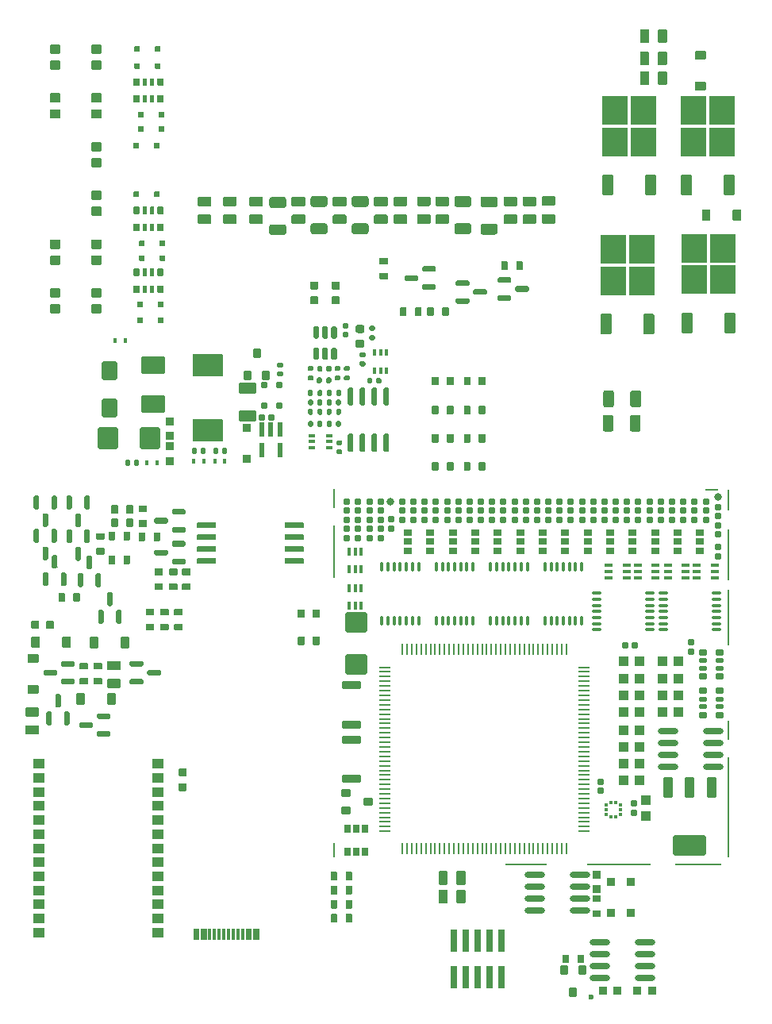
<source format=gtp>
G75*
G70*
%OFA0B0*%
%FSLAX25Y25*%
%IPPOS*%
%LPD*%
%AMOC8*
5,1,8,0,0,1.08239X$1,22.5*
%
%AMM133*
21,1,0.035430,0.030320,-0.000000,-0.000000,270.000000*
21,1,0.028350,0.037400,-0.000000,-0.000000,270.000000*
1,1,0.007090,-0.015160,-0.014170*
1,1,0.007090,-0.015160,0.014170*
1,1,0.007090,0.015160,0.014170*
1,1,0.007090,0.015160,-0.014170*
%
%AMM166*
21,1,0.074800,0.083460,0.000000,-0.000000,270.000000*
21,1,0.059840,0.098430,0.000000,-0.000000,270.000000*
1,1,0.014960,-0.041730,-0.029920*
1,1,0.014960,-0.041730,0.029920*
1,1,0.014960,0.041730,0.029920*
1,1,0.014960,0.041730,-0.029920*
%
%AMM167*
21,1,0.086610,0.073230,0.000000,-0.000000,180.000000*
21,1,0.069290,0.090550,0.000000,-0.000000,180.000000*
1,1,0.017320,-0.034650,0.036610*
1,1,0.017320,0.034650,0.036610*
1,1,0.017320,0.034650,-0.036610*
1,1,0.017320,-0.034650,-0.036610*
%
%AMM168*
21,1,0.078740,0.053540,0.000000,-0.000000,90.000000*
21,1,0.065350,0.066930,0.000000,-0.000000,90.000000*
1,1,0.013390,0.026770,0.032680*
1,1,0.013390,0.026770,-0.032680*
1,1,0.013390,-0.026770,-0.032680*
1,1,0.013390,-0.026770,0.032680*
%
%AMM169*
21,1,0.035430,0.030320,0.000000,-0.000000,0.000000*
21,1,0.028350,0.037400,0.000000,-0.000000,0.000000*
1,1,0.007090,0.014170,-0.015160*
1,1,0.007090,-0.014170,-0.015160*
1,1,0.007090,-0.014170,0.015160*
1,1,0.007090,0.014170,0.015160*
%
%AMM170*
21,1,0.021650,0.052760,0.000000,-0.000000,180.000000*
21,1,0.017320,0.057090,0.000000,-0.000000,180.000000*
1,1,0.004330,-0.008660,0.026380*
1,1,0.004330,0.008660,0.026380*
1,1,0.004330,0.008660,-0.026380*
1,1,0.004330,-0.008660,-0.026380*
%
%AMM171*
21,1,0.035830,0.026770,0.000000,-0.000000,270.000000*
21,1,0.029130,0.033470,0.000000,-0.000000,270.000000*
1,1,0.006690,-0.013390,-0.014570*
1,1,0.006690,-0.013390,0.014570*
1,1,0.006690,0.013390,0.014570*
1,1,0.006690,0.013390,-0.014570*
%
%AMM172*
21,1,0.094490,0.111020,0.000000,-0.000000,270.000000*
21,1,0.075590,0.129920,0.000000,-0.000000,270.000000*
1,1,0.018900,-0.055510,-0.037800*
1,1,0.018900,-0.055510,0.037800*
1,1,0.018900,0.055510,0.037800*
1,1,0.018900,0.055510,-0.037800*
%
%AMM173*
21,1,0.070870,0.036220,0.000000,-0.000000,0.000000*
21,1,0.061810,0.045280,0.000000,-0.000000,0.000000*
1,1,0.009060,0.030910,-0.018110*
1,1,0.009060,-0.030910,-0.018110*
1,1,0.009060,-0.030910,0.018110*
1,1,0.009060,0.030910,0.018110*
%
%AMM174*
21,1,0.033470,0.026770,0.000000,-0.000000,270.000000*
21,1,0.026770,0.033470,0.000000,-0.000000,270.000000*
1,1,0.006690,-0.013390,-0.013390*
1,1,0.006690,-0.013390,0.013390*
1,1,0.006690,0.013390,0.013390*
1,1,0.006690,0.013390,-0.013390*
%
%AMM175*
21,1,0.015750,0.016540,0.000000,-0.000000,180.000000*
21,1,0.012600,0.019680,0.000000,-0.000000,180.000000*
1,1,0.003150,-0.006300,0.008270*
1,1,0.003150,0.006300,0.008270*
1,1,0.003150,0.006300,-0.008270*
1,1,0.003150,-0.006300,-0.008270*
%
%AMM176*
21,1,0.023620,0.018900,0.000000,-0.000000,0.000000*
21,1,0.018900,0.023620,0.000000,-0.000000,0.000000*
1,1,0.004720,0.009450,-0.009450*
1,1,0.004720,-0.009450,-0.009450*
1,1,0.004720,-0.009450,0.009450*
1,1,0.004720,0.009450,0.009450*
%
%AMM177*
21,1,0.019680,0.019680,0.000000,-0.000000,270.000000*
21,1,0.015750,0.023620,0.000000,-0.000000,270.000000*
1,1,0.003940,-0.009840,-0.007870*
1,1,0.003940,-0.009840,0.007870*
1,1,0.003940,0.009840,0.007870*
1,1,0.003940,0.009840,-0.007870*
%
%AMM178*
21,1,0.019680,0.019680,0.000000,-0.000000,180.000000*
21,1,0.015750,0.023620,0.000000,-0.000000,180.000000*
1,1,0.003940,-0.007870,0.009840*
1,1,0.003940,0.007870,0.009840*
1,1,0.003940,0.007870,-0.009840*
1,1,0.003940,-0.007870,-0.009840*
%
%AMM254*
21,1,0.043310,0.075980,-0.000000,-0.000000,180.000000*
21,1,0.034650,0.084650,-0.000000,-0.000000,180.000000*
1,1,0.008660,-0.017320,0.037990*
1,1,0.008660,0.017320,0.037990*
1,1,0.008660,0.017320,-0.037990*
1,1,0.008660,-0.017320,-0.037990*
%
%AMM255*
21,1,0.043310,0.075990,-0.000000,-0.000000,180.000000*
21,1,0.034650,0.084650,-0.000000,-0.000000,180.000000*
1,1,0.008660,-0.017320,0.037990*
1,1,0.008660,0.017320,0.037990*
1,1,0.008660,0.017320,-0.037990*
1,1,0.008660,-0.017320,-0.037990*
%
%AMM256*
21,1,0.137800,0.067720,-0.000000,-0.000000,180.000000*
21,1,0.120870,0.084650,-0.000000,-0.000000,180.000000*
1,1,0.016930,-0.060430,0.033860*
1,1,0.016930,0.060430,0.033860*
1,1,0.016930,0.060430,-0.033860*
1,1,0.016930,-0.060430,-0.033860*
%
%AMM257*
21,1,0.039370,0.035430,-0.000000,-0.000000,180.000000*
21,1,0.031500,0.043310,-0.000000,-0.000000,180.000000*
1,1,0.007870,-0.015750,0.017720*
1,1,0.007870,0.015750,0.017720*
1,1,0.007870,0.015750,-0.017720*
1,1,0.007870,-0.015750,-0.017720*
%
%AMM258*
21,1,0.023620,0.030710,-0.000000,-0.000000,0.000000*
21,1,0.018900,0.035430,-0.000000,-0.000000,0.000000*
1,1,0.004720,0.009450,-0.015350*
1,1,0.004720,-0.009450,-0.015350*
1,1,0.004720,-0.009450,0.015350*
1,1,0.004720,0.009450,0.015350*
%
%AMM259*
21,1,0.027560,0.018900,-0.000000,-0.000000,0.000000*
21,1,0.022840,0.023620,-0.000000,-0.000000,0.000000*
1,1,0.004720,0.011420,-0.009450*
1,1,0.004720,-0.011420,-0.009450*
1,1,0.004720,-0.011420,0.009450*
1,1,0.004720,0.011420,0.009450*
%
%AMM260*
21,1,0.023620,0.030710,-0.000000,-0.000000,90.000000*
21,1,0.018900,0.035430,-0.000000,-0.000000,90.000000*
1,1,0.004720,0.015350,0.009450*
1,1,0.004720,0.015350,-0.009450*
1,1,0.004720,-0.015350,-0.009450*
1,1,0.004720,-0.015350,0.009450*
%
%AMM261*
21,1,0.086610,0.073230,-0.000000,-0.000000,270.000000*
21,1,0.069290,0.090550,-0.000000,-0.000000,270.000000*
1,1,0.017320,-0.036610,-0.034650*
1,1,0.017320,-0.036610,0.034650*
1,1,0.017320,0.036610,0.034650*
1,1,0.017320,0.036610,-0.034650*
%
%AMM262*
21,1,0.025590,0.026380,-0.000000,-0.000000,270.000000*
21,1,0.020470,0.031500,-0.000000,-0.000000,270.000000*
1,1,0.005120,-0.013190,-0.010240*
1,1,0.005120,-0.013190,0.010240*
1,1,0.005120,0.013190,0.010240*
1,1,0.005120,0.013190,-0.010240*
%
%AMM263*
21,1,0.017720,0.027950,-0.000000,-0.000000,270.000000*
21,1,0.014170,0.031500,-0.000000,-0.000000,270.000000*
1,1,0.003540,-0.013980,-0.007090*
1,1,0.003540,-0.013980,0.007090*
1,1,0.003540,0.013980,0.007090*
1,1,0.003540,0.013980,-0.007090*
%
%AMM264*
21,1,0.031500,0.072440,-0.000000,-0.000000,270.000000*
21,1,0.025200,0.078740,-0.000000,-0.000000,270.000000*
1,1,0.006300,-0.036220,-0.012600*
1,1,0.006300,-0.036220,0.012600*
1,1,0.006300,0.036220,0.012600*
1,1,0.006300,0.036220,-0.012600*
%
%AMM265*
21,1,0.012600,0.028980,-0.000000,-0.000000,270.000000*
21,1,0.010080,0.031500,-0.000000,-0.000000,270.000000*
1,1,0.002520,-0.014490,-0.005040*
1,1,0.002520,-0.014490,0.005040*
1,1,0.002520,0.014490,0.005040*
1,1,0.002520,0.014490,-0.005040*
%
%AMM266*
21,1,0.012600,0.028980,-0.000000,-0.000000,0.000000*
21,1,0.010080,0.031500,-0.000000,-0.000000,0.000000*
1,1,0.002520,0.005040,-0.014490*
1,1,0.002520,-0.005040,-0.014490*
1,1,0.002520,-0.005040,0.014490*
1,1,0.002520,0.005040,0.014490*
%
%AMM267*
21,1,0.039370,0.035430,-0.000000,-0.000000,90.000000*
21,1,0.031500,0.043310,-0.000000,-0.000000,90.000000*
1,1,0.007870,0.017720,0.015750*
1,1,0.007870,0.017720,-0.015750*
1,1,0.007870,-0.017720,-0.015750*
1,1,0.007870,-0.017720,0.015750*
%
%AMM268*
21,1,0.027560,0.018900,-0.000000,-0.000000,270.000000*
21,1,0.022840,0.023620,-0.000000,-0.000000,270.000000*
1,1,0.004720,-0.009450,-0.011420*
1,1,0.004720,-0.009450,0.011420*
1,1,0.004720,0.009450,0.011420*
1,1,0.004720,0.009450,-0.011420*
%
%AMM310*
21,1,0.027560,0.030710,0.000000,-0.000000,270.000000*
21,1,0.022050,0.036220,0.000000,-0.000000,270.000000*
1,1,0.005510,-0.015350,-0.011020*
1,1,0.005510,-0.015350,0.011020*
1,1,0.005510,0.015350,0.011020*
1,1,0.005510,0.015350,-0.011020*
%
%AMM68*
21,1,0.035430,0.030320,0.000000,0.000000,180.000000*
21,1,0.028350,0.037400,0.000000,0.000000,180.000000*
1,1,0.007090,-0.014170,0.015160*
1,1,0.007090,0.014170,0.015160*
1,1,0.007090,0.014170,-0.015160*
1,1,0.007090,-0.014170,-0.015160*
%
%AMM9*
21,1,0.033470,0.026770,0.000000,0.000000,0.000000*
21,1,0.026770,0.033470,0.000000,0.000000,0.000000*
1,1,0.006690,0.013390,-0.013390*
1,1,0.006690,-0.013390,-0.013390*
1,1,0.006690,-0.013390,0.013390*
1,1,0.006690,0.013390,0.013390*
%
%AMM91*
21,1,0.027560,0.030710,0.000000,0.000000,180.000000*
21,1,0.022050,0.036220,0.000000,0.000000,180.000000*
1,1,0.005510,-0.011020,0.015350*
1,1,0.005510,0.011020,0.015350*
1,1,0.005510,0.011020,-0.015350*
1,1,0.005510,-0.011020,-0.015350*
%
%ADD11C,0.02362*%
%ADD139O,0.00866X0.05118*%
%ADD140O,0.05118X0.00866*%
%ADD152O,0.01181X0.04331*%
%ADD153O,0.04331X0.01181*%
%ADD155O,0.08661X0.02362*%
%ADD157R,0.01476X0.01378*%
%ADD158R,0.01378X0.01476*%
%ADD194M68*%
%ADD227R,0.02559X0.01575*%
%ADD23R,0.01181X0.04528*%
%ADD233R,0.01575X0.02559*%
%ADD248M91*%
%ADD296M133*%
%ADD329M166*%
%ADD330M167*%
%ADD331M168*%
%ADD332M169*%
%ADD333M170*%
%ADD334M171*%
%ADD335M172*%
%ADD336M173*%
%ADD337M174*%
%ADD338M175*%
%ADD339M176*%
%ADD340M177*%
%ADD341M178*%
%ADD39R,0.05118X0.03937*%
%ADD437M254*%
%ADD438M255*%
%ADD439M256*%
%ADD440M257*%
%ADD441M258*%
%ADD442M259*%
%ADD443M260*%
%ADD444M261*%
%ADD445M262*%
%ADD446M263*%
%ADD447M264*%
%ADD448M265*%
%ADD449M266*%
%ADD450M267*%
%ADD451M268*%
%ADD46R,0.00787X0.09055*%
%ADD47R,0.00787X0.42126*%
%ADD48R,0.00787X0.08268*%
%ADD49R,0.00787X0.23622*%
%ADD496M310*%
%ADD50R,0.00787X0.21260*%
%ADD51R,0.05512X0.00787*%
%ADD52R,0.19685X0.00787*%
%ADD53R,0.26772X0.00787*%
%ADD54R,0.17717X0.00787*%
%ADD55R,0.00787X0.06299*%
%ADD56R,0.00787X0.22441*%
%ADD57R,0.00787X0.07874*%
%ADD60R,0.02913X0.09449*%
%ADD73O,0.00000X0.00000*%
%ADD74R,0.10827X0.12008*%
%ADD83C,0.03150*%
%ADD96M9*%
X0000000Y0000000D02*
%LPD*%
G01*
G36*
G01*
X0198667Y0328156D02*
X0193746Y0328156D01*
G75*
G02*
X0193352Y0328550I0000000J0000394D01*
G01*
X0193352Y0331699D01*
G75*
G02*
X0193746Y0332093I0000394J0000000D01*
G01*
X0198667Y0332093D01*
G75*
G02*
X0199061Y0331699I0000000J-000394D01*
G01*
X0199061Y0328550D01*
G75*
G02*
X0198667Y0328156I-000394J0000000D01*
G01*
G37*
G36*
G01*
X0198667Y0335636D02*
X0193746Y0335636D01*
G75*
G02*
X0193352Y0336030I0000000J0000394D01*
G01*
X0193352Y0339180D01*
G75*
G02*
X0193746Y0339573I0000394J0000000D01*
G01*
X0198667Y0339573D01*
G75*
G02*
X0199061Y0339180I0000000J-000394D01*
G01*
X0199061Y0336030D01*
G75*
G02*
X0198667Y0335636I-000394J0000000D01*
G01*
G37*
G36*
G01*
X0068937Y0210039D02*
X0072008Y0210039D01*
G75*
G02*
X0072283Y0209764I0000000J-000276D01*
G01*
X0072283Y0207559D01*
G75*
G02*
X0072008Y0207283I-000276J0000000D01*
G01*
X0068937Y0207283D01*
G75*
G02*
X0068661Y0207559I0000000J0000276D01*
G01*
X0068661Y0209764D01*
G75*
G02*
X0068937Y0210039I0000276J0000000D01*
G01*
G37*
G36*
G01*
X0068937Y0203740D02*
X0072008Y0203740D01*
G75*
G02*
X0072283Y0203465I0000000J-000276D01*
G01*
X0072283Y0201260D01*
G75*
G02*
X0072008Y0200984I-000276J0000000D01*
G01*
X0068937Y0200984D01*
G75*
G02*
X0068661Y0201260I0000000J0000276D01*
G01*
X0068661Y0203465D01*
G75*
G02*
X0068937Y0203740I0000276J0000000D01*
G01*
G37*
G36*
G01*
X0066535Y0299469D02*
X0066535Y0302106D01*
G75*
G02*
X0066791Y0302362I0000256J0000000D01*
G01*
X0068839Y0302362D01*
G75*
G02*
X0069094Y0302106I0000000J-000256D01*
G01*
X0069094Y0299469D01*
G75*
G02*
X0068839Y0299213I-000256J0000000D01*
G01*
X0066791Y0299213D01*
G75*
G02*
X0066535Y0299469I0000000J0000256D01*
G01*
G37*
G36*
G01*
X0070374Y0299390D02*
X0070374Y0302185D01*
G75*
G02*
X0070551Y0302362I0000177J0000000D01*
G01*
X0071969Y0302362D01*
G75*
G02*
X0072146Y0302185I0000000J-000177D01*
G01*
X0072146Y0299390D01*
G75*
G02*
X0071969Y0299213I-000177J0000000D01*
G01*
X0070551Y0299213D01*
G75*
G02*
X0070374Y0299390I0000000J0000177D01*
G01*
G37*
G36*
G01*
X0073524Y0299390D02*
X0073524Y0302185D01*
G75*
G02*
X0073701Y0302362I0000177J0000000D01*
G01*
X0075118Y0302362D01*
G75*
G02*
X0075295Y0302185I0000000J-000177D01*
G01*
X0075295Y0299390D01*
G75*
G02*
X0075118Y0299213I-000177J0000000D01*
G01*
X0073701Y0299213D01*
G75*
G02*
X0073524Y0299390I0000000J0000177D01*
G01*
G37*
G36*
G01*
X0076575Y0299469D02*
X0076575Y0302106D01*
G75*
G02*
X0076831Y0302362I0000256J0000000D01*
G01*
X0078878Y0302362D01*
G75*
G02*
X0079134Y0302106I0000000J-000256D01*
G01*
X0079134Y0299469D01*
G75*
G02*
X0078878Y0299213I-000256J0000000D01*
G01*
X0076831Y0299213D01*
G75*
G02*
X0076575Y0299469I0000000J0000256D01*
G01*
G37*
G36*
G01*
X0076575Y0306555D02*
X0076575Y0309193D01*
G75*
G02*
X0076831Y0309449I0000256J0000000D01*
G01*
X0078878Y0309449D01*
G75*
G02*
X0079134Y0309193I0000000J-000256D01*
G01*
X0079134Y0306555D01*
G75*
G02*
X0078878Y0306299I-000256J0000000D01*
G01*
X0076831Y0306299D01*
G75*
G02*
X0076575Y0306555I0000000J0000256D01*
G01*
G37*
G36*
G01*
X0073524Y0306476D02*
X0073524Y0309272D01*
G75*
G02*
X0073701Y0309449I0000177J0000000D01*
G01*
X0075118Y0309449D01*
G75*
G02*
X0075295Y0309272I0000000J-000177D01*
G01*
X0075295Y0306476D01*
G75*
G02*
X0075118Y0306299I-000177J0000000D01*
G01*
X0073701Y0306299D01*
G75*
G02*
X0073524Y0306476I0000000J0000177D01*
G01*
G37*
G36*
G01*
X0070374Y0306476D02*
X0070374Y0309272D01*
G75*
G02*
X0070551Y0309449I0000177J0000000D01*
G01*
X0071969Y0309449D01*
G75*
G02*
X0072146Y0309272I0000000J-000177D01*
G01*
X0072146Y0306476D01*
G75*
G02*
X0071969Y0306299I-000177J0000000D01*
G01*
X0070551Y0306299D01*
G75*
G02*
X0070374Y0306476I0000000J0000177D01*
G01*
G37*
G36*
G01*
X0066535Y0306555D02*
X0066535Y0309193D01*
G75*
G02*
X0066791Y0309449I0000256J0000000D01*
G01*
X0068839Y0309449D01*
G75*
G02*
X0069094Y0309193I0000000J-000256D01*
G01*
X0069094Y0306555D01*
G75*
G02*
X0068839Y0306299I-000256J0000000D01*
G01*
X0066791Y0306299D01*
G75*
G02*
X0066535Y0306555I0000000J0000256D01*
G01*
G37*
G36*
G01*
X0199016Y0292874D02*
X0199016Y0289803D01*
G75*
G02*
X0198740Y0289528I-000276J0000000D01*
G01*
X0196535Y0289528D01*
G75*
G02*
X0196260Y0289803I0000000J0000276D01*
G01*
X0196260Y0292874D01*
G75*
G02*
X0196535Y0293150I0000276J0000000D01*
G01*
X0198740Y0293150D01*
G75*
G02*
X0199016Y0292874I0000000J-000276D01*
G01*
G37*
G36*
G01*
X0192717Y0292874D02*
X0192717Y0289803D01*
G75*
G02*
X0192441Y0289528I-000276J0000000D01*
G01*
X0190236Y0289528D01*
G75*
G02*
X0189961Y0289803I0000000J0000276D01*
G01*
X0189961Y0292874D01*
G75*
G02*
X0190236Y0293150I0000276J0000000D01*
G01*
X0192441Y0293150D01*
G75*
G02*
X0192717Y0292874I0000000J-000276D01*
G01*
G37*
G36*
G01*
X0205315Y0260669D02*
X0205315Y0263740D01*
G75*
G02*
X0205591Y0264016I0000276J0000000D01*
G01*
X0207795Y0264016D01*
G75*
G02*
X0208071Y0263740I0000000J-000276D01*
G01*
X0208071Y0260669D01*
G75*
G02*
X0207795Y0260394I-000276J0000000D01*
G01*
X0205591Y0260394D01*
G75*
G02*
X0205315Y0260669I0000000J0000276D01*
G01*
G37*
G36*
G01*
X0211614Y0260669D02*
X0211614Y0263740D01*
G75*
G02*
X0211890Y0264016I0000276J0000000D01*
G01*
X0214094Y0264016D01*
G75*
G02*
X0214370Y0263740I0000000J-000276D01*
G01*
X0214370Y0260669D01*
G75*
G02*
X0214094Y0260394I-000276J0000000D01*
G01*
X0211890Y0260394D01*
G75*
G02*
X0211614Y0260669I0000000J0000276D01*
G01*
G37*
G36*
G01*
X0088583Y0090020D02*
X0085906Y0090020D01*
G75*
G02*
X0085571Y0090354I0000000J0000335D01*
G01*
X0085571Y0093031D01*
G75*
G02*
X0085906Y0093366I0000335J0000000D01*
G01*
X0088583Y0093366D01*
G75*
G02*
X0088917Y0093031I0000000J-000335D01*
G01*
X0088917Y0090354D01*
G75*
G02*
X0088583Y0090020I-000335J0000000D01*
G01*
G37*
G36*
G01*
X0088583Y0096240D02*
X0085906Y0096240D01*
G75*
G02*
X0085571Y0096575I0000000J0000335D01*
G01*
X0085571Y0099252D01*
G75*
G02*
X0085906Y0099587I0000335J0000000D01*
G01*
X0088583Y0099587D01*
G75*
G02*
X0088917Y0099252I0000000J-000335D01*
G01*
X0088917Y0096575D01*
G75*
G02*
X0088583Y0096240I-000335J0000000D01*
G01*
G37*
G36*
G01*
X0190975Y0328240D02*
X0186053Y0328240D01*
G75*
G02*
X0185660Y0328634I0000000J0000394D01*
G01*
X0185660Y0331784D01*
G75*
G02*
X0186053Y0332177I0000394J0000000D01*
G01*
X0190975Y0332177D01*
G75*
G02*
X0191368Y0331784I0000000J-000394D01*
G01*
X0191368Y0328634D01*
G75*
G02*
X0190975Y0328240I-000394J0000000D01*
G01*
G37*
G36*
G01*
X0190975Y0335721D02*
X0186053Y0335721D01*
G75*
G02*
X0185660Y0336114I0000000J0000394D01*
G01*
X0185660Y0339264D01*
G75*
G02*
X0186053Y0339658I0000394J0000000D01*
G01*
X0190975Y0339658D01*
G75*
G02*
X0191368Y0339264I0000000J-000394D01*
G01*
X0191368Y0336114D01*
G75*
G02*
X0190975Y0335721I-000394J0000000D01*
G01*
G37*
G36*
G01*
X0267303Y0240945D02*
X0264587Y0240945D01*
G75*
G02*
X0263681Y0241850I0000000J0000906D01*
G01*
X0263681Y0247126D01*
G75*
G02*
X0264587Y0248031I0000906J0000000D01*
G01*
X0267303Y0248031D01*
G75*
G02*
X0268209Y0247126I0000000J-000906D01*
G01*
X0268209Y0241850D01*
G75*
G02*
X0267303Y0240945I-000906J0000000D01*
G01*
G37*
G36*
G01*
X0278721Y0240945D02*
X0276004Y0240945D01*
G75*
G02*
X0275098Y0241850I0000000J0000906D01*
G01*
X0275098Y0247126D01*
G75*
G02*
X0276004Y0248031I0000906J0000000D01*
G01*
X0278721Y0248031D01*
G75*
G02*
X0279626Y0247126I0000000J-000906D01*
G01*
X0279626Y0241850D01*
G75*
G02*
X0278721Y0240945I-000906J0000000D01*
G01*
G37*
G36*
G01*
X0056949Y0114606D02*
X0056949Y0113425D01*
G75*
G02*
X0056358Y0112835I-000591J0000000D01*
G01*
X0051732Y0112835D01*
G75*
G02*
X0051142Y0113425I0000000J0000591D01*
G01*
X0051142Y0114606D01*
G75*
G02*
X0051732Y0115197I0000591J0000000D01*
G01*
X0056358Y0115197D01*
G75*
G02*
X0056949Y0114606I0000000J-000591D01*
G01*
G37*
G36*
G01*
X0049567Y0118346D02*
X0049567Y0117165D01*
G75*
G02*
X0048976Y0116575I-000591J0000000D01*
G01*
X0044350Y0116575D01*
G75*
G02*
X0043760Y0117165I0000000J0000591D01*
G01*
X0043760Y0118346D01*
G75*
G02*
X0044350Y0118937I0000591J0000000D01*
G01*
X0048976Y0118937D01*
G75*
G02*
X0049567Y0118346I0000000J-000591D01*
G01*
G37*
G36*
G01*
X0056949Y0122087D02*
X0056949Y0120906D01*
G75*
G02*
X0056358Y0120315I-000591J0000000D01*
G01*
X0051732Y0120315D01*
G75*
G02*
X0051142Y0120906I0000000J0000591D01*
G01*
X0051142Y0122087D01*
G75*
G02*
X0051732Y0122677I0000591J0000000D01*
G01*
X0056358Y0122677D01*
G75*
G02*
X0056949Y0122087I0000000J-000591D01*
G01*
G37*
G36*
G01*
X0140945Y0336240D02*
X0140945Y0338957D01*
G75*
G02*
X0141850Y0339862I0000906J0000000D01*
G01*
X0147126Y0339862D01*
G75*
G02*
X0148031Y0338957I0000000J-000906D01*
G01*
X0148031Y0336240D01*
G75*
G02*
X0147126Y0335335I-000906J0000000D01*
G01*
X0141850Y0335335D01*
G75*
G02*
X0140945Y0336240I0000000J0000906D01*
G01*
G37*
G36*
G01*
X0140945Y0324823D02*
X0140945Y0327539D01*
G75*
G02*
X0141850Y0328445I0000906J0000000D01*
G01*
X0147126Y0328445D01*
G75*
G02*
X0148031Y0327539I0000000J-000906D01*
G01*
X0148031Y0324823D01*
G75*
G02*
X0147126Y0323917I-000906J0000000D01*
G01*
X0141850Y0323917D01*
G75*
G02*
X0140945Y0324823I0000000J0000906D01*
G01*
G37*
G36*
G01*
X0193602Y0302362D02*
X0193602Y0301181D01*
G75*
G02*
X0193012Y0300591I-000591J0000000D01*
G01*
X0188386Y0300591D01*
G75*
G02*
X0187795Y0301181I0000000J0000591D01*
G01*
X0187795Y0302362D01*
G75*
G02*
X0188386Y0302953I0000591J0000000D01*
G01*
X0193012Y0302953D01*
G75*
G02*
X0193602Y0302362I0000000J-000591D01*
G01*
G37*
G36*
G01*
X0186220Y0306102D02*
X0186220Y0304921D01*
G75*
G02*
X0185630Y0304331I-000591J0000000D01*
G01*
X0181004Y0304331D01*
G75*
G02*
X0180413Y0304921I0000000J0000591D01*
G01*
X0180413Y0306102D01*
G75*
G02*
X0181004Y0306693I0000591J0000000D01*
G01*
X0185630Y0306693D01*
G75*
G02*
X0186220Y0306102I0000000J-000591D01*
G01*
G37*
G36*
G01*
X0193602Y0309843D02*
X0193602Y0308661D01*
G75*
G02*
X0193012Y0308071I-000591J0000000D01*
G01*
X0188386Y0308071D01*
G75*
G02*
X0187795Y0308661I0000000J0000591D01*
G01*
X0187795Y0309843D01*
G75*
G02*
X0188386Y0310433I0000591J0000000D01*
G01*
X0193012Y0310433D01*
G75*
G02*
X0193602Y0309843I0000000J-000591D01*
G01*
G37*
G36*
G01*
X0069140Y0314961D02*
X0071030Y0314961D01*
G75*
G02*
X0071266Y0314724I0000000J-000236D01*
G01*
X0071266Y0312835D01*
G75*
G02*
X0071030Y0312598I-000236J0000000D01*
G01*
X0069140Y0312598D01*
G75*
G02*
X0068904Y0312835I0000000J0000236D01*
G01*
X0068904Y0314724D01*
G75*
G02*
X0069140Y0314961I0000236J0000000D01*
G01*
G37*
G36*
G01*
X0077801Y0314961D02*
X0079691Y0314961D01*
G75*
G02*
X0079927Y0314724I0000000J-000236D01*
G01*
X0079927Y0312835D01*
G75*
G02*
X0079691Y0312598I-000236J0000000D01*
G01*
X0077801Y0312598D01*
G75*
G02*
X0077565Y0312835I0000000J0000236D01*
G01*
X0077565Y0314724D01*
G75*
G02*
X0077801Y0314961I0000236J0000000D01*
G01*
G37*
G36*
G01*
X0052756Y0331496D02*
X0049213Y0331496D01*
G75*
G02*
X0048819Y0331890I0000000J0000394D01*
G01*
X0048819Y0335039D01*
G75*
G02*
X0049213Y0335433I0000394J0000000D01*
G01*
X0052756Y0335433D01*
G75*
G02*
X0053150Y0335039I0000000J-000394D01*
G01*
X0053150Y0331890D01*
G75*
G02*
X0052756Y0331496I-000394J0000000D01*
G01*
G37*
G36*
G01*
X0052756Y0338189D02*
X0049213Y0338189D01*
G75*
G02*
X0048819Y0338583I0000000J0000394D01*
G01*
X0048819Y0341732D01*
G75*
G02*
X0049213Y0342126I0000394J0000000D01*
G01*
X0052756Y0342126D01*
G75*
G02*
X0053150Y0341732I0000000J-000394D01*
G01*
X0053150Y0338583D01*
G75*
G02*
X0052756Y0338189I-000394J0000000D01*
G01*
G37*
G36*
G01*
X0149409Y0052795D02*
X0149409Y0055866D01*
G75*
G02*
X0149685Y0056142I0000276J0000000D01*
G01*
X0151890Y0056142D01*
G75*
G02*
X0152165Y0055866I0000000J-000276D01*
G01*
X0152165Y0052795D01*
G75*
G02*
X0151890Y0052520I-000276J0000000D01*
G01*
X0149685Y0052520D01*
G75*
G02*
X0149409Y0052795I0000000J0000276D01*
G01*
G37*
G36*
G01*
X0155709Y0052795D02*
X0155709Y0055866D01*
G75*
G02*
X0155984Y0056142I0000276J0000000D01*
G01*
X0158189Y0056142D01*
G75*
G02*
X0158465Y0055866I0000000J-000276D01*
G01*
X0158465Y0052795D01*
G75*
G02*
X0158189Y0052520I-000276J0000000D01*
G01*
X0155984Y0052520D01*
G75*
G02*
X0155709Y0052795I0000000J0000276D01*
G01*
G37*
G36*
G01*
X0067159Y0402805D02*
X0069049Y0402805D01*
G75*
G02*
X0069285Y0402569I0000000J-000236D01*
G01*
X0069285Y0400679D01*
G75*
G02*
X0069049Y0400443I-000236J0000000D01*
G01*
X0067159Y0400443D01*
G75*
G02*
X0066923Y0400679I0000000J0000236D01*
G01*
X0066923Y0402569D01*
G75*
G02*
X0067159Y0402805I0000236J0000000D01*
G01*
G37*
G36*
G01*
X0075821Y0402805D02*
X0077711Y0402805D01*
G75*
G02*
X0077947Y0402569I0000000J-000236D01*
G01*
X0077947Y0400679D01*
G75*
G02*
X0077711Y0400443I-000236J0000000D01*
G01*
X0075821Y0400443D01*
G75*
G02*
X0075585Y0400679I0000000J0000236D01*
G01*
X0075585Y0402569D01*
G75*
G02*
X0075821Y0402805I0000236J0000000D01*
G01*
G37*
D23*
X0092323Y0029862D03*
X0095472Y0029862D03*
X0100591Y0029862D03*
X0104528Y0029862D03*
X0106496Y0029862D03*
X0110433Y0029862D03*
X0115551Y0029862D03*
X0118701Y0029862D03*
X0117520Y0029862D03*
X0114370Y0029862D03*
X0112402Y0029862D03*
X0108465Y0029862D03*
X0102559Y0029862D03*
X0098622Y0029862D03*
X0096654Y0029862D03*
X0093504Y0029862D03*
G36*
G01*
X0041880Y0136614D02*
X0041880Y0135433D01*
G75*
G02*
X0041289Y0134843I-000591J0000000D01*
G01*
X0036663Y0134843D01*
G75*
G02*
X0036073Y0135433I0000000J0000591D01*
G01*
X0036073Y0136614D01*
G75*
G02*
X0036663Y0137205I0000591J0000000D01*
G01*
X0041289Y0137205D01*
G75*
G02*
X0041880Y0136614I0000000J-000591D01*
G01*
G37*
G36*
G01*
X0034498Y0140354D02*
X0034498Y0139173D01*
G75*
G02*
X0033907Y0138583I-000591J0000000D01*
G01*
X0029281Y0138583D01*
G75*
G02*
X0028691Y0139173I0000000J0000591D01*
G01*
X0028691Y0140354D01*
G75*
G02*
X0029281Y0140945I0000591J0000000D01*
G01*
X0033907Y0140945D01*
G75*
G02*
X0034498Y0140354I0000000J-000591D01*
G01*
G37*
G36*
G01*
X0041880Y0144094D02*
X0041880Y0142913D01*
G75*
G02*
X0041289Y0142323I-000591J0000000D01*
G01*
X0036663Y0142323D01*
G75*
G02*
X0036073Y0142913I0000000J0000591D01*
G01*
X0036073Y0144094D01*
G75*
G02*
X0036663Y0144685I0000591J0000000D01*
G01*
X0041289Y0144685D01*
G75*
G02*
X0041880Y0144094I0000000J-000591D01*
G01*
G37*
G36*
G01*
X0052756Y0311024D02*
X0049213Y0311024D01*
G75*
G02*
X0048819Y0311417I0000000J0000394D01*
G01*
X0048819Y0314567D01*
G75*
G02*
X0049213Y0314961I0000394J0000000D01*
G01*
X0052756Y0314961D01*
G75*
G02*
X0053150Y0314567I0000000J-000394D01*
G01*
X0053150Y0311417D01*
G75*
G02*
X0052756Y0311024I-000394J0000000D01*
G01*
G37*
G36*
G01*
X0052756Y0317717D02*
X0049213Y0317717D01*
G75*
G02*
X0048819Y0318110I0000000J0000394D01*
G01*
X0048819Y0321260D01*
G75*
G02*
X0049213Y0321654I0000394J0000000D01*
G01*
X0052756Y0321654D01*
G75*
G02*
X0053150Y0321260I0000000J-000394D01*
G01*
X0053150Y0318110D01*
G75*
G02*
X0052756Y0317717I-000394J0000000D01*
G01*
G37*
G36*
G01*
X0067165Y0395669D02*
X0069055Y0395669D01*
G75*
G02*
X0069291Y0395433I0000000J-000236D01*
G01*
X0069291Y0393543D01*
G75*
G02*
X0069055Y0393307I-000236J0000000D01*
G01*
X0067165Y0393307D01*
G75*
G02*
X0066929Y0393543I0000000J0000236D01*
G01*
X0066929Y0395433D01*
G75*
G02*
X0067165Y0395669I0000236J0000000D01*
G01*
G37*
G36*
G01*
X0075827Y0395669D02*
X0077717Y0395669D01*
G75*
G02*
X0077953Y0395433I0000000J-000236D01*
G01*
X0077953Y0393543D01*
G75*
G02*
X0077717Y0393307I-000236J0000000D01*
G01*
X0075827Y0393307D01*
G75*
G02*
X0075591Y0393543I0000000J0000236D01*
G01*
X0075591Y0395433D01*
G75*
G02*
X0075827Y0395669I0000236J0000000D01*
G01*
G37*
G36*
G01*
X0230118Y0312165D02*
X0230118Y0309094D01*
G75*
G02*
X0229843Y0308819I-000276J0000000D01*
G01*
X0227638Y0308819D01*
G75*
G02*
X0227362Y0309094I0000000J0000276D01*
G01*
X0227362Y0312165D01*
G75*
G02*
X0227638Y0312441I0000276J0000000D01*
G01*
X0229843Y0312441D01*
G75*
G02*
X0230118Y0312165I0000000J-000276D01*
G01*
G37*
G36*
G01*
X0223819Y0312165D02*
X0223819Y0309094D01*
G75*
G02*
X0223543Y0308819I-000276J0000000D01*
G01*
X0221339Y0308819D01*
G75*
G02*
X0221063Y0309094I0000000J0000276D01*
G01*
X0221063Y0312165D01*
G75*
G02*
X0221339Y0312441I0000276J0000000D01*
G01*
X0223543Y0312441D01*
G75*
G02*
X0223819Y0312165I0000000J-000276D01*
G01*
G37*
G36*
G01*
X0052756Y0372441D02*
X0049213Y0372441D01*
G75*
G02*
X0048819Y0372835I0000000J0000394D01*
G01*
X0048819Y0375984D01*
G75*
G02*
X0049213Y0376378I0000394J0000000D01*
G01*
X0052756Y0376378D01*
G75*
G02*
X0053150Y0375984I0000000J-000394D01*
G01*
X0053150Y0372835D01*
G75*
G02*
X0052756Y0372441I-000394J0000000D01*
G01*
G37*
G36*
G01*
X0052756Y0379134D02*
X0049213Y0379134D01*
G75*
G02*
X0048819Y0379528I0000000J0000394D01*
G01*
X0048819Y0382677D01*
G75*
G02*
X0049213Y0383071I0000394J0000000D01*
G01*
X0052756Y0383071D01*
G75*
G02*
X0053150Y0382677I0000000J-000394D01*
G01*
X0053150Y0379528D01*
G75*
G02*
X0052756Y0379134I-000394J0000000D01*
G01*
G37*
G36*
G01*
X0098917Y0328150D02*
X0093996Y0328150D01*
G75*
G02*
X0093602Y0328543I0000000J0000394D01*
G01*
X0093602Y0331693D01*
G75*
G02*
X0093996Y0332087I0000394J0000000D01*
G01*
X0098917Y0332087D01*
G75*
G02*
X0099311Y0331693I0000000J-000394D01*
G01*
X0099311Y0328543D01*
G75*
G02*
X0098917Y0328150I-000394J0000000D01*
G01*
G37*
G36*
G01*
X0098917Y0335630D02*
X0093996Y0335630D01*
G75*
G02*
X0093602Y0336024I0000000J0000394D01*
G01*
X0093602Y0339173D01*
G75*
G02*
X0093996Y0339567I0000394J0000000D01*
G01*
X0098917Y0339567D01*
G75*
G02*
X0099311Y0339173I0000000J-000394D01*
G01*
X0099311Y0336024D01*
G75*
G02*
X0098917Y0335630I-000394J0000000D01*
G01*
G37*
G36*
G01*
X0290748Y0409547D02*
X0290748Y0404626D01*
G75*
G02*
X0290354Y0404232I-000394J0000000D01*
G01*
X0287205Y0404232D01*
G75*
G02*
X0286811Y0404626I0000000J0000394D01*
G01*
X0286811Y0409547D01*
G75*
G02*
X0287205Y0409941I0000394J0000000D01*
G01*
X0290354Y0409941D01*
G75*
G02*
X0290748Y0409547I0000000J-000394D01*
G01*
G37*
G36*
G01*
X0283268Y0409547D02*
X0283268Y0404626D01*
G75*
G02*
X0282874Y0404232I-000394J0000000D01*
G01*
X0279724Y0404232D01*
G75*
G02*
X0279331Y0404626I0000000J0000394D01*
G01*
X0279331Y0409547D01*
G75*
G02*
X0279724Y0409941I0000394J0000000D01*
G01*
X0282874Y0409941D01*
G75*
G02*
X0283268Y0409547I0000000J-000394D01*
G01*
G37*
G36*
G01*
X0205315Y0248465D02*
X0205315Y0251535D01*
G75*
G02*
X0205591Y0251811I0000276J0000000D01*
G01*
X0207795Y0251811D01*
G75*
G02*
X0208071Y0251535I0000000J-000276D01*
G01*
X0208071Y0248465D01*
G75*
G02*
X0207795Y0248189I-000276J0000000D01*
G01*
X0205591Y0248189D01*
G75*
G02*
X0205315Y0248465I0000000J0000276D01*
G01*
G37*
G36*
G01*
X0211614Y0248465D02*
X0211614Y0251535D01*
G75*
G02*
X0211890Y0251811I0000276J0000000D01*
G01*
X0214094Y0251811D01*
G75*
G02*
X0214370Y0251535I0000000J-000276D01*
G01*
X0214370Y0248465D01*
G75*
G02*
X0214094Y0248189I-000276J0000000D01*
G01*
X0211890Y0248189D01*
G75*
G02*
X0211614Y0248465I0000000J0000276D01*
G01*
G37*
G36*
G01*
X0075630Y0183465D02*
X0078701Y0183465D01*
G75*
G02*
X0078976Y0183189I0000000J-000276D01*
G01*
X0078976Y0180984D01*
G75*
G02*
X0078701Y0180709I-000276J0000000D01*
G01*
X0075630Y0180709D01*
G75*
G02*
X0075354Y0180984I0000000J0000276D01*
G01*
X0075354Y0183189D01*
G75*
G02*
X0075630Y0183465I0000276J0000000D01*
G01*
G37*
G36*
G01*
X0075630Y0177165D02*
X0078701Y0177165D01*
G75*
G02*
X0078976Y0176890I0000000J-000276D01*
G01*
X0078976Y0174685D01*
G75*
G02*
X0078701Y0174409I-000276J0000000D01*
G01*
X0075630Y0174409D01*
G75*
G02*
X0075354Y0174685I0000000J0000276D01*
G01*
X0075354Y0176890D01*
G75*
G02*
X0075630Y0177165I0000276J0000000D01*
G01*
G37*
G36*
G01*
X0032677Y0214075D02*
X0033858Y0214075D01*
G75*
G02*
X0034449Y0213484I0000000J-000591D01*
G01*
X0034449Y0208858D01*
G75*
G02*
X0033858Y0208268I-000591J0000000D01*
G01*
X0032677Y0208268D01*
G75*
G02*
X0032087Y0208858I0000000J0000591D01*
G01*
X0032087Y0213484D01*
G75*
G02*
X0032677Y0214075I0000591J0000000D01*
G01*
G37*
G36*
G01*
X0028937Y0206693D02*
X0030118Y0206693D01*
G75*
G02*
X0030709Y0206102I0000000J-000591D01*
G01*
X0030709Y0201476D01*
G75*
G02*
X0030118Y0200886I-000591J0000000D01*
G01*
X0028937Y0200886D01*
G75*
G02*
X0028346Y0201476I0000000J0000591D01*
G01*
X0028346Y0206102D01*
G75*
G02*
X0028937Y0206693I0000591J0000000D01*
G01*
G37*
G36*
G01*
X0025197Y0214075D02*
X0026378Y0214075D01*
G75*
G02*
X0026969Y0213484I0000000J-000591D01*
G01*
X0026969Y0208858D01*
G75*
G02*
X0026378Y0208268I-000591J0000000D01*
G01*
X0025197Y0208268D01*
G75*
G02*
X0024606Y0208858I0000000J0000591D01*
G01*
X0024606Y0213484D01*
G75*
G02*
X0025197Y0214075I0000591J0000000D01*
G01*
G37*
G36*
G01*
X0057283Y0201220D02*
X0057283Y0204291D01*
G75*
G02*
X0057559Y0204567I0000276J0000000D01*
G01*
X0059764Y0204567D01*
G75*
G02*
X0060039Y0204291I0000000J-000276D01*
G01*
X0060039Y0201220D01*
G75*
G02*
X0059764Y0200945I-000276J0000000D01*
G01*
X0057559Y0200945D01*
G75*
G02*
X0057283Y0201220I0000000J0000276D01*
G01*
G37*
G36*
G01*
X0063583Y0201220D02*
X0063583Y0204291D01*
G75*
G02*
X0063858Y0204567I0000276J0000000D01*
G01*
X0066063Y0204567D01*
G75*
G02*
X0066339Y0204291I0000000J-000276D01*
G01*
X0066339Y0201220D01*
G75*
G02*
X0066063Y0200945I-000276J0000000D01*
G01*
X0063858Y0200945D01*
G75*
G02*
X0063583Y0201220I0000000J0000276D01*
G01*
G37*
G36*
G01*
X0046457Y0214075D02*
X0047638Y0214075D01*
G75*
G02*
X0048228Y0213484I0000000J-000591D01*
G01*
X0048228Y0208858D01*
G75*
G02*
X0047638Y0208268I-000591J0000000D01*
G01*
X0046457Y0208268D01*
G75*
G02*
X0045866Y0208858I0000000J0000591D01*
G01*
X0045866Y0213484D01*
G75*
G02*
X0046457Y0214075I0000591J0000000D01*
G01*
G37*
G36*
G01*
X0042717Y0206693D02*
X0043898Y0206693D01*
G75*
G02*
X0044488Y0206102I0000000J-000591D01*
G01*
X0044488Y0201476D01*
G75*
G02*
X0043898Y0200886I-000591J0000000D01*
G01*
X0042717Y0200886D01*
G75*
G02*
X0042126Y0201476I0000000J0000591D01*
G01*
X0042126Y0206102D01*
G75*
G02*
X0042717Y0206693I0000591J0000000D01*
G01*
G37*
G36*
G01*
X0038976Y0214075D02*
X0040157Y0214075D01*
G75*
G02*
X0040748Y0213484I0000000J-000591D01*
G01*
X0040748Y0208858D01*
G75*
G02*
X0040157Y0208268I-000591J0000000D01*
G01*
X0038976Y0208268D01*
G75*
G02*
X0038386Y0208858I0000000J0000591D01*
G01*
X0038386Y0213484D01*
G75*
G02*
X0038976Y0214075I0000591J0000000D01*
G01*
G37*
G36*
G01*
X0155610Y0328150D02*
X0150689Y0328150D01*
G75*
G02*
X0150295Y0328543I0000000J0000394D01*
G01*
X0150295Y0331693D01*
G75*
G02*
X0150689Y0332087I0000394J0000000D01*
G01*
X0155610Y0332087D01*
G75*
G02*
X0156004Y0331693I0000000J-000394D01*
G01*
X0156004Y0328543D01*
G75*
G02*
X0155610Y0328150I-000394J0000000D01*
G01*
G37*
G36*
G01*
X0155610Y0335630D02*
X0150689Y0335630D01*
G75*
G02*
X0150295Y0336024I0000000J0000394D01*
G01*
X0150295Y0339173D01*
G75*
G02*
X0150689Y0339567I0000394J0000000D01*
G01*
X0155610Y0339567D01*
G75*
G02*
X0156004Y0339173I0000000J-000394D01*
G01*
X0156004Y0336024D01*
G75*
G02*
X0155610Y0335630I-000394J0000000D01*
G01*
G37*
G36*
G01*
X0033130Y0161181D02*
X0033130Y0158504D01*
G75*
G02*
X0032795Y0158169I-000335J0000000D01*
G01*
X0030118Y0158169D01*
G75*
G02*
X0029783Y0158504I0000000J0000335D01*
G01*
X0029783Y0161181D01*
G75*
G02*
X0030118Y0161516I0000335J0000000D01*
G01*
X0032795Y0161516D01*
G75*
G02*
X0033130Y0161181I0000000J-000335D01*
G01*
G37*
G36*
G01*
X0026909Y0161181D02*
X0026909Y0158504D01*
G75*
G02*
X0026575Y0158169I-000335J0000000D01*
G01*
X0023898Y0158169D01*
G75*
G02*
X0023563Y0158504I0000000J0000335D01*
G01*
X0023563Y0161181D01*
G75*
G02*
X0023898Y0161516I0000335J0000000D01*
G01*
X0026575Y0161516D01*
G75*
G02*
X0026909Y0161181I0000000J-000335D01*
G01*
G37*
G36*
G01*
X0173189Y0304921D02*
X0170118Y0304921D01*
G75*
G02*
X0169843Y0305197I0000000J0000276D01*
G01*
X0169843Y0307402D01*
G75*
G02*
X0170118Y0307677I0000276J0000000D01*
G01*
X0173189Y0307677D01*
G75*
G02*
X0173465Y0307402I0000000J-000276D01*
G01*
X0173465Y0305197D01*
G75*
G02*
X0173189Y0304921I-000276J0000000D01*
G01*
G37*
G36*
G01*
X0173189Y0311220D02*
X0170118Y0311220D01*
G75*
G02*
X0169843Y0311496I0000000J0000276D01*
G01*
X0169843Y0313701D01*
G75*
G02*
X0170118Y0313976I0000276J0000000D01*
G01*
X0173189Y0313976D01*
G75*
G02*
X0173465Y0313701I0000000J-000276D01*
G01*
X0173465Y0311496D01*
G75*
G02*
X0173189Y0311220I-000276J0000000D01*
G01*
G37*
D73*
X0268711Y0002861D03*
G36*
G01*
X0083898Y0166535D02*
X0086969Y0166535D01*
G75*
G02*
X0087244Y0166260I0000000J-000276D01*
G01*
X0087244Y0164055D01*
G75*
G02*
X0086969Y0163780I-000276J0000000D01*
G01*
X0083898Y0163780D01*
G75*
G02*
X0083622Y0164055I0000000J0000276D01*
G01*
X0083622Y0166260D01*
G75*
G02*
X0083898Y0166535I0000276J0000000D01*
G01*
G37*
G36*
G01*
X0083898Y0160236D02*
X0086969Y0160236D01*
G75*
G02*
X0087244Y0159961I0000000J-000276D01*
G01*
X0087244Y0157756D01*
G75*
G02*
X0086969Y0157480I-000276J0000000D01*
G01*
X0083898Y0157480D01*
G75*
G02*
X0083622Y0157756I0000000J0000276D01*
G01*
X0083622Y0159961D01*
G75*
G02*
X0083898Y0160236I0000276J0000000D01*
G01*
G37*
G36*
G01*
X0267500Y0251181D02*
X0264783Y0251181D01*
G75*
G02*
X0263878Y0252087I0000000J0000906D01*
G01*
X0263878Y0257362D01*
G75*
G02*
X0264783Y0258268I0000906J0000000D01*
G01*
X0267500Y0258268D01*
G75*
G02*
X0268406Y0257362I0000000J-000906D01*
G01*
X0268406Y0252087D01*
G75*
G02*
X0267500Y0251181I-000906J0000000D01*
G01*
G37*
G36*
G01*
X0278917Y0251181D02*
X0276201Y0251181D01*
G75*
G02*
X0275295Y0252087I0000000J0000906D01*
G01*
X0275295Y0257362D01*
G75*
G02*
X0276201Y0258268I0000906J0000000D01*
G01*
X0278917Y0258268D01*
G75*
G02*
X0279823Y0257362I0000000J-000906D01*
G01*
X0279823Y0252087D01*
G75*
G02*
X0278917Y0251181I-000906J0000000D01*
G01*
G37*
G36*
G01*
X0022402Y0147500D02*
X0026417Y0147500D01*
G75*
G02*
X0026772Y0147146I0000000J-000354D01*
G01*
X0026772Y0144311D01*
G75*
G02*
X0026417Y0143957I-000354J0000000D01*
G01*
X0022402Y0143957D01*
G75*
G02*
X0022047Y0144311I0000000J0000354D01*
G01*
X0022047Y0147146D01*
G75*
G02*
X0022402Y0147500I0000354J0000000D01*
G01*
G37*
G36*
G01*
X0022402Y0134508D02*
X0026417Y0134508D01*
G75*
G02*
X0026772Y0134154I0000000J-000354D01*
G01*
X0026772Y0131319D01*
G75*
G02*
X0026417Y0130965I-000354J0000000D01*
G01*
X0022402Y0130965D01*
G75*
G02*
X0022047Y0131319I0000000J0000354D01*
G01*
X0022047Y0134154D01*
G75*
G02*
X0022402Y0134508I0000354J0000000D01*
G01*
G37*
G36*
G01*
X0088484Y0200394D02*
X0088484Y0199213D01*
G75*
G02*
X0087894Y0198622I-000591J0000000D01*
G01*
X0083268Y0198622D01*
G75*
G02*
X0082677Y0199213I0000000J0000591D01*
G01*
X0082677Y0200394D01*
G75*
G02*
X0083268Y0200984I0000591J0000000D01*
G01*
X0087894Y0200984D01*
G75*
G02*
X0088484Y0200394I0000000J-000591D01*
G01*
G37*
G36*
G01*
X0081102Y0204134D02*
X0081102Y0202953D01*
G75*
G02*
X0080512Y0202362I-000591J0000000D01*
G01*
X0075886Y0202362D01*
G75*
G02*
X0075295Y0202953I0000000J0000591D01*
G01*
X0075295Y0204134D01*
G75*
G02*
X0075886Y0204724I0000591J0000000D01*
G01*
X0080512Y0204724D01*
G75*
G02*
X0081102Y0204134I0000000J-000591D01*
G01*
G37*
G36*
G01*
X0088484Y0207874D02*
X0088484Y0206693D01*
G75*
G02*
X0087894Y0206102I-000591J0000000D01*
G01*
X0083268Y0206102D01*
G75*
G02*
X0082677Y0206693I0000000J0000591D01*
G01*
X0082677Y0207874D01*
G75*
G02*
X0083268Y0208465I0000591J0000000D01*
G01*
X0087894Y0208465D01*
G75*
G02*
X0088484Y0207874I0000000J-000591D01*
G01*
G37*
G36*
G01*
X0181201Y0328150D02*
X0176280Y0328150D01*
G75*
G02*
X0175886Y0328543I0000000J0000394D01*
G01*
X0175886Y0331693D01*
G75*
G02*
X0176280Y0332087I0000394J0000000D01*
G01*
X0181201Y0332087D01*
G75*
G02*
X0181594Y0331693I0000000J-000394D01*
G01*
X0181594Y0328543D01*
G75*
G02*
X0181201Y0328150I-000394J0000000D01*
G01*
G37*
G36*
G01*
X0181201Y0335630D02*
X0176280Y0335630D01*
G75*
G02*
X0175886Y0336024I0000000J0000394D01*
G01*
X0175886Y0339173D01*
G75*
G02*
X0176280Y0339567I0000394J0000000D01*
G01*
X0181201Y0339567D01*
G75*
G02*
X0181594Y0339173I0000000J-000394D01*
G01*
X0181594Y0336024D01*
G75*
G02*
X0181201Y0335630I-000394J0000000D01*
G01*
G37*
G36*
G01*
X0191929Y0236654D02*
X0191929Y0239724D01*
G75*
G02*
X0192205Y0240000I0000276J0000000D01*
G01*
X0194409Y0240000D01*
G75*
G02*
X0194685Y0239724I0000000J-000276D01*
G01*
X0194685Y0236654D01*
G75*
G02*
X0194409Y0236378I-000276J0000000D01*
G01*
X0192205Y0236378D01*
G75*
G02*
X0191929Y0236654I0000000J0000276D01*
G01*
G37*
G36*
G01*
X0198228Y0236654D02*
X0198228Y0239724D01*
G75*
G02*
X0198504Y0240000I0000276J0000000D01*
G01*
X0200709Y0240000D01*
G75*
G02*
X0200984Y0239724I0000000J-000276D01*
G01*
X0200984Y0236654D01*
G75*
G02*
X0200709Y0236378I-000276J0000000D01*
G01*
X0198504Y0236378D01*
G75*
G02*
X0198228Y0236654I0000000J0000276D01*
G01*
G37*
G36*
G01*
X0035433Y0311024D02*
X0031890Y0311024D01*
G75*
G02*
X0031496Y0311417I0000000J0000394D01*
G01*
X0031496Y0314567D01*
G75*
G02*
X0031890Y0314961I0000394J0000000D01*
G01*
X0035433Y0314961D01*
G75*
G02*
X0035827Y0314567I0000000J-000394D01*
G01*
X0035827Y0311417D01*
G75*
G02*
X0035433Y0311024I-000394J0000000D01*
G01*
G37*
G36*
G01*
X0035433Y0317717D02*
X0031890Y0317717D01*
G75*
G02*
X0031496Y0318110I0000000J0000394D01*
G01*
X0031496Y0321260D01*
G75*
G02*
X0031890Y0321654I0000394J0000000D01*
G01*
X0035433Y0321654D01*
G75*
G02*
X0035827Y0321260I0000000J-000394D01*
G01*
X0035827Y0318110D01*
G75*
G02*
X0035433Y0317717I-000394J0000000D01*
G01*
G37*
G36*
G01*
X0081732Y0183465D02*
X0084803Y0183465D01*
G75*
G02*
X0085079Y0183189I0000000J-000276D01*
G01*
X0085079Y0180984D01*
G75*
G02*
X0084803Y0180709I-000276J0000000D01*
G01*
X0081732Y0180709D01*
G75*
G02*
X0081457Y0180984I0000000J0000276D01*
G01*
X0081457Y0183189D01*
G75*
G02*
X0081732Y0183465I0000276J0000000D01*
G01*
G37*
G36*
G01*
X0081732Y0177165D02*
X0084803Y0177165D01*
G75*
G02*
X0085079Y0176890I0000000J-000276D01*
G01*
X0085079Y0174685D01*
G75*
G02*
X0084803Y0174409I-000276J0000000D01*
G01*
X0081732Y0174409D01*
G75*
G02*
X0081457Y0174685I0000000J0000276D01*
G01*
X0081457Y0176890D01*
G75*
G02*
X0081732Y0177165I0000276J0000000D01*
G01*
G37*
G36*
G01*
X0077323Y0359866D02*
X0075433Y0359866D01*
G75*
G02*
X0075197Y0360102I0000000J0000236D01*
G01*
X0075197Y0361992D01*
G75*
G02*
X0075433Y0362228I0000236J0000000D01*
G01*
X0077323Y0362228D01*
G75*
G02*
X0077559Y0361992I0000000J-000236D01*
G01*
X0077559Y0360102D01*
G75*
G02*
X0077323Y0359866I-000236J0000000D01*
G01*
G37*
G36*
G01*
X0068661Y0359866D02*
X0066772Y0359866D01*
G75*
G02*
X0066535Y0360102I0000000J0000236D01*
G01*
X0066535Y0361992D01*
G75*
G02*
X0066772Y0362228I0000236J0000000D01*
G01*
X0068661Y0362228D01*
G75*
G02*
X0068898Y0361992I0000000J-000236D01*
G01*
X0068898Y0360102D01*
G75*
G02*
X0068661Y0359866I-000236J0000000D01*
G01*
G37*
G36*
G01*
X0035433Y0392913D02*
X0031890Y0392913D01*
G75*
G02*
X0031496Y0393307I0000000J0000394D01*
G01*
X0031496Y0396457D01*
G75*
G02*
X0031890Y0396850I0000394J0000000D01*
G01*
X0035433Y0396850D01*
G75*
G02*
X0035827Y0396457I0000000J-000394D01*
G01*
X0035827Y0393307D01*
G75*
G02*
X0035433Y0392913I-000394J0000000D01*
G01*
G37*
G36*
G01*
X0035433Y0399606D02*
X0031890Y0399606D01*
G75*
G02*
X0031496Y0400000I0000000J0000394D01*
G01*
X0031496Y0403150D01*
G75*
G02*
X0031890Y0403543I0000394J0000000D01*
G01*
X0035433Y0403543D01*
G75*
G02*
X0035827Y0403150I0000000J-000394D01*
G01*
X0035827Y0400000D01*
G75*
G02*
X0035433Y0399606I-000394J0000000D01*
G01*
G37*
G36*
G01*
X0065157Y0188642D02*
X0065157Y0185571D01*
G75*
G02*
X0064882Y0185295I-000276J0000000D01*
G01*
X0062677Y0185295D01*
G75*
G02*
X0062402Y0185571I0000000J0000276D01*
G01*
X0062402Y0188642D01*
G75*
G02*
X0062677Y0188917I0000276J0000000D01*
G01*
X0064882Y0188917D01*
G75*
G02*
X0065157Y0188642I0000000J-000276D01*
G01*
G37*
G36*
G01*
X0058858Y0188642D02*
X0058858Y0185571D01*
G75*
G02*
X0058583Y0185295I-000276J0000000D01*
G01*
X0056378Y0185295D01*
G75*
G02*
X0056102Y0185571I0000000J0000276D01*
G01*
X0056102Y0188642D01*
G75*
G02*
X0056378Y0188917I0000276J0000000D01*
G01*
X0058583Y0188917D01*
G75*
G02*
X0058858Y0188642I0000000J-000276D01*
G01*
G37*
G36*
G01*
X0201919Y0302756D02*
X0201919Y0303937D01*
G75*
G02*
X0202510Y0304528I0000591J0000000D01*
G01*
X0207136Y0304528D01*
G75*
G02*
X0207726Y0303937I0000000J-000591D01*
G01*
X0207726Y0302756D01*
G75*
G02*
X0207136Y0302165I-000591J0000000D01*
G01*
X0202510Y0302165D01*
G75*
G02*
X0201919Y0302756I0000000J0000591D01*
G01*
G37*
G36*
G01*
X0209301Y0299016D02*
X0209301Y0300197D01*
G75*
G02*
X0209892Y0300787I0000591J0000000D01*
G01*
X0214518Y0300787D01*
G75*
G02*
X0215108Y0300197I0000000J-000591D01*
G01*
X0215108Y0299016D01*
G75*
G02*
X0214518Y0298425I-000591J0000000D01*
G01*
X0209892Y0298425D01*
G75*
G02*
X0209301Y0299016I0000000J0000591D01*
G01*
G37*
G36*
G01*
X0201919Y0295276D02*
X0201919Y0296457D01*
G75*
G02*
X0202510Y0297047I0000591J0000000D01*
G01*
X0207136Y0297047D01*
G75*
G02*
X0207726Y0296457I0000000J-000591D01*
G01*
X0207726Y0295276D01*
G75*
G02*
X0207136Y0294685I-000591J0000000D01*
G01*
X0202510Y0294685D01*
G75*
G02*
X0201919Y0295276I0000000J0000591D01*
G01*
G37*
G36*
G01*
X0052756Y0351969D02*
X0049213Y0351969D01*
G75*
G02*
X0048819Y0352362I0000000J0000394D01*
G01*
X0048819Y0355512D01*
G75*
G02*
X0049213Y0355906I0000394J0000000D01*
G01*
X0052756Y0355906D01*
G75*
G02*
X0053150Y0355512I0000000J-000394D01*
G01*
X0053150Y0352362D01*
G75*
G02*
X0052756Y0351969I-000394J0000000D01*
G01*
G37*
G36*
G01*
X0052756Y0358661D02*
X0049213Y0358661D01*
G75*
G02*
X0048819Y0359055I0000000J0000394D01*
G01*
X0048819Y0362205D01*
G75*
G02*
X0049213Y0362598I0000394J0000000D01*
G01*
X0052756Y0362598D01*
G75*
G02*
X0053150Y0362205I0000000J-000394D01*
G01*
X0053150Y0359055D01*
G75*
G02*
X0052756Y0358661I-000394J0000000D01*
G01*
G37*
G36*
G01*
X0172933Y0328150D02*
X0168012Y0328150D01*
G75*
G02*
X0167618Y0328543I0000000J0000394D01*
G01*
X0167618Y0331693D01*
G75*
G02*
X0168012Y0332087I0000394J0000000D01*
G01*
X0172933Y0332087D01*
G75*
G02*
X0173327Y0331693I0000000J-000394D01*
G01*
X0173327Y0328543D01*
G75*
G02*
X0172933Y0328150I-000394J0000000D01*
G01*
G37*
G36*
G01*
X0172933Y0335630D02*
X0168012Y0335630D01*
G75*
G02*
X0167618Y0336024I0000000J0000394D01*
G01*
X0167618Y0339173D01*
G75*
G02*
X0168012Y0339567I0000394J0000000D01*
G01*
X0172933Y0339567D01*
G75*
G02*
X0173327Y0339173I0000000J-000394D01*
G01*
X0173327Y0336024D01*
G75*
G02*
X0172933Y0335630I-000394J0000000D01*
G01*
G37*
G36*
G01*
X0306732Y0384252D02*
X0302717Y0384252D01*
G75*
G02*
X0302362Y0384606I0000000J0000354D01*
G01*
X0302362Y0387441D01*
G75*
G02*
X0302717Y0387795I0000354J0000000D01*
G01*
X0306732Y0387795D01*
G75*
G02*
X0307087Y0387441I0000000J-000354D01*
G01*
X0307087Y0384606D01*
G75*
G02*
X0306732Y0384252I-000354J0000000D01*
G01*
G37*
G36*
G01*
X0306732Y0397244D02*
X0302717Y0397244D01*
G75*
G02*
X0302362Y0397598I0000000J0000354D01*
G01*
X0302362Y0400433D01*
G75*
G02*
X0302717Y0400787I0000354J0000000D01*
G01*
X0306732Y0400787D01*
G75*
G02*
X0307087Y0400433I0000000J-000354D01*
G01*
X0307087Y0397598D01*
G75*
G02*
X0306732Y0397244I-000354J0000000D01*
G01*
G37*
G36*
G01*
X0068654Y0369228D02*
X0070543Y0369228D01*
G75*
G02*
X0070780Y0368992I0000000J-000236D01*
G01*
X0070780Y0367102D01*
G75*
G02*
X0070543Y0366866I-000236J0000000D01*
G01*
X0068654Y0366866D01*
G75*
G02*
X0068417Y0367102I0000000J0000236D01*
G01*
X0068417Y0368992D01*
G75*
G02*
X0068654Y0369228I0000236J0000000D01*
G01*
G37*
G36*
G01*
X0077315Y0369228D02*
X0079205Y0369228D01*
G75*
G02*
X0079441Y0368992I0000000J-000236D01*
G01*
X0079441Y0367102D01*
G75*
G02*
X0079205Y0366866I-000236J0000000D01*
G01*
X0077315Y0366866D01*
G75*
G02*
X0077079Y0367102I0000000J0000236D01*
G01*
X0077079Y0368992D01*
G75*
G02*
X0077315Y0369228I0000236J0000000D01*
G01*
G37*
G36*
G01*
X0205315Y0224843D02*
X0205315Y0227913D01*
G75*
G02*
X0205591Y0228189I0000276J0000000D01*
G01*
X0207795Y0228189D01*
G75*
G02*
X0208071Y0227913I0000000J-000276D01*
G01*
X0208071Y0224843D01*
G75*
G02*
X0207795Y0224567I-000276J0000000D01*
G01*
X0205591Y0224567D01*
G75*
G02*
X0205315Y0224843I0000000J0000276D01*
G01*
G37*
G36*
G01*
X0211614Y0224843D02*
X0211614Y0227913D01*
G75*
G02*
X0211890Y0228189I0000276J0000000D01*
G01*
X0214094Y0228189D01*
G75*
G02*
X0214370Y0227913I0000000J-000276D01*
G01*
X0214370Y0224843D01*
G75*
G02*
X0214094Y0224567I-000276J0000000D01*
G01*
X0211890Y0224567D01*
G75*
G02*
X0211614Y0224843I0000000J0000276D01*
G01*
G37*
G36*
G01*
X0055807Y0144685D02*
X0060728Y0144685D01*
G75*
G02*
X0061122Y0144291I0000000J-000394D01*
G01*
X0061122Y0141142D01*
G75*
G02*
X0060728Y0140748I-000394J0000000D01*
G01*
X0055807Y0140748D01*
G75*
G02*
X0055413Y0141142I0000000J0000394D01*
G01*
X0055413Y0144291D01*
G75*
G02*
X0055807Y0144685I0000394J0000000D01*
G01*
G37*
G36*
G01*
X0055807Y0137205D02*
X0060728Y0137205D01*
G75*
G02*
X0061122Y0136811I0000000J-000394D01*
G01*
X0061122Y0133661D01*
G75*
G02*
X0060728Y0133268I-000394J0000000D01*
G01*
X0055807Y0133268D01*
G75*
G02*
X0055413Y0133661I0000000J0000394D01*
G01*
X0055413Y0136811D01*
G75*
G02*
X0055807Y0137205I0000394J0000000D01*
G01*
G37*
G36*
G01*
X0187598Y0292874D02*
X0187598Y0289803D01*
G75*
G02*
X0187323Y0289528I-000276J0000000D01*
G01*
X0185118Y0289528D01*
G75*
G02*
X0184843Y0289803I0000000J0000276D01*
G01*
X0184843Y0292874D01*
G75*
G02*
X0185118Y0293150I0000276J0000000D01*
G01*
X0187323Y0293150D01*
G75*
G02*
X0187598Y0292874I0000000J-000276D01*
G01*
G37*
G36*
G01*
X0181299Y0292874D02*
X0181299Y0289803D01*
G75*
G02*
X0181024Y0289528I-000276J0000000D01*
G01*
X0178819Y0289528D01*
G75*
G02*
X0178543Y0289803I0000000J0000276D01*
G01*
X0178543Y0292874D01*
G75*
G02*
X0178819Y0293150I0000276J0000000D01*
G01*
X0181024Y0293150D01*
G75*
G02*
X0181299Y0292874I0000000J-000276D01*
G01*
G37*
G36*
G01*
X0044882Y0175689D02*
X0043701Y0175689D01*
G75*
G02*
X0043110Y0176280I0000000J0000591D01*
G01*
X0043110Y0180906D01*
G75*
G02*
X0043701Y0181496I0000591J0000000D01*
G01*
X0044882Y0181496D01*
G75*
G02*
X0045472Y0180906I0000000J-000591D01*
G01*
X0045472Y0176280D01*
G75*
G02*
X0044882Y0175689I-000591J0000000D01*
G01*
G37*
G36*
G01*
X0048622Y0183071D02*
X0047441Y0183071D01*
G75*
G02*
X0046850Y0183661I0000000J0000591D01*
G01*
X0046850Y0188287D01*
G75*
G02*
X0047441Y0188878I0000591J0000000D01*
G01*
X0048622Y0188878D01*
G75*
G02*
X0049213Y0188287I0000000J-000591D01*
G01*
X0049213Y0183661D01*
G75*
G02*
X0048622Y0183071I-000591J0000000D01*
G01*
G37*
G36*
G01*
X0052362Y0175689D02*
X0051181Y0175689D01*
G75*
G02*
X0050591Y0176280I0000000J0000591D01*
G01*
X0050591Y0180906D01*
G75*
G02*
X0051181Y0181496I0000591J0000000D01*
G01*
X0052362Y0181496D01*
G75*
G02*
X0052953Y0180906I0000000J-000591D01*
G01*
X0052953Y0176280D01*
G75*
G02*
X0052362Y0175689I-000591J0000000D01*
G01*
G37*
G36*
G01*
X0066535Y0379390D02*
X0066535Y0382028D01*
G75*
G02*
X0066791Y0382283I0000256J0000000D01*
G01*
X0068839Y0382283D01*
G75*
G02*
X0069094Y0382028I0000000J-000256D01*
G01*
X0069094Y0379390D01*
G75*
G02*
X0068839Y0379134I-000256J0000000D01*
G01*
X0066791Y0379134D01*
G75*
G02*
X0066535Y0379390I0000000J0000256D01*
G01*
G37*
G36*
G01*
X0070374Y0379311D02*
X0070374Y0382106D01*
G75*
G02*
X0070551Y0382283I0000177J0000000D01*
G01*
X0071969Y0382283D01*
G75*
G02*
X0072146Y0382106I0000000J-000177D01*
G01*
X0072146Y0379311D01*
G75*
G02*
X0071969Y0379134I-000177J0000000D01*
G01*
X0070551Y0379134D01*
G75*
G02*
X0070374Y0379311I0000000J0000177D01*
G01*
G37*
G36*
G01*
X0073524Y0379311D02*
X0073524Y0382106D01*
G75*
G02*
X0073701Y0382283I0000177J0000000D01*
G01*
X0075118Y0382283D01*
G75*
G02*
X0075295Y0382106I0000000J-000177D01*
G01*
X0075295Y0379311D01*
G75*
G02*
X0075118Y0379134I-000177J0000000D01*
G01*
X0073701Y0379134D01*
G75*
G02*
X0073524Y0379311I0000000J0000177D01*
G01*
G37*
G36*
G01*
X0076575Y0379390D02*
X0076575Y0382028D01*
G75*
G02*
X0076831Y0382283I0000256J0000000D01*
G01*
X0078878Y0382283D01*
G75*
G02*
X0079134Y0382028I0000000J-000256D01*
G01*
X0079134Y0379390D01*
G75*
G02*
X0078878Y0379134I-000256J0000000D01*
G01*
X0076831Y0379134D01*
G75*
G02*
X0076575Y0379390I0000000J0000256D01*
G01*
G37*
G36*
G01*
X0076575Y0386476D02*
X0076575Y0389114D01*
G75*
G02*
X0076831Y0389370I0000256J0000000D01*
G01*
X0078878Y0389370D01*
G75*
G02*
X0079134Y0389114I0000000J-000256D01*
G01*
X0079134Y0386476D01*
G75*
G02*
X0078878Y0386220I-000256J0000000D01*
G01*
X0076831Y0386220D01*
G75*
G02*
X0076575Y0386476I0000000J0000256D01*
G01*
G37*
G36*
G01*
X0073524Y0386398D02*
X0073524Y0389193D01*
G75*
G02*
X0073701Y0389370I0000177J0000000D01*
G01*
X0075118Y0389370D01*
G75*
G02*
X0075295Y0389193I0000000J-000177D01*
G01*
X0075295Y0386398D01*
G75*
G02*
X0075118Y0386220I-000177J0000000D01*
G01*
X0073701Y0386220D01*
G75*
G02*
X0073524Y0386398I0000000J0000177D01*
G01*
G37*
G36*
G01*
X0070374Y0386398D02*
X0070374Y0389193D01*
G75*
G02*
X0070551Y0389370I0000177J0000000D01*
G01*
X0071969Y0389370D01*
G75*
G02*
X0072146Y0389193I0000000J-000177D01*
G01*
X0072146Y0386398D01*
G75*
G02*
X0071969Y0386220I-000177J0000000D01*
G01*
X0070551Y0386220D01*
G75*
G02*
X0070374Y0386398I0000000J0000177D01*
G01*
G37*
G36*
G01*
X0066535Y0386476D02*
X0066535Y0389114D01*
G75*
G02*
X0066791Y0389370I0000256J0000000D01*
G01*
X0068839Y0389370D01*
G75*
G02*
X0069094Y0389114I0000000J-000256D01*
G01*
X0069094Y0386476D01*
G75*
G02*
X0068839Y0386220I-000256J0000000D01*
G01*
X0066791Y0386220D01*
G75*
G02*
X0066535Y0386476I0000000J0000256D01*
G01*
G37*
G36*
G01*
X0068352Y0295620D02*
X0070242Y0295620D01*
G75*
G02*
X0070478Y0295384I0000000J-000236D01*
G01*
X0070478Y0293494D01*
G75*
G02*
X0070242Y0293258I-000236J0000000D01*
G01*
X0068352Y0293258D01*
G75*
G02*
X0068116Y0293494I0000000J0000236D01*
G01*
X0068116Y0295384D01*
G75*
G02*
X0068352Y0295620I0000236J0000000D01*
G01*
G37*
G36*
G01*
X0077014Y0295620D02*
X0078904Y0295620D01*
G75*
G02*
X0079140Y0295384I0000000J-000236D01*
G01*
X0079140Y0293494D01*
G75*
G02*
X0078904Y0293258I-000236J0000000D01*
G01*
X0077014Y0293258D01*
G75*
G02*
X0076778Y0293494I0000000J0000236D01*
G01*
X0076778Y0295384D01*
G75*
G02*
X0077014Y0295620I0000236J0000000D01*
G01*
G37*
G36*
G01*
X0052756Y0290551D02*
X0049213Y0290551D01*
G75*
G02*
X0048819Y0290945I0000000J0000394D01*
G01*
X0048819Y0294094D01*
G75*
G02*
X0049213Y0294488I0000394J0000000D01*
G01*
X0052756Y0294488D01*
G75*
G02*
X0053150Y0294094I0000000J-000394D01*
G01*
X0053150Y0290945D01*
G75*
G02*
X0052756Y0290551I-000394J0000000D01*
G01*
G37*
G36*
G01*
X0052756Y0297244D02*
X0049213Y0297244D01*
G75*
G02*
X0048819Y0297638I0000000J0000394D01*
G01*
X0048819Y0300787D01*
G75*
G02*
X0049213Y0301181I0000394J0000000D01*
G01*
X0052756Y0301181D01*
G75*
G02*
X0053150Y0300787I0000000J-000394D01*
G01*
X0053150Y0297638D01*
G75*
G02*
X0052756Y0297244I-000394J0000000D01*
G01*
G37*
D74*
X0301870Y0362697D03*
X0313878Y0362697D03*
X0301870Y0375886D03*
X0313878Y0375886D03*
G36*
G01*
X0300787Y0340157D02*
X0297008Y0340157D01*
G75*
G02*
X0296535Y0340630I0000000J0000472D01*
G01*
X0296535Y0348346D01*
G75*
G02*
X0297008Y0348819I0000472J0000000D01*
G01*
X0300787Y0348819D01*
G75*
G02*
X0301260Y0348346I0000000J-000472D01*
G01*
X0301260Y0340630D01*
G75*
G02*
X0300787Y0340157I-000472J0000000D01*
G01*
G37*
G36*
G01*
X0318740Y0340157D02*
X0314961Y0340157D01*
G75*
G02*
X0314488Y0340630I0000000J0000472D01*
G01*
X0314488Y0348346D01*
G75*
G02*
X0314961Y0348819I0000472J0000000D01*
G01*
X0318740Y0348819D01*
G75*
G02*
X0319213Y0348346I0000000J-000472D01*
G01*
X0319213Y0340630D01*
G75*
G02*
X0318740Y0340157I-000472J0000000D01*
G01*
G37*
G36*
G01*
X0048228Y0150354D02*
X0048228Y0154370D01*
G75*
G02*
X0048583Y0154724I0000354J0000000D01*
G01*
X0051417Y0154724D01*
G75*
G02*
X0051772Y0154370I0000000J-000354D01*
G01*
X0051772Y0150354D01*
G75*
G02*
X0051417Y0150000I-000354J0000000D01*
G01*
X0048583Y0150000D01*
G75*
G02*
X0048228Y0150354I0000000J0000354D01*
G01*
G37*
G36*
G01*
X0061220Y0150354D02*
X0061220Y0154370D01*
G75*
G02*
X0061575Y0154724I0000354J0000000D01*
G01*
X0064409Y0154724D01*
G75*
G02*
X0064764Y0154370I0000000J-000354D01*
G01*
X0064764Y0150354D01*
G75*
G02*
X0064409Y0150000I-000354J0000000D01*
G01*
X0061575Y0150000D01*
G75*
G02*
X0061220Y0150354I0000000J0000354D01*
G01*
G37*
G36*
G01*
X0035433Y0372441D02*
X0031890Y0372441D01*
G75*
G02*
X0031496Y0372835I0000000J0000394D01*
G01*
X0031496Y0375984D01*
G75*
G02*
X0031890Y0376378I0000394J0000000D01*
G01*
X0035433Y0376378D01*
G75*
G02*
X0035827Y0375984I0000000J-000394D01*
G01*
X0035827Y0372835D01*
G75*
G02*
X0035433Y0372441I-000394J0000000D01*
G01*
G37*
G36*
G01*
X0035433Y0379134D02*
X0031890Y0379134D01*
G75*
G02*
X0031496Y0379528I0000000J0000394D01*
G01*
X0031496Y0382677D01*
G75*
G02*
X0031890Y0383071I0000394J0000000D01*
G01*
X0035433Y0383071D01*
G75*
G02*
X0035827Y0382677I0000000J-000394D01*
G01*
X0035827Y0379528D01*
G75*
G02*
X0035433Y0379134I-000394J0000000D01*
G01*
G37*
G36*
G01*
X0120571Y0328150D02*
X0115650Y0328150D01*
G75*
G02*
X0115256Y0328543I0000000J0000394D01*
G01*
X0115256Y0331693D01*
G75*
G02*
X0115650Y0332087I0000394J0000000D01*
G01*
X0120571Y0332087D01*
G75*
G02*
X0120965Y0331693I0000000J-000394D01*
G01*
X0120965Y0328543D01*
G75*
G02*
X0120571Y0328150I-000394J0000000D01*
G01*
G37*
G36*
G01*
X0120571Y0335630D02*
X0115650Y0335630D01*
G75*
G02*
X0115256Y0336024I0000000J0000394D01*
G01*
X0115256Y0339173D01*
G75*
G02*
X0115650Y0339567I0000394J0000000D01*
G01*
X0120571Y0339567D01*
G75*
G02*
X0120965Y0339173I0000000J-000394D01*
G01*
X0120965Y0336024D01*
G75*
G02*
X0120571Y0335630I-000394J0000000D01*
G01*
G37*
G36*
G01*
X0046457Y0199902D02*
X0047638Y0199902D01*
G75*
G02*
X0048228Y0199311I0000000J-000591D01*
G01*
X0048228Y0194685D01*
G75*
G02*
X0047638Y0194094I-000591J0000000D01*
G01*
X0046457Y0194094D01*
G75*
G02*
X0045866Y0194685I0000000J0000591D01*
G01*
X0045866Y0199311D01*
G75*
G02*
X0046457Y0199902I0000591J0000000D01*
G01*
G37*
G36*
G01*
X0042717Y0192520D02*
X0043898Y0192520D01*
G75*
G02*
X0044488Y0191929I0000000J-000591D01*
G01*
X0044488Y0187303D01*
G75*
G02*
X0043898Y0186713I-000591J0000000D01*
G01*
X0042717Y0186713D01*
G75*
G02*
X0042126Y0187303I0000000J0000591D01*
G01*
X0042126Y0191929D01*
G75*
G02*
X0042717Y0192520I0000591J0000000D01*
G01*
G37*
G36*
G01*
X0038976Y0199902D02*
X0040157Y0199902D01*
G75*
G02*
X0040748Y0199311I0000000J-000591D01*
G01*
X0040748Y0194685D01*
G75*
G02*
X0040157Y0194094I-000591J0000000D01*
G01*
X0038976Y0194094D01*
G75*
G02*
X0038386Y0194685I0000000J0000591D01*
G01*
X0038386Y0199311D01*
G75*
G02*
X0038976Y0199902I0000591J0000000D01*
G01*
G37*
G36*
G01*
X0219479Y0304027D02*
X0219479Y0305208D01*
G75*
G02*
X0220070Y0305798I0000591J0000000D01*
G01*
X0224696Y0305798D01*
G75*
G02*
X0225286Y0305208I0000000J-000591D01*
G01*
X0225286Y0304027D01*
G75*
G02*
X0224696Y0303436I-000591J0000000D01*
G01*
X0220070Y0303436D01*
G75*
G02*
X0219479Y0304027I0000000J0000591D01*
G01*
G37*
G36*
G01*
X0226861Y0300286D02*
X0226861Y0301468D01*
G75*
G02*
X0227452Y0302058I0000591J0000000D01*
G01*
X0232078Y0302058D01*
G75*
G02*
X0232668Y0301468I0000000J-000591D01*
G01*
X0232668Y0300286D01*
G75*
G02*
X0232078Y0299696I-000591J0000000D01*
G01*
X0227452Y0299696D01*
G75*
G02*
X0226861Y0300286I0000000J0000591D01*
G01*
G37*
G36*
G01*
X0219479Y0296546D02*
X0219479Y0297727D01*
G75*
G02*
X0220070Y0298318I0000591J0000000D01*
G01*
X0224696Y0298318D01*
G75*
G02*
X0225286Y0297727I0000000J-000591D01*
G01*
X0225286Y0296546D01*
G75*
G02*
X0224696Y0295956I-000591J0000000D01*
G01*
X0220070Y0295956D01*
G75*
G02*
X0219479Y0296546I0000000J0000591D01*
G01*
G37*
G36*
G01*
X0075035Y0157480D02*
X0071965Y0157480D01*
G75*
G02*
X0071689Y0157756I0000000J0000276D01*
G01*
X0071689Y0159961D01*
G75*
G02*
X0071965Y0160236I0000276J0000000D01*
G01*
X0075035Y0160236D01*
G75*
G02*
X0075311Y0159961I0000000J-000276D01*
G01*
X0075311Y0157756D01*
G75*
G02*
X0075035Y0157480I-000276J0000000D01*
G01*
G37*
G36*
G01*
X0075035Y0163780D02*
X0071965Y0163780D01*
G75*
G02*
X0071689Y0164055I0000000J0000276D01*
G01*
X0071689Y0166260D01*
G75*
G02*
X0071965Y0166535I0000276J0000000D01*
G01*
X0075035Y0166535D01*
G75*
G02*
X0075311Y0166260I0000000J-000276D01*
G01*
X0075311Y0164055D01*
G75*
G02*
X0075035Y0163780I-000276J0000000D01*
G01*
G37*
G36*
G01*
X0032677Y0200098D02*
X0033858Y0200098D01*
G75*
G02*
X0034449Y0199508I0000000J-000591D01*
G01*
X0034449Y0194882D01*
G75*
G02*
X0033858Y0194291I-000591J0000000D01*
G01*
X0032677Y0194291D01*
G75*
G02*
X0032087Y0194882I0000000J0000591D01*
G01*
X0032087Y0199508D01*
G75*
G02*
X0032677Y0200098I0000591J0000000D01*
G01*
G37*
G36*
G01*
X0028937Y0192717D02*
X0030118Y0192717D01*
G75*
G02*
X0030709Y0192126I0000000J-000591D01*
G01*
X0030709Y0187500D01*
G75*
G02*
X0030118Y0186909I-000591J0000000D01*
G01*
X0028937Y0186909D01*
G75*
G02*
X0028346Y0187500I0000000J0000591D01*
G01*
X0028346Y0192126D01*
G75*
G02*
X0028937Y0192717I0000591J0000000D01*
G01*
G37*
G36*
G01*
X0025197Y0200098D02*
X0026378Y0200098D01*
G75*
G02*
X0026969Y0199508I0000000J-000591D01*
G01*
X0026969Y0194882D01*
G75*
G02*
X0026378Y0194291I-000591J0000000D01*
G01*
X0025197Y0194291D01*
G75*
G02*
X0024606Y0194882I0000000J0000591D01*
G01*
X0024606Y0199508D01*
G75*
G02*
X0025197Y0200098I0000591J0000000D01*
G01*
G37*
G36*
G01*
X0035000Y0169803D02*
X0035000Y0172874D01*
G75*
G02*
X0035276Y0173150I0000276J0000000D01*
G01*
X0037480Y0173150D01*
G75*
G02*
X0037756Y0172874I0000000J-000276D01*
G01*
X0037756Y0169803D01*
G75*
G02*
X0037480Y0169528I-000276J0000000D01*
G01*
X0035276Y0169528D01*
G75*
G02*
X0035000Y0169803I0000000J0000276D01*
G01*
G37*
G36*
G01*
X0041299Y0169803D02*
X0041299Y0172874D01*
G75*
G02*
X0041575Y0173150I0000276J0000000D01*
G01*
X0043780Y0173150D01*
G75*
G02*
X0044055Y0172874I0000000J-000276D01*
G01*
X0044055Y0169803D01*
G75*
G02*
X0043780Y0169528I-000276J0000000D01*
G01*
X0041575Y0169528D01*
G75*
G02*
X0041299Y0169803I0000000J0000276D01*
G01*
G37*
G36*
G01*
X0068654Y0375228D02*
X0070543Y0375228D01*
G75*
G02*
X0070780Y0374992I0000000J-000236D01*
G01*
X0070780Y0373102D01*
G75*
G02*
X0070543Y0372866I-000236J0000000D01*
G01*
X0068654Y0372866D01*
G75*
G02*
X0068417Y0373102I0000000J0000236D01*
G01*
X0068417Y0374992D01*
G75*
G02*
X0068654Y0375228I0000236J0000000D01*
G01*
G37*
G36*
G01*
X0077315Y0375228D02*
X0079205Y0375228D01*
G75*
G02*
X0079441Y0374992I0000000J-000236D01*
G01*
X0079441Y0373102D01*
G75*
G02*
X0079205Y0372866I-000236J0000000D01*
G01*
X0077315Y0372866D01*
G75*
G02*
X0077079Y0373102I0000000J0000236D01*
G01*
X0077079Y0374992D01*
G75*
G02*
X0077315Y0375228I0000236J0000000D01*
G01*
G37*
G36*
G01*
X0191929Y0224843D02*
X0191929Y0227913D01*
G75*
G02*
X0192205Y0228189I0000276J0000000D01*
G01*
X0194409Y0228189D01*
G75*
G02*
X0194685Y0227913I0000000J-000276D01*
G01*
X0194685Y0224843D01*
G75*
G02*
X0194409Y0224567I-000276J0000000D01*
G01*
X0192205Y0224567D01*
G75*
G02*
X0191929Y0224843I0000000J0000276D01*
G01*
G37*
G36*
G01*
X0198228Y0224843D02*
X0198228Y0227913D01*
G75*
G02*
X0198504Y0228189I0000276J0000000D01*
G01*
X0200709Y0228189D01*
G75*
G02*
X0200984Y0227913I0000000J-000276D01*
G01*
X0200984Y0224843D01*
G75*
G02*
X0200709Y0224567I-000276J0000000D01*
G01*
X0198504Y0224567D01*
G75*
G02*
X0198228Y0224843I0000000J0000276D01*
G01*
G37*
G36*
G01*
X0030315Y0176083D02*
X0029134Y0176083D01*
G75*
G02*
X0028543Y0176673I0000000J0000591D01*
G01*
X0028543Y0181299D01*
G75*
G02*
X0029134Y0181890I0000591J0000000D01*
G01*
X0030315Y0181890D01*
G75*
G02*
X0030906Y0181299I0000000J-000591D01*
G01*
X0030906Y0176673D01*
G75*
G02*
X0030315Y0176083I-000591J0000000D01*
G01*
G37*
G36*
G01*
X0034055Y0183465D02*
X0032874Y0183465D01*
G75*
G02*
X0032283Y0184055I0000000J0000591D01*
G01*
X0032283Y0188681D01*
G75*
G02*
X0032874Y0189272I0000591J0000000D01*
G01*
X0034055Y0189272D01*
G75*
G02*
X0034646Y0188681I0000000J-000591D01*
G01*
X0034646Y0184055D01*
G75*
G02*
X0034055Y0183465I-000591J0000000D01*
G01*
G37*
G36*
G01*
X0037795Y0176083D02*
X0036614Y0176083D01*
G75*
G02*
X0036024Y0176673I0000000J0000591D01*
G01*
X0036024Y0181299D01*
G75*
G02*
X0036614Y0181890I0000591J0000000D01*
G01*
X0037795Y0181890D01*
G75*
G02*
X0038386Y0181299I0000000J-000591D01*
G01*
X0038386Y0176673D01*
G75*
G02*
X0037795Y0176083I-000591J0000000D01*
G01*
G37*
D39*
X0076969Y0030610D03*
X0076969Y0036516D03*
X0076969Y0042421D03*
X0076969Y0048327D03*
X0076969Y0054232D03*
X0076969Y0060138D03*
X0076969Y0066043D03*
X0076969Y0071949D03*
X0076969Y0077854D03*
X0076969Y0083760D03*
X0076969Y0089665D03*
X0076969Y0095571D03*
X0076969Y0101476D03*
X0026969Y0101476D03*
X0026969Y0095571D03*
X0026969Y0089665D03*
X0026969Y0083760D03*
X0026969Y0077854D03*
X0026969Y0071949D03*
X0026969Y0066043D03*
X0026969Y0060138D03*
X0026969Y0054232D03*
X0026969Y0048327D03*
X0026969Y0042421D03*
X0026969Y0036516D03*
X0026969Y0030610D03*
G36*
G01*
X0031693Y0117697D02*
X0030512Y0117697D01*
G75*
G02*
X0029921Y0118287I0000000J0000591D01*
G01*
X0029921Y0122913D01*
G75*
G02*
X0030512Y0123504I0000591J0000000D01*
G01*
X0031693Y0123504D01*
G75*
G02*
X0032283Y0122913I0000000J-000591D01*
G01*
X0032283Y0118287D01*
G75*
G02*
X0031693Y0117697I-000591J0000000D01*
G01*
G37*
G36*
G01*
X0035433Y0125079D02*
X0034252Y0125079D01*
G75*
G02*
X0033661Y0125669I0000000J0000591D01*
G01*
X0033661Y0130295D01*
G75*
G02*
X0034252Y0130886I0000591J0000000D01*
G01*
X0035433Y0130886D01*
G75*
G02*
X0036024Y0130295I0000000J-000591D01*
G01*
X0036024Y0125669D01*
G75*
G02*
X0035433Y0125079I-000591J0000000D01*
G01*
G37*
G36*
G01*
X0039173Y0117697D02*
X0037992Y0117697D01*
G75*
G02*
X0037402Y0118287I0000000J0000591D01*
G01*
X0037402Y0122913D01*
G75*
G02*
X0037992Y0123504I0000591J0000000D01*
G01*
X0039173Y0123504D01*
G75*
G02*
X0039764Y0122913I0000000J-000591D01*
G01*
X0039764Y0118287D01*
G75*
G02*
X0039173Y0117697I-000591J0000000D01*
G01*
G37*
G36*
G01*
X0212386Y0336043D02*
X0212386Y0338760D01*
G75*
G02*
X0213291Y0339665I0000906J0000000D01*
G01*
X0218567Y0339665D01*
G75*
G02*
X0219472Y0338760I0000000J-000906D01*
G01*
X0219472Y0336043D01*
G75*
G02*
X0218567Y0335138I-000906J0000000D01*
G01*
X0213291Y0335138D01*
G75*
G02*
X0212386Y0336043I0000000J0000906D01*
G01*
G37*
G36*
G01*
X0212386Y0324626D02*
X0212386Y0327342D01*
G75*
G02*
X0213291Y0328248I0000906J0000000D01*
G01*
X0218567Y0328248D01*
G75*
G02*
X0219472Y0327342I0000000J-000906D01*
G01*
X0219472Y0324626D01*
G75*
G02*
X0218567Y0323720I-000906J0000000D01*
G01*
X0213291Y0323720D01*
G75*
G02*
X0212386Y0324626I0000000J0000906D01*
G01*
G37*
G36*
G01*
X0279331Y0386909D02*
X0279331Y0391831D01*
G75*
G02*
X0279724Y0392224I0000394J0000000D01*
G01*
X0282874Y0392224D01*
G75*
G02*
X0283268Y0391831I0000000J-000394D01*
G01*
X0283268Y0386909D01*
G75*
G02*
X0282874Y0386516I-000394J0000000D01*
G01*
X0279724Y0386516D01*
G75*
G02*
X0279331Y0386909I0000000J0000394D01*
G01*
G37*
G36*
G01*
X0286811Y0386909D02*
X0286811Y0391831D01*
G75*
G02*
X0287205Y0392224I0000394J0000000D01*
G01*
X0290354Y0392224D01*
G75*
G02*
X0290748Y0391831I0000000J-000394D01*
G01*
X0290748Y0386909D01*
G75*
G02*
X0290354Y0386516I-000394J0000000D01*
G01*
X0287205Y0386516D01*
G75*
G02*
X0286811Y0386909I0000000J0000394D01*
G01*
G37*
G36*
G01*
X0068346Y0288976D02*
X0070236Y0288976D01*
G75*
G02*
X0070472Y0288740I0000000J-000236D01*
G01*
X0070472Y0286850D01*
G75*
G02*
X0070236Y0286614I-000236J0000000D01*
G01*
X0068346Y0286614D01*
G75*
G02*
X0068110Y0286850I0000000J0000236D01*
G01*
X0068110Y0288740D01*
G75*
G02*
X0068346Y0288976I0000236J0000000D01*
G01*
G37*
G36*
G01*
X0077008Y0288976D02*
X0078898Y0288976D01*
G75*
G02*
X0079134Y0288740I0000000J-000236D01*
G01*
X0079134Y0286850D01*
G75*
G02*
X0078898Y0286614I-000236J0000000D01*
G01*
X0077008Y0286614D01*
G75*
G02*
X0076772Y0286850I0000000J0000236D01*
G01*
X0076772Y0288740D01*
G75*
G02*
X0077008Y0288976I0000236J0000000D01*
G01*
G37*
G36*
G01*
X0158268Y0336240D02*
X0158268Y0338957D01*
G75*
G02*
X0159173Y0339862I0000906J0000000D01*
G01*
X0164449Y0339862D01*
G75*
G02*
X0165354Y0338957I0000000J-000906D01*
G01*
X0165354Y0336240D01*
G75*
G02*
X0164449Y0335335I-000906J0000000D01*
G01*
X0159173Y0335335D01*
G75*
G02*
X0158268Y0336240I0000000J0000906D01*
G01*
G37*
G36*
G01*
X0158268Y0324823D02*
X0158268Y0327539D01*
G75*
G02*
X0159173Y0328445I0000906J0000000D01*
G01*
X0164449Y0328445D01*
G75*
G02*
X0165354Y0327539I0000000J-000906D01*
G01*
X0165354Y0324823D01*
G75*
G02*
X0164449Y0323917I-000906J0000000D01*
G01*
X0159173Y0323917D01*
G75*
G02*
X0158268Y0324823I0000000J0000906D01*
G01*
G37*
D74*
X0268799Y0362697D03*
X0280807Y0362697D03*
X0268799Y0375886D03*
X0280807Y0375886D03*
G36*
G01*
X0267717Y0340157D02*
X0263937Y0340157D01*
G75*
G02*
X0263465Y0340630I0000000J0000472D01*
G01*
X0263465Y0348346D01*
G75*
G02*
X0263937Y0348819I0000472J0000000D01*
G01*
X0267717Y0348819D01*
G75*
G02*
X0268189Y0348346I0000000J-000472D01*
G01*
X0268189Y0340630D01*
G75*
G02*
X0267717Y0340157I-000472J0000000D01*
G01*
G37*
G36*
G01*
X0285669Y0340157D02*
X0281890Y0340157D01*
G75*
G02*
X0281417Y0340630I0000000J0000472D01*
G01*
X0281417Y0348346D01*
G75*
G02*
X0281890Y0348819I0000472J0000000D01*
G01*
X0285669Y0348819D01*
G75*
G02*
X0286142Y0348346I0000000J-000472D01*
G01*
X0286142Y0340630D01*
G75*
G02*
X0285669Y0340157I-000472J0000000D01*
G01*
G37*
X0268051Y0304311D03*
X0280059Y0304311D03*
X0268051Y0317500D03*
X0280059Y0317500D03*
G36*
G01*
X0266969Y0281772D02*
X0263189Y0281772D01*
G75*
G02*
X0262717Y0282244I0000000J0000472D01*
G01*
X0262717Y0289961D01*
G75*
G02*
X0263189Y0290433I0000472J0000000D01*
G01*
X0266969Y0290433D01*
G75*
G02*
X0267441Y0289961I0000000J-000472D01*
G01*
X0267441Y0282244D01*
G75*
G02*
X0266969Y0281772I-000472J0000000D01*
G01*
G37*
G36*
G01*
X0284921Y0281772D02*
X0281142Y0281772D01*
G75*
G02*
X0280669Y0282244I0000000J0000472D01*
G01*
X0280669Y0289961D01*
G75*
G02*
X0281142Y0290433I0000472J0000000D01*
G01*
X0284921Y0290433D01*
G75*
G02*
X0285394Y0289961I0000000J-000472D01*
G01*
X0285394Y0282244D01*
G75*
G02*
X0284921Y0281772I-000472J0000000D01*
G01*
G37*
G36*
G01*
X0149409Y0035079D02*
X0149409Y0038150D01*
G75*
G02*
X0149685Y0038425I0000276J0000000D01*
G01*
X0151890Y0038425D01*
G75*
G02*
X0152165Y0038150I0000000J-000276D01*
G01*
X0152165Y0035079D01*
G75*
G02*
X0151890Y0034803I-000276J0000000D01*
G01*
X0149685Y0034803D01*
G75*
G02*
X0149409Y0035079I0000000J0000276D01*
G01*
G37*
G36*
G01*
X0155709Y0035079D02*
X0155709Y0038150D01*
G75*
G02*
X0155984Y0038425I0000276J0000000D01*
G01*
X0158189Y0038425D01*
G75*
G02*
X0158465Y0038150I0000000J-000276D01*
G01*
X0158465Y0035079D01*
G75*
G02*
X0158189Y0034803I-000276J0000000D01*
G01*
X0155984Y0034803D01*
G75*
G02*
X0155709Y0035079I0000000J0000276D01*
G01*
G37*
G36*
G01*
X0064911Y0142913D02*
X0064911Y0144094D01*
G75*
G02*
X0065502Y0144685I0000591J0000000D01*
G01*
X0070128Y0144685D01*
G75*
G02*
X0070719Y0144094I0000000J-000591D01*
G01*
X0070719Y0142913D01*
G75*
G02*
X0070128Y0142323I-000591J0000000D01*
G01*
X0065502Y0142323D01*
G75*
G02*
X0064911Y0142913I0000000J0000591D01*
G01*
G37*
G36*
G01*
X0072293Y0139173D02*
X0072293Y0140354D01*
G75*
G02*
X0072884Y0140945I0000591J0000000D01*
G01*
X0077510Y0140945D01*
G75*
G02*
X0078100Y0140354I0000000J-000591D01*
G01*
X0078100Y0139173D01*
G75*
G02*
X0077510Y0138583I-000591J0000000D01*
G01*
X0072884Y0138583D01*
G75*
G02*
X0072293Y0139173I0000000J0000591D01*
G01*
G37*
G36*
G01*
X0064911Y0135433D02*
X0064911Y0136614D01*
G75*
G02*
X0065502Y0137205I0000591J0000000D01*
G01*
X0070128Y0137205D01*
G75*
G02*
X0070719Y0136614I0000000J-000591D01*
G01*
X0070719Y0135433D01*
G75*
G02*
X0070128Y0134843I-000591J0000000D01*
G01*
X0065502Y0134843D01*
G75*
G02*
X0064911Y0135433I0000000J0000591D01*
G01*
G37*
G36*
G01*
X0305315Y0329882D02*
X0305315Y0333898D01*
G75*
G02*
X0305669Y0334252I0000354J0000000D01*
G01*
X0308504Y0334252D01*
G75*
G02*
X0308858Y0333898I0000000J-000354D01*
G01*
X0308858Y0329882D01*
G75*
G02*
X0308504Y0329528I-000354J0000000D01*
G01*
X0305669Y0329528D01*
G75*
G02*
X0305315Y0329882I0000000J0000354D01*
G01*
G37*
G36*
G01*
X0318307Y0329882D02*
X0318307Y0333898D01*
G75*
G02*
X0318661Y0334252I0000354J0000000D01*
G01*
X0321496Y0334252D01*
G75*
G02*
X0321850Y0333898I0000000J-000354D01*
G01*
X0321850Y0329882D01*
G75*
G02*
X0321496Y0329528I-000354J0000000D01*
G01*
X0318661Y0329528D01*
G75*
G02*
X0318307Y0329882I0000000J0000354D01*
G01*
G37*
D73*
X0277828Y0052018D03*
G36*
G01*
X0052756Y0392913D02*
X0049213Y0392913D01*
G75*
G02*
X0048819Y0393307I0000000J0000394D01*
G01*
X0048819Y0396457D01*
G75*
G02*
X0049213Y0396850I0000394J0000000D01*
G01*
X0052756Y0396850D01*
G75*
G02*
X0053150Y0396457I0000000J-000394D01*
G01*
X0053150Y0393307D01*
G75*
G02*
X0052756Y0392913I-000394J0000000D01*
G01*
G37*
G36*
G01*
X0052756Y0399606D02*
X0049213Y0399606D01*
G75*
G02*
X0048819Y0400000I0000000J0000394D01*
G01*
X0048819Y0403150D01*
G75*
G02*
X0049213Y0403543I0000394J0000000D01*
G01*
X0052756Y0403543D01*
G75*
G02*
X0053150Y0403150I0000000J-000394D01*
G01*
X0053150Y0400000D01*
G75*
G02*
X0052756Y0399606I-000394J0000000D01*
G01*
G37*
G36*
G01*
X0050039Y0143819D02*
X0053110Y0143819D01*
G75*
G02*
X0053386Y0143543I0000000J-000276D01*
G01*
X0053386Y0141339D01*
G75*
G02*
X0053110Y0141063I-000276J0000000D01*
G01*
X0050039Y0141063D01*
G75*
G02*
X0049764Y0141339I0000000J0000276D01*
G01*
X0049764Y0143543D01*
G75*
G02*
X0050039Y0143819I0000276J0000000D01*
G01*
G37*
G36*
G01*
X0050039Y0137520D02*
X0053110Y0137520D01*
G75*
G02*
X0053386Y0137244I0000000J-000276D01*
G01*
X0053386Y0135039D01*
G75*
G02*
X0053110Y0134764I-000276J0000000D01*
G01*
X0050039Y0134764D01*
G75*
G02*
X0049764Y0135039I0000000J0000276D01*
G01*
X0049764Y0137244D01*
G75*
G02*
X0050039Y0137520I0000276J0000000D01*
G01*
G37*
G36*
G01*
X0057283Y0206732D02*
X0057283Y0209803D01*
G75*
G02*
X0057559Y0210079I0000276J0000000D01*
G01*
X0059764Y0210079D01*
G75*
G02*
X0060039Y0209803I0000000J-000276D01*
G01*
X0060039Y0206732D01*
G75*
G02*
X0059764Y0206457I-000276J0000000D01*
G01*
X0057559Y0206457D01*
G75*
G02*
X0057283Y0206732I0000000J0000276D01*
G01*
G37*
G36*
G01*
X0063583Y0206732D02*
X0063583Y0209803D01*
G75*
G02*
X0063858Y0210079I0000276J0000000D01*
G01*
X0066063Y0210079D01*
G75*
G02*
X0066339Y0209803I0000000J-000276D01*
G01*
X0066339Y0206732D01*
G75*
G02*
X0066063Y0206457I-000276J0000000D01*
G01*
X0063858Y0206457D01*
G75*
G02*
X0063583Y0206732I0000000J0000276D01*
G01*
G37*
G36*
G01*
X0144685Y0154685D02*
X0144685Y0151614D01*
G75*
G02*
X0144409Y0151339I-000276J0000000D01*
G01*
X0142205Y0151339D01*
G75*
G02*
X0141929Y0151614I0000000J0000276D01*
G01*
X0141929Y0154685D01*
G75*
G02*
X0142205Y0154961I0000276J0000000D01*
G01*
X0144409Y0154961D01*
G75*
G02*
X0144685Y0154685I0000000J-000276D01*
G01*
G37*
G36*
G01*
X0138386Y0154685D02*
X0138386Y0151614D01*
G75*
G02*
X0138110Y0151339I-000276J0000000D01*
G01*
X0135906Y0151339D01*
G75*
G02*
X0135630Y0151614I0000000J0000276D01*
G01*
X0135630Y0154685D01*
G75*
G02*
X0135906Y0154961I0000276J0000000D01*
G01*
X0138110Y0154961D01*
G75*
G02*
X0138386Y0154685I0000000J-000276D01*
G01*
G37*
G36*
G01*
X0149409Y0040984D02*
X0149409Y0044055D01*
G75*
G02*
X0149685Y0044331I0000276J0000000D01*
G01*
X0151890Y0044331D01*
G75*
G02*
X0152165Y0044055I0000000J-000276D01*
G01*
X0152165Y0040984D01*
G75*
G02*
X0151890Y0040709I-000276J0000000D01*
G01*
X0149685Y0040709D01*
G75*
G02*
X0149409Y0040984I0000000J0000276D01*
G01*
G37*
G36*
G01*
X0155709Y0040984D02*
X0155709Y0044055D01*
G75*
G02*
X0155984Y0044331I0000276J0000000D01*
G01*
X0158189Y0044331D01*
G75*
G02*
X0158465Y0044055I0000000J-000276D01*
G01*
X0158465Y0040984D01*
G75*
G02*
X0158189Y0040709I-000276J0000000D01*
G01*
X0155984Y0040709D01*
G75*
G02*
X0155709Y0040984I0000000J0000276D01*
G01*
G37*
G36*
G01*
X0065157Y0198681D02*
X0065157Y0195610D01*
G75*
G02*
X0064882Y0195335I-000276J0000000D01*
G01*
X0062677Y0195335D01*
G75*
G02*
X0062402Y0195610I0000000J0000276D01*
G01*
X0062402Y0198681D01*
G75*
G02*
X0062677Y0198957I0000276J0000000D01*
G01*
X0064882Y0198957D01*
G75*
G02*
X0065157Y0198681I0000000J-000276D01*
G01*
G37*
G36*
G01*
X0058858Y0198681D02*
X0058858Y0195610D01*
G75*
G02*
X0058583Y0195335I-000276J0000000D01*
G01*
X0056378Y0195335D01*
G75*
G02*
X0056102Y0195610I0000000J0000276D01*
G01*
X0056102Y0198681D01*
G75*
G02*
X0056378Y0198957I0000276J0000000D01*
G01*
X0058583Y0198957D01*
G75*
G02*
X0058858Y0198681I0000000J-000276D01*
G01*
G37*
G36*
G01*
X0150236Y0303996D02*
X0152913Y0303996D01*
G75*
G02*
X0153248Y0303661I0000000J-000335D01*
G01*
X0153248Y0300984D01*
G75*
G02*
X0152913Y0300650I-000335J0000000D01*
G01*
X0150236Y0300650D01*
G75*
G02*
X0149902Y0300984I0000000J0000335D01*
G01*
X0149902Y0303661D01*
G75*
G02*
X0150236Y0303996I0000335J0000000D01*
G01*
G37*
G36*
G01*
X0150236Y0297776D02*
X0152913Y0297776D01*
G75*
G02*
X0153248Y0297441I0000000J-000335D01*
G01*
X0153248Y0294764D01*
G75*
G02*
X0152913Y0294429I-000335J0000000D01*
G01*
X0150236Y0294429D01*
G75*
G02*
X0149902Y0294764I0000000J0000335D01*
G01*
X0149902Y0297441D01*
G75*
G02*
X0150236Y0297776I0000335J0000000D01*
G01*
G37*
G36*
G01*
X0206102Y0048130D02*
X0206102Y0043209D01*
G75*
G02*
X0205709Y0042815I-000394J0000000D01*
G01*
X0202559Y0042815D01*
G75*
G02*
X0202165Y0043209I0000000J0000394D01*
G01*
X0202165Y0048130D01*
G75*
G02*
X0202559Y0048524I0000394J0000000D01*
G01*
X0205709Y0048524D01*
G75*
G02*
X0206102Y0048130I0000000J-000394D01*
G01*
G37*
G36*
G01*
X0198622Y0048130D02*
X0198622Y0043209D01*
G75*
G02*
X0198228Y0042815I-000394J0000000D01*
G01*
X0195079Y0042815D01*
G75*
G02*
X0194685Y0043209I0000000J0000394D01*
G01*
X0194685Y0048130D01*
G75*
G02*
X0195079Y0048524I0000394J0000000D01*
G01*
X0198228Y0048524D01*
G75*
G02*
X0198622Y0048130I0000000J-000394D01*
G01*
G37*
G36*
G01*
X0206102Y0056004D02*
X0206102Y0051083D01*
G75*
G02*
X0205709Y0050689I-000394J0000000D01*
G01*
X0202559Y0050689D01*
G75*
G02*
X0202165Y0051083I0000000J0000394D01*
G01*
X0202165Y0056004D01*
G75*
G02*
X0202559Y0056398I0000394J0000000D01*
G01*
X0205709Y0056398D01*
G75*
G02*
X0206102Y0056004I0000000J-000394D01*
G01*
G37*
G36*
G01*
X0198622Y0056004D02*
X0198622Y0051083D01*
G75*
G02*
X0198228Y0050689I-000394J0000000D01*
G01*
X0195079Y0050689D01*
G75*
G02*
X0194685Y0051083I0000000J0000394D01*
G01*
X0194685Y0056004D01*
G75*
G02*
X0195079Y0056398I0000394J0000000D01*
G01*
X0198228Y0056398D01*
G75*
G02*
X0198622Y0056004I0000000J-000394D01*
G01*
G37*
G36*
G01*
X0149409Y0046890D02*
X0149409Y0049961D01*
G75*
G02*
X0149685Y0050236I0000276J0000000D01*
G01*
X0151890Y0050236D01*
G75*
G02*
X0152165Y0049961I0000000J-000276D01*
G01*
X0152165Y0046890D01*
G75*
G02*
X0151890Y0046614I-000276J0000000D01*
G01*
X0149685Y0046614D01*
G75*
G02*
X0149409Y0046890I0000000J0000276D01*
G01*
G37*
G36*
G01*
X0155709Y0046890D02*
X0155709Y0049961D01*
G75*
G02*
X0155984Y0050236I0000276J0000000D01*
G01*
X0158189Y0050236D01*
G75*
G02*
X0158465Y0049961I0000000J-000276D01*
G01*
X0158465Y0046890D01*
G75*
G02*
X0158189Y0046614I-000276J0000000D01*
G01*
X0155984Y0046614D01*
G75*
G02*
X0155709Y0046890I0000000J0000276D01*
G01*
G37*
G36*
G01*
X0087244Y0183465D02*
X0090315Y0183465D01*
G75*
G02*
X0090591Y0183189I0000000J-000276D01*
G01*
X0090591Y0180984D01*
G75*
G02*
X0090315Y0180709I-000276J0000000D01*
G01*
X0087244Y0180709D01*
G75*
G02*
X0086969Y0180984I0000000J0000276D01*
G01*
X0086969Y0183189D01*
G75*
G02*
X0087244Y0183465I0000276J0000000D01*
G01*
G37*
G36*
G01*
X0087244Y0177165D02*
X0090315Y0177165D01*
G75*
G02*
X0090591Y0176890I0000000J-000276D01*
G01*
X0090591Y0174685D01*
G75*
G02*
X0090315Y0174409I-000276J0000000D01*
G01*
X0087244Y0174409D01*
G75*
G02*
X0086969Y0174685I0000000J0000276D01*
G01*
X0086969Y0176890D01*
G75*
G02*
X0087244Y0177165I0000276J0000000D01*
G01*
G37*
G36*
G01*
X0053543Y0160335D02*
X0052362Y0160335D01*
G75*
G02*
X0051772Y0160925I0000000J0000591D01*
G01*
X0051772Y0165551D01*
G75*
G02*
X0052362Y0166142I0000591J0000000D01*
G01*
X0053543Y0166142D01*
G75*
G02*
X0054134Y0165551I0000000J-000591D01*
G01*
X0054134Y0160925D01*
G75*
G02*
X0053543Y0160335I-000591J0000000D01*
G01*
G37*
G36*
G01*
X0057283Y0167717D02*
X0056102Y0167717D01*
G75*
G02*
X0055512Y0168307I0000000J0000591D01*
G01*
X0055512Y0172933D01*
G75*
G02*
X0056102Y0173524I0000591J0000000D01*
G01*
X0057283Y0173524D01*
G75*
G02*
X0057874Y0172933I0000000J-000591D01*
G01*
X0057874Y0168307D01*
G75*
G02*
X0057283Y0167717I-000591J0000000D01*
G01*
G37*
G36*
G01*
X0061024Y0160335D02*
X0059843Y0160335D01*
G75*
G02*
X0059252Y0160925I0000000J0000591D01*
G01*
X0059252Y0165551D01*
G75*
G02*
X0059843Y0166142I0000591J0000000D01*
G01*
X0061024Y0166142D01*
G75*
G02*
X0061614Y0165551I0000000J-000591D01*
G01*
X0061614Y0160925D01*
G75*
G02*
X0061024Y0160335I-000591J0000000D01*
G01*
G37*
G36*
G01*
X0042520Y0126732D02*
X0042520Y0130748D01*
G75*
G02*
X0042874Y0131102I0000354J0000000D01*
G01*
X0045709Y0131102D01*
G75*
G02*
X0046063Y0130748I0000000J-000354D01*
G01*
X0046063Y0126732D01*
G75*
G02*
X0045709Y0126378I-000354J0000000D01*
G01*
X0042874Y0126378D01*
G75*
G02*
X0042520Y0126732I0000000J0000354D01*
G01*
G37*
G36*
G01*
X0055512Y0126732D02*
X0055512Y0130748D01*
G75*
G02*
X0055866Y0131102I0000354J0000000D01*
G01*
X0058701Y0131102D01*
G75*
G02*
X0059055Y0130748I0000000J-000354D01*
G01*
X0059055Y0126732D01*
G75*
G02*
X0058701Y0126378I-000354J0000000D01*
G01*
X0055866Y0126378D01*
G75*
G02*
X0055512Y0126732I0000000J0000354D01*
G01*
G37*
G36*
G01*
X0205315Y0236654D02*
X0205315Y0239724D01*
G75*
G02*
X0205591Y0240000I0000276J0000000D01*
G01*
X0207795Y0240000D01*
G75*
G02*
X0208071Y0239724I0000000J-000276D01*
G01*
X0208071Y0236654D01*
G75*
G02*
X0207795Y0236378I-000276J0000000D01*
G01*
X0205591Y0236378D01*
G75*
G02*
X0205315Y0236654I0000000J0000276D01*
G01*
G37*
G36*
G01*
X0211614Y0236654D02*
X0211614Y0239724D01*
G75*
G02*
X0211890Y0240000I0000276J0000000D01*
G01*
X0214094Y0240000D01*
G75*
G02*
X0214370Y0239724I0000000J-000276D01*
G01*
X0214370Y0236654D01*
G75*
G02*
X0214094Y0236378I-000276J0000000D01*
G01*
X0211890Y0236378D01*
G75*
G02*
X0211614Y0236654I0000000J0000276D01*
G01*
G37*
G36*
G01*
X0227390Y0328150D02*
X0222469Y0328150D01*
G75*
G02*
X0222075Y0328543I0000000J0000394D01*
G01*
X0222075Y0331693D01*
G75*
G02*
X0222469Y0332087I0000394J0000000D01*
G01*
X0227390Y0332087D01*
G75*
G02*
X0227783Y0331693I0000000J-000394D01*
G01*
X0227783Y0328543D01*
G75*
G02*
X0227390Y0328150I-000394J0000000D01*
G01*
G37*
G36*
G01*
X0227390Y0335630D02*
X0222469Y0335630D01*
G75*
G02*
X0222075Y0336024I0000000J0000394D01*
G01*
X0222075Y0339173D01*
G75*
G02*
X0222469Y0339567I0000394J0000000D01*
G01*
X0227390Y0339567D01*
G75*
G02*
X0227783Y0339173I0000000J-000394D01*
G01*
X0227783Y0336024D01*
G75*
G02*
X0227390Y0335630I-000394J0000000D01*
G01*
G37*
G36*
G01*
X0021555Y0125197D02*
X0026476Y0125197D01*
G75*
G02*
X0026870Y0124803I0000000J-000394D01*
G01*
X0026870Y0121654D01*
G75*
G02*
X0026476Y0121260I-000394J0000000D01*
G01*
X0021555Y0121260D01*
G75*
G02*
X0021161Y0121654I0000000J0000394D01*
G01*
X0021161Y0124803D01*
G75*
G02*
X0021555Y0125197I0000394J0000000D01*
G01*
G37*
G36*
G01*
X0021555Y0117716D02*
X0026476Y0117716D01*
G75*
G02*
X0026870Y0117323I0000000J-000394D01*
G01*
X0026870Y0114173D01*
G75*
G02*
X0026476Y0113779I-000394J0000000D01*
G01*
X0021555Y0113779D01*
G75*
G02*
X0021161Y0114173I0000000J0000394D01*
G01*
X0021161Y0117323D01*
G75*
G02*
X0021555Y0117716I0000394J0000000D01*
G01*
G37*
G36*
G01*
X0069140Y0321211D02*
X0071030Y0321211D01*
G75*
G02*
X0071266Y0320974I0000000J-000236D01*
G01*
X0071266Y0319085D01*
G75*
G02*
X0071030Y0318848I-000236J0000000D01*
G01*
X0069140Y0318848D01*
G75*
G02*
X0068904Y0319085I0000000J0000236D01*
G01*
X0068904Y0320974D01*
G75*
G02*
X0069140Y0321211I0000236J0000000D01*
G01*
G37*
G36*
G01*
X0077801Y0321211D02*
X0079691Y0321211D01*
G75*
G02*
X0079927Y0320974I0000000J-000236D01*
G01*
X0079927Y0319085D01*
G75*
G02*
X0079691Y0318848I-000236J0000000D01*
G01*
X0077801Y0318848D01*
G75*
G02*
X0077565Y0319085I0000000J0000236D01*
G01*
X0077565Y0320974D01*
G75*
G02*
X0077801Y0321211I0000236J0000000D01*
G01*
G37*
G36*
G01*
X0077317Y0339419D02*
X0075427Y0339419D01*
G75*
G02*
X0075191Y0339656I0000000J0000236D01*
G01*
X0075191Y0341545D01*
G75*
G02*
X0075427Y0341782I0000236J0000000D01*
G01*
X0077317Y0341782D01*
G75*
G02*
X0077553Y0341545I0000000J-000236D01*
G01*
X0077553Y0339656D01*
G75*
G02*
X0077317Y0339419I-000236J0000000D01*
G01*
G37*
G36*
G01*
X0068656Y0339419D02*
X0066766Y0339419D01*
G75*
G02*
X0066530Y0339656I0000000J0000236D01*
G01*
X0066530Y0341545D01*
G75*
G02*
X0066766Y0341782I0000236J0000000D01*
G01*
X0068656Y0341782D01*
G75*
G02*
X0068892Y0341545I0000000J-000236D01*
G01*
X0068892Y0339656D01*
G75*
G02*
X0068656Y0339419I-000236J0000000D01*
G01*
G37*
G36*
G01*
X0144685Y0166102D02*
X0144685Y0163031D01*
G75*
G02*
X0144409Y0162756I-000276J0000000D01*
G01*
X0142205Y0162756D01*
G75*
G02*
X0141929Y0163031I0000000J0000276D01*
G01*
X0141929Y0166102D01*
G75*
G02*
X0142205Y0166378I0000276J0000000D01*
G01*
X0144409Y0166378D01*
G75*
G02*
X0144685Y0166102I0000000J-000276D01*
G01*
G37*
G36*
G01*
X0138386Y0166102D02*
X0138386Y0163031D01*
G75*
G02*
X0138110Y0162756I-000276J0000000D01*
G01*
X0135906Y0162756D01*
G75*
G02*
X0135630Y0163031I0000000J0000276D01*
G01*
X0135630Y0166102D01*
G75*
G02*
X0135906Y0166378I0000276J0000000D01*
G01*
X0138110Y0166378D01*
G75*
G02*
X0138386Y0166102I0000000J-000276D01*
G01*
G37*
D74*
X0302165Y0304823D03*
X0314173Y0304823D03*
X0302165Y0318012D03*
X0314173Y0318012D03*
G36*
G01*
X0301083Y0282283D02*
X0297303Y0282283D01*
G75*
G02*
X0296831Y0282756I0000000J0000472D01*
G01*
X0296831Y0290472D01*
G75*
G02*
X0297303Y0290945I0000472J0000000D01*
G01*
X0301083Y0290945D01*
G75*
G02*
X0301555Y0290472I0000000J-000472D01*
G01*
X0301555Y0282756D01*
G75*
G02*
X0301083Y0282283I-000472J0000000D01*
G01*
G37*
G36*
G01*
X0319035Y0282283D02*
X0315256Y0282283D01*
G75*
G02*
X0314783Y0282756I0000000J0000472D01*
G01*
X0314783Y0290472D01*
G75*
G02*
X0315256Y0290945I0000472J0000000D01*
G01*
X0319035Y0290945D01*
G75*
G02*
X0319508Y0290472I0000000J-000472D01*
G01*
X0319508Y0282756D01*
G75*
G02*
X0319035Y0282283I-000472J0000000D01*
G01*
G37*
G36*
G01*
X0093219Y0200596D02*
X0093219Y0202593D01*
G75*
G02*
X0093381Y0202756I0000163J0000000D01*
G01*
X0101009Y0202756D01*
G75*
G02*
X0101171Y0202593I0000000J-000163D01*
G01*
X0101171Y0200596D01*
G75*
G02*
X0101009Y0200433I-000163J0000000D01*
G01*
X0093381Y0200433D01*
G75*
G02*
X0093219Y0200596I0000000J0000163D01*
G01*
G37*
G36*
G01*
X0093219Y0195596D02*
X0093219Y0197593D01*
G75*
G02*
X0093381Y0197756I0000163J0000000D01*
G01*
X0101009Y0197756D01*
G75*
G02*
X0101171Y0197593I0000000J-000163D01*
G01*
X0101171Y0195596D01*
G75*
G02*
X0101009Y0195433I-000163J0000000D01*
G01*
X0093381Y0195433D01*
G75*
G02*
X0093219Y0195596I0000000J0000163D01*
G01*
G37*
G36*
G01*
X0093219Y0190596D02*
X0093219Y0192593D01*
G75*
G02*
X0093381Y0192756I0000163J0000000D01*
G01*
X0101009Y0192756D01*
G75*
G02*
X0101171Y0192593I0000000J-000163D01*
G01*
X0101171Y0190596D01*
G75*
G02*
X0101009Y0190433I-000163J0000000D01*
G01*
X0093381Y0190433D01*
G75*
G02*
X0093219Y0190596I0000000J0000163D01*
G01*
G37*
G36*
G01*
X0093219Y0185596D02*
X0093219Y0187593D01*
G75*
G02*
X0093381Y0187756I0000163J0000000D01*
G01*
X0101009Y0187756D01*
G75*
G02*
X0101171Y0187593I0000000J-000163D01*
G01*
X0101171Y0185596D01*
G75*
G02*
X0101009Y0185433I-000163J0000000D01*
G01*
X0093381Y0185433D01*
G75*
G02*
X0093219Y0185596I0000000J0000163D01*
G01*
G37*
G36*
G01*
X0130069Y0185596D02*
X0130069Y0187593D01*
G75*
G02*
X0130231Y0187756I0000163J0000000D01*
G01*
X0137859Y0187756D01*
G75*
G02*
X0138022Y0187593I0000000J-000163D01*
G01*
X0138022Y0185596D01*
G75*
G02*
X0137859Y0185433I-000163J0000000D01*
G01*
X0130231Y0185433D01*
G75*
G02*
X0130069Y0185596I0000000J0000163D01*
G01*
G37*
G36*
G01*
X0130069Y0190596D02*
X0130069Y0192593D01*
G75*
G02*
X0130231Y0192756I0000163J0000000D01*
G01*
X0137859Y0192756D01*
G75*
G02*
X0138022Y0192593I0000000J-000163D01*
G01*
X0138022Y0190596D01*
G75*
G02*
X0137859Y0190433I-000163J0000000D01*
G01*
X0130231Y0190433D01*
G75*
G02*
X0130069Y0190596I0000000J0000163D01*
G01*
G37*
G36*
G01*
X0130069Y0195596D02*
X0130069Y0197593D01*
G75*
G02*
X0130231Y0197756I0000163J0000000D01*
G01*
X0137859Y0197756D01*
G75*
G02*
X0138022Y0197593I0000000J-000163D01*
G01*
X0138022Y0195596D01*
G75*
G02*
X0137859Y0195433I-000163J0000000D01*
G01*
X0130231Y0195433D01*
G75*
G02*
X0130069Y0195596I0000000J0000163D01*
G01*
G37*
G36*
G01*
X0130069Y0200596D02*
X0130069Y0202593D01*
G75*
G02*
X0130231Y0202756I0000163J0000000D01*
G01*
X0137859Y0202756D01*
G75*
G02*
X0138022Y0202593I0000000J-000163D01*
G01*
X0138022Y0200596D01*
G75*
G02*
X0137859Y0200433I-000163J0000000D01*
G01*
X0130231Y0200433D01*
G75*
G02*
X0130069Y0200596I0000000J0000163D01*
G01*
G37*
G36*
G01*
X0079134Y0335177D02*
X0079134Y0332539D01*
G75*
G02*
X0078878Y0332283I-000256J0000000D01*
G01*
X0076831Y0332283D01*
G75*
G02*
X0076575Y0332539I0000000J0000256D01*
G01*
X0076575Y0335177D01*
G75*
G02*
X0076831Y0335433I0000256J0000000D01*
G01*
X0078878Y0335433D01*
G75*
G02*
X0079134Y0335177I0000000J-000256D01*
G01*
G37*
G36*
G01*
X0075295Y0335256D02*
X0075295Y0332461D01*
G75*
G02*
X0075118Y0332283I-000177J0000000D01*
G01*
X0073701Y0332283D01*
G75*
G02*
X0073524Y0332461I0000000J0000177D01*
G01*
X0073524Y0335256D01*
G75*
G02*
X0073701Y0335433I0000177J0000000D01*
G01*
X0075118Y0335433D01*
G75*
G02*
X0075295Y0335256I0000000J-000177D01*
G01*
G37*
G36*
G01*
X0072146Y0335256D02*
X0072146Y0332461D01*
G75*
G02*
X0071969Y0332283I-000177J0000000D01*
G01*
X0070551Y0332283D01*
G75*
G02*
X0070374Y0332461I0000000J0000177D01*
G01*
X0070374Y0335256D01*
G75*
G02*
X0070551Y0335433I0000177J0000000D01*
G01*
X0071969Y0335433D01*
G75*
G02*
X0072146Y0335256I0000000J-000177D01*
G01*
G37*
G36*
G01*
X0069094Y0335177D02*
X0069094Y0332539D01*
G75*
G02*
X0068839Y0332283I-000256J0000000D01*
G01*
X0066791Y0332283D01*
G75*
G02*
X0066535Y0332539I0000000J0000256D01*
G01*
X0066535Y0335177D01*
G75*
G02*
X0066791Y0335433I0000256J0000000D01*
G01*
X0068839Y0335433D01*
G75*
G02*
X0069094Y0335177I0000000J-000256D01*
G01*
G37*
G36*
G01*
X0069094Y0328091D02*
X0069094Y0325453D01*
G75*
G02*
X0068839Y0325197I-000256J0000000D01*
G01*
X0066791Y0325197D01*
G75*
G02*
X0066535Y0325453I0000000J0000256D01*
G01*
X0066535Y0328091D01*
G75*
G02*
X0066791Y0328346I0000256J0000000D01*
G01*
X0068839Y0328346D01*
G75*
G02*
X0069094Y0328091I0000000J-000256D01*
G01*
G37*
G36*
G01*
X0072146Y0328169D02*
X0072146Y0325374D01*
G75*
G02*
X0071969Y0325197I-000177J0000000D01*
G01*
X0070551Y0325197D01*
G75*
G02*
X0070374Y0325374I0000000J0000177D01*
G01*
X0070374Y0328169D01*
G75*
G02*
X0070551Y0328346I0000177J0000000D01*
G01*
X0071969Y0328346D01*
G75*
G02*
X0072146Y0328169I0000000J-000177D01*
G01*
G37*
G36*
G01*
X0075295Y0328169D02*
X0075295Y0325374D01*
G75*
G02*
X0075118Y0325197I-000177J0000000D01*
G01*
X0073701Y0325197D01*
G75*
G02*
X0073524Y0325374I0000000J0000177D01*
G01*
X0073524Y0328169D01*
G75*
G02*
X0073701Y0328346I0000177J0000000D01*
G01*
X0075118Y0328346D01*
G75*
G02*
X0075295Y0328169I0000000J-000177D01*
G01*
G37*
G36*
G01*
X0079134Y0328091D02*
X0079134Y0325453D01*
G75*
G02*
X0078878Y0325197I-000256J0000000D01*
G01*
X0076831Y0325197D01*
G75*
G02*
X0076575Y0325453I0000000J0000256D01*
G01*
X0076575Y0328091D01*
G75*
G02*
X0076831Y0328346I0000256J0000000D01*
G01*
X0078878Y0328346D01*
G75*
G02*
X0079134Y0328091I0000000J-000256D01*
G01*
G37*
G36*
G01*
X0040157Y0154567D02*
X0040157Y0150551D01*
G75*
G02*
X0039803Y0150197I-000354J0000000D01*
G01*
X0036969Y0150197D01*
G75*
G02*
X0036614Y0150551I0000000J0000354D01*
G01*
X0036614Y0154567D01*
G75*
G02*
X0036969Y0154921I0000354J0000000D01*
G01*
X0039803Y0154921D01*
G75*
G02*
X0040157Y0154567I0000000J-000354D01*
G01*
G37*
G36*
G01*
X0027165Y0154567D02*
X0027165Y0150551D01*
G75*
G02*
X0026811Y0150197I-000354J0000000D01*
G01*
X0023976Y0150197D01*
G75*
G02*
X0023622Y0150551I0000000J0000354D01*
G01*
X0023622Y0154567D01*
G75*
G02*
X0023976Y0154921I0000354J0000000D01*
G01*
X0026811Y0154921D01*
G75*
G02*
X0027165Y0154567I0000000J-000354D01*
G01*
G37*
G36*
G01*
X0235390Y0328150D02*
X0230469Y0328150D01*
G75*
G02*
X0230075Y0328543I0000000J0000394D01*
G01*
X0230075Y0331693D01*
G75*
G02*
X0230469Y0332087I0000394J0000000D01*
G01*
X0235390Y0332087D01*
G75*
G02*
X0235783Y0331693I0000000J-000394D01*
G01*
X0235783Y0328543D01*
G75*
G02*
X0235390Y0328150I-000394J0000000D01*
G01*
G37*
G36*
G01*
X0235390Y0335630D02*
X0230469Y0335630D01*
G75*
G02*
X0230075Y0336024I0000000J0000394D01*
G01*
X0230075Y0339173D01*
G75*
G02*
X0230469Y0339567I0000394J0000000D01*
G01*
X0235390Y0339567D01*
G75*
G02*
X0235783Y0339173I0000000J-000394D01*
G01*
X0235783Y0336024D01*
G75*
G02*
X0235390Y0335630I-000394J0000000D01*
G01*
G37*
D46*
X0316437Y0212303D03*
D47*
X0316437Y0083169D03*
D48*
X0316437Y0115453D03*
D49*
X0316437Y0162894D03*
D50*
X0316437Y0189272D03*
D51*
X0309350Y0216437D03*
D52*
X0303839Y0059350D03*
D53*
X0270374Y0059350D03*
D54*
X0231594Y0059350D03*
D55*
X0150689Y0065256D03*
D56*
X0150689Y0190650D03*
D57*
X0150689Y0212894D03*
G36*
G01*
X0141181Y0303996D02*
X0143858Y0303996D01*
G75*
G02*
X0144193Y0303661I0000000J-000335D01*
G01*
X0144193Y0300984D01*
G75*
G02*
X0143858Y0300650I-000335J0000000D01*
G01*
X0141181Y0300650D01*
G75*
G02*
X0140846Y0300984I0000000J0000335D01*
G01*
X0140846Y0303661D01*
G75*
G02*
X0141181Y0303996I0000335J0000000D01*
G01*
G37*
G36*
G01*
X0141181Y0297776D02*
X0143858Y0297776D01*
G75*
G02*
X0144193Y0297441I0000000J-000335D01*
G01*
X0144193Y0294764D01*
G75*
G02*
X0143858Y0294429I-000335J0000000D01*
G01*
X0141181Y0294429D01*
G75*
G02*
X0140846Y0294764I0000000J0000335D01*
G01*
X0140846Y0297441D01*
G75*
G02*
X0141181Y0297776I0000335J0000000D01*
G01*
G37*
G36*
G01*
X0290748Y0400098D02*
X0290748Y0395177D01*
G75*
G02*
X0290354Y0394783I-000394J0000000D01*
G01*
X0287205Y0394783D01*
G75*
G02*
X0286811Y0395177I0000000J0000394D01*
G01*
X0286811Y0400098D01*
G75*
G02*
X0287205Y0400492I0000394J0000000D01*
G01*
X0290354Y0400492D01*
G75*
G02*
X0290748Y0400098I0000000J-000394D01*
G01*
G37*
G36*
G01*
X0283268Y0400098D02*
X0283268Y0395177D01*
G75*
G02*
X0282874Y0394783I-000394J0000000D01*
G01*
X0279724Y0394783D01*
G75*
G02*
X0279331Y0395177I0000000J0000394D01*
G01*
X0279331Y0400098D01*
G75*
G02*
X0279724Y0400492I0000394J0000000D01*
G01*
X0282874Y0400492D01*
G75*
G02*
X0283268Y0400098I0000000J-000394D01*
G01*
G37*
G36*
G01*
X0191929Y0248465D02*
X0191929Y0251535D01*
G75*
G02*
X0192205Y0251811I0000276J0000000D01*
G01*
X0194409Y0251811D01*
G75*
G02*
X0194685Y0251535I0000000J-000276D01*
G01*
X0194685Y0248465D01*
G75*
G02*
X0194409Y0248189I-000276J0000000D01*
G01*
X0192205Y0248189D01*
G75*
G02*
X0191929Y0248465I0000000J0000276D01*
G01*
G37*
G36*
G01*
X0198228Y0248465D02*
X0198228Y0251535D01*
G75*
G02*
X0198504Y0251811I0000276J0000000D01*
G01*
X0200709Y0251811D01*
G75*
G02*
X0200984Y0251535I0000000J-000276D01*
G01*
X0200984Y0248465D01*
G75*
G02*
X0200709Y0248189I-000276J0000000D01*
G01*
X0198504Y0248189D01*
G75*
G02*
X0198228Y0248465I0000000J0000276D01*
G01*
G37*
G36*
G01*
X0068701Y0195315D02*
X0068701Y0198386D01*
G75*
G02*
X0068976Y0198661I0000276J0000000D01*
G01*
X0071181Y0198661D01*
G75*
G02*
X0071457Y0198386I0000000J-000276D01*
G01*
X0071457Y0195315D01*
G75*
G02*
X0071181Y0195039I-000276J0000000D01*
G01*
X0068976Y0195039D01*
G75*
G02*
X0068701Y0195315I0000000J0000276D01*
G01*
G37*
G36*
G01*
X0075000Y0195315D02*
X0075000Y0198386D01*
G75*
G02*
X0075276Y0198661I0000276J0000000D01*
G01*
X0077480Y0198661D01*
G75*
G02*
X0077756Y0198386I0000000J-000276D01*
G01*
X0077756Y0195315D01*
G75*
G02*
X0077480Y0195039I-000276J0000000D01*
G01*
X0075276Y0195039D01*
G75*
G02*
X0075000Y0195315I0000000J0000276D01*
G01*
G37*
G36*
G01*
X0243390Y0328339D02*
X0238469Y0328339D01*
G75*
G02*
X0238075Y0328732I0000000J0000394D01*
G01*
X0238075Y0331882D01*
G75*
G02*
X0238469Y0332276I0000394J0000000D01*
G01*
X0243390Y0332276D01*
G75*
G02*
X0243783Y0331882I0000000J-000394D01*
G01*
X0243783Y0328732D01*
G75*
G02*
X0243390Y0328339I-000394J0000000D01*
G01*
G37*
G36*
G01*
X0243390Y0335819D02*
X0238469Y0335819D01*
G75*
G02*
X0238075Y0336213I0000000J0000394D01*
G01*
X0238075Y0339362D01*
G75*
G02*
X0238469Y0339756I0000394J0000000D01*
G01*
X0243390Y0339756D01*
G75*
G02*
X0243783Y0339362I0000000J-000394D01*
G01*
X0243783Y0336213D01*
G75*
G02*
X0243390Y0335819I-000394J0000000D01*
G01*
G37*
G36*
G01*
X0191929Y0260669D02*
X0191929Y0263740D01*
G75*
G02*
X0192205Y0264016I0000276J0000000D01*
G01*
X0194409Y0264016D01*
G75*
G02*
X0194685Y0263740I0000000J-000276D01*
G01*
X0194685Y0260669D01*
G75*
G02*
X0194409Y0260394I-000276J0000000D01*
G01*
X0192205Y0260394D01*
G75*
G02*
X0191929Y0260669I0000000J0000276D01*
G01*
G37*
G36*
G01*
X0198228Y0260669D02*
X0198228Y0263740D01*
G75*
G02*
X0198504Y0264016I0000276J0000000D01*
G01*
X0200709Y0264016D01*
G75*
G02*
X0200984Y0263740I0000000J-000276D01*
G01*
X0200984Y0260669D01*
G75*
G02*
X0200709Y0260394I-000276J0000000D01*
G01*
X0198504Y0260394D01*
G75*
G02*
X0198228Y0260669I0000000J0000276D01*
G01*
G37*
G36*
G01*
X0109547Y0328150D02*
X0104626Y0328150D01*
G75*
G02*
X0104232Y0328543I0000000J0000394D01*
G01*
X0104232Y0331693D01*
G75*
G02*
X0104626Y0332087I0000394J0000000D01*
G01*
X0109547Y0332087D01*
G75*
G02*
X0109941Y0331693I0000000J-000394D01*
G01*
X0109941Y0328543D01*
G75*
G02*
X0109547Y0328150I-000394J0000000D01*
G01*
G37*
G36*
G01*
X0109547Y0335630D02*
X0104626Y0335630D01*
G75*
G02*
X0104232Y0336024I0000000J0000394D01*
G01*
X0104232Y0339173D01*
G75*
G02*
X0104626Y0339567I0000394J0000000D01*
G01*
X0109547Y0339567D01*
G75*
G02*
X0109941Y0339173I0000000J-000394D01*
G01*
X0109941Y0336024D01*
G75*
G02*
X0109547Y0335630I-000394J0000000D01*
G01*
G37*
G36*
G01*
X0138287Y0328150D02*
X0133366Y0328150D01*
G75*
G02*
X0132972Y0328543I0000000J0000394D01*
G01*
X0132972Y0331693D01*
G75*
G02*
X0133366Y0332087I0000394J0000000D01*
G01*
X0138287Y0332087D01*
G75*
G02*
X0138681Y0331693I0000000J-000394D01*
G01*
X0138681Y0328543D01*
G75*
G02*
X0138287Y0328150I-000394J0000000D01*
G01*
G37*
G36*
G01*
X0138287Y0335630D02*
X0133366Y0335630D01*
G75*
G02*
X0132972Y0336024I0000000J0000394D01*
G01*
X0132972Y0339173D01*
G75*
G02*
X0133366Y0339567I0000394J0000000D01*
G01*
X0138287Y0339567D01*
G75*
G02*
X0138681Y0339173I0000000J-000394D01*
G01*
X0138681Y0336024D01*
G75*
G02*
X0138287Y0335630I-000394J0000000D01*
G01*
G37*
G36*
G01*
X0081063Y0157480D02*
X0077992Y0157480D01*
G75*
G02*
X0077717Y0157756I0000000J0000276D01*
G01*
X0077717Y0159961D01*
G75*
G02*
X0077992Y0160236I0000276J0000000D01*
G01*
X0081063Y0160236D01*
G75*
G02*
X0081339Y0159961I0000000J-000276D01*
G01*
X0081339Y0157756D01*
G75*
G02*
X0081063Y0157480I-000276J0000000D01*
G01*
G37*
G36*
G01*
X0081063Y0163780D02*
X0077992Y0163780D01*
G75*
G02*
X0077717Y0164055I0000000J0000276D01*
G01*
X0077717Y0166260D01*
G75*
G02*
X0077992Y0166535I0000276J0000000D01*
G01*
X0081063Y0166535D01*
G75*
G02*
X0081339Y0166260I0000000J-000276D01*
G01*
X0081339Y0164055D01*
G75*
G02*
X0081063Y0163780I-000276J0000000D01*
G01*
G37*
G36*
G01*
X0035433Y0290551D02*
X0031890Y0290551D01*
G75*
G02*
X0031496Y0290945I0000000J0000394D01*
G01*
X0031496Y0294094D01*
G75*
G02*
X0031890Y0294488I0000394J0000000D01*
G01*
X0035433Y0294488D01*
G75*
G02*
X0035827Y0294094I0000000J-000394D01*
G01*
X0035827Y0290945D01*
G75*
G02*
X0035433Y0290551I-000394J0000000D01*
G01*
G37*
G36*
G01*
X0035433Y0297244D02*
X0031890Y0297244D01*
G75*
G02*
X0031496Y0297638I0000000J0000394D01*
G01*
X0031496Y0300787D01*
G75*
G02*
X0031890Y0301181I0000394J0000000D01*
G01*
X0035433Y0301181D01*
G75*
G02*
X0035827Y0300787I0000000J-000394D01*
G01*
X0035827Y0297638D01*
G75*
G02*
X0035433Y0297244I-000394J0000000D01*
G01*
G37*
G36*
G01*
X0088484Y0187008D02*
X0088484Y0185827D01*
G75*
G02*
X0087894Y0185236I-000591J0000000D01*
G01*
X0083268Y0185236D01*
G75*
G02*
X0082677Y0185827I0000000J0000591D01*
G01*
X0082677Y0187008D01*
G75*
G02*
X0083268Y0187598I0000591J0000000D01*
G01*
X0087894Y0187598D01*
G75*
G02*
X0088484Y0187008I0000000J-000591D01*
G01*
G37*
G36*
G01*
X0081102Y0190748D02*
X0081102Y0189567D01*
G75*
G02*
X0080512Y0188976I-000591J0000000D01*
G01*
X0075886Y0188976D01*
G75*
G02*
X0075295Y0189567I0000000J0000591D01*
G01*
X0075295Y0190748D01*
G75*
G02*
X0075886Y0191339I0000591J0000000D01*
G01*
X0080512Y0191339D01*
G75*
G02*
X0081102Y0190748I0000000J-000591D01*
G01*
G37*
G36*
G01*
X0088484Y0194488D02*
X0088484Y0193307D01*
G75*
G02*
X0087894Y0192717I-000591J0000000D01*
G01*
X0083268Y0192717D01*
G75*
G02*
X0082677Y0193307I0000000J0000591D01*
G01*
X0082677Y0194488D01*
G75*
G02*
X0083268Y0195079I0000591J0000000D01*
G01*
X0087894Y0195079D01*
G75*
G02*
X0088484Y0194488I0000000J-000591D01*
G01*
G37*
D60*
X0201018Y0012008D03*
X0201018Y0027362D03*
X0206018Y0012008D03*
X0206018Y0027362D03*
X0211018Y0012008D03*
X0211018Y0027362D03*
X0216018Y0012008D03*
X0216018Y0027362D03*
X0221018Y0012008D03*
X0221018Y0027362D03*
G36*
G01*
X0047205Y0134764D02*
X0044134Y0134764D01*
G75*
G02*
X0043858Y0135039I0000000J0000276D01*
G01*
X0043858Y0137244D01*
G75*
G02*
X0044134Y0137520I0000276J0000000D01*
G01*
X0047205Y0137520D01*
G75*
G02*
X0047480Y0137244I0000000J-000276D01*
G01*
X0047480Y0135039D01*
G75*
G02*
X0047205Y0134764I-000276J0000000D01*
G01*
G37*
G36*
G01*
X0047205Y0141063D02*
X0044134Y0141063D01*
G75*
G02*
X0043858Y0141339I0000000J0000276D01*
G01*
X0043858Y0143543D01*
G75*
G02*
X0044134Y0143819I0000276J0000000D01*
G01*
X0047205Y0143819D01*
G75*
G02*
X0047480Y0143543I0000000J-000276D01*
G01*
X0047480Y0141339D01*
G75*
G02*
X0047205Y0141063I-000276J0000000D01*
G01*
G37*
G36*
G01*
X0123622Y0335846D02*
X0123622Y0338563D01*
G75*
G02*
X0124528Y0339469I0000906J0000000D01*
G01*
X0129803Y0339469D01*
G75*
G02*
X0130709Y0338563I0000000J-000906D01*
G01*
X0130709Y0335846D01*
G75*
G02*
X0129803Y0334941I-000906J0000000D01*
G01*
X0124528Y0334941D01*
G75*
G02*
X0123622Y0335846I0000000J0000906D01*
G01*
G37*
G36*
G01*
X0123622Y0324429D02*
X0123622Y0327146D01*
G75*
G02*
X0124528Y0328051I0000906J0000000D01*
G01*
X0129803Y0328051D01*
G75*
G02*
X0130709Y0327146I0000000J-000906D01*
G01*
X0130709Y0324429D01*
G75*
G02*
X0129803Y0323524I-000906J0000000D01*
G01*
X0124528Y0323524D01*
G75*
G02*
X0123622Y0324429I0000000J0000906D01*
G01*
G37*
G36*
G01*
X0054173Y0189331D02*
X0051102Y0189331D01*
G75*
G02*
X0050827Y0189606I0000000J0000276D01*
G01*
X0050827Y0191811D01*
G75*
G02*
X0051102Y0192087I0000276J0000000D01*
G01*
X0054173Y0192087D01*
G75*
G02*
X0054449Y0191811I0000000J-000276D01*
G01*
X0054449Y0189606D01*
G75*
G02*
X0054173Y0189331I-000276J0000000D01*
G01*
G37*
G36*
G01*
X0054173Y0195630D02*
X0051102Y0195630D01*
G75*
G02*
X0050827Y0195906I0000000J0000276D01*
G01*
X0050827Y0198110D01*
G75*
G02*
X0051102Y0198386I0000276J0000000D01*
G01*
X0054173Y0198386D01*
G75*
G02*
X0054449Y0198110I0000000J-000276D01*
G01*
X0054449Y0195906D01*
G75*
G02*
X0054173Y0195630I-000276J0000000D01*
G01*
G37*
G36*
G01*
X0201386Y0336240D02*
X0201386Y0338957D01*
G75*
G02*
X0202291Y0339862I0000906J0000000D01*
G01*
X0207567Y0339862D01*
G75*
G02*
X0208472Y0338957I0000000J-000906D01*
G01*
X0208472Y0336240D01*
G75*
G02*
X0207567Y0335335I-000906J0000000D01*
G01*
X0202291Y0335335D01*
G75*
G02*
X0201386Y0336240I0000000J0000906D01*
G01*
G37*
G36*
G01*
X0201386Y0324823D02*
X0201386Y0327539D01*
G75*
G02*
X0202291Y0328445I0000906J0000000D01*
G01*
X0207567Y0328445D01*
G75*
G02*
X0208472Y0327539I0000000J-000906D01*
G01*
X0208472Y0324823D01*
G75*
G02*
X0207567Y0323917I-000906J0000000D01*
G01*
X0202291Y0323917D01*
G75*
G02*
X0201386Y0324823I0000000J0000906D01*
G01*
G37*
X0049114Y0283169D02*
G01*
G75*
D329*
X0074705Y0252657D02*
D03*
X0074705Y0268799D02*
D03*
D330*
X0055764Y0238090D02*
D03*
X0073481Y0238090D02*
D03*
D331*
X0056594Y0250886D02*
D03*
X0056594Y0266634D02*
D03*
D332*
X0118372Y0273825D02*
D03*
X0114632Y0264573D02*
D03*
D332*
X0122112Y0264573D02*
D03*
D333*
X0128051Y0241738D02*
D03*
D333*
X0124311Y0241738D02*
D03*
X0120571Y0241738D02*
D03*
X0120571Y0233274D02*
D03*
X0128051Y0233274D02*
D03*
D334*
X0114050Y0229422D02*
D03*
X0114050Y0242414D02*
D03*
D335*
X0097933Y0268779D02*
D03*
X0097933Y0241417D02*
D03*
D336*
X0114338Y0247708D02*
D03*
X0114338Y0259126D02*
D03*
D337*
X0081791Y0228523D02*
D03*
X0081791Y0234744D02*
D03*
X0081791Y0239114D02*
D03*
X0081791Y0245334D02*
D03*
D338*
X0058902Y0279200D02*
D03*
X0063036Y0279200D02*
D03*
X0100776Y0228645D02*
D03*
X0104910Y0228645D02*
D03*
X0096063Y0228645D02*
D03*
X0091929Y0228645D02*
D03*
X0076414Y0227753D02*
D03*
X0072280Y0227753D02*
D03*
D339*
X0120621Y0246856D02*
D03*
X0124558Y0246856D02*
D03*
X0121523Y0260531D02*
D03*
X0121523Y0251870D02*
D03*
X0127920Y0260531D02*
D03*
X0127920Y0251870D02*
D03*
D340*
X0128051Y0268904D02*
D03*
X0128051Y0265360D02*
D03*
D341*
X0104713Y0232903D02*
D03*
X0101169Y0232903D02*
D03*
X0095669Y0232903D02*
D03*
X0092126Y0232903D02*
D03*
X0064113Y0227753D02*
D03*
X0067657Y0227753D02*
D03*
X0316831Y0216831D02*
G01*
G75*
D50*
X0316437Y0189272D02*
D03*
D46*
X0316437Y0212303D02*
D03*
D49*
X0316437Y0162894D02*
D03*
D57*
X0150689Y0212894D02*
D03*
D48*
X0316437Y0115453D02*
D03*
D47*
X0316437Y0083170D02*
D03*
D52*
X0303839Y0059351D02*
D03*
D53*
X0270374Y0059351D02*
D03*
D54*
X0231595Y0059351D02*
D03*
D56*
X0150689Y0190650D02*
D03*
D55*
X0150689Y0065256D02*
D03*
D51*
X0309351Y0216437D02*
D03*
D139*
X0248426Y0065748D02*
D03*
X0246457Y0065748D02*
D03*
X0244489Y0065748D02*
D03*
X0242520Y0065748D02*
D03*
X0240552Y0065748D02*
D03*
X0238583Y0065748D02*
D03*
X0236615Y0065748D02*
D03*
X0234646Y0065748D02*
D03*
X0232678Y0065748D02*
D03*
X0230709Y0065748D02*
D03*
X0228741Y0065748D02*
D03*
X0226772Y0065748D02*
D03*
X0224803Y0065748D02*
D03*
X0222835Y0065748D02*
D03*
X0220866Y0065748D02*
D03*
X0218898Y0065748D02*
D03*
X0216929Y0065748D02*
D03*
X0214961Y0065748D02*
D03*
X0212992Y0065748D02*
D03*
X0211024Y0065748D02*
D03*
X0209055Y0065748D02*
D03*
X0207087Y0065748D02*
D03*
X0205118Y0065748D02*
D03*
X0203150Y0065748D02*
D03*
X0201181Y0065748D02*
D03*
X0199213Y0065748D02*
D03*
X0197244Y0065748D02*
D03*
X0195276Y0065748D02*
D03*
X0193307Y0065748D02*
D03*
X0191339Y0065748D02*
D03*
X0189370Y0065748D02*
D03*
X0187402Y0065748D02*
D03*
X0185433Y0065748D02*
D03*
X0183465Y0065748D02*
D03*
X0181496Y0065748D02*
D03*
X0179528Y0065748D02*
D03*
X0179528Y0149410D02*
D03*
X0181496Y0149410D02*
D03*
X0183465Y0149410D02*
D03*
X0185433Y0149410D02*
D03*
X0187402Y0149410D02*
D03*
X0189370Y0149410D02*
D03*
X0191339Y0149410D02*
D03*
X0193307Y0149410D02*
D03*
X0195276Y0149410D02*
D03*
X0197244Y0149410D02*
D03*
X0199213Y0149410D02*
D03*
X0201181Y0149410D02*
D03*
X0203150Y0149410D02*
D03*
X0205118Y0149410D02*
D03*
X0207087Y0149410D02*
D03*
X0209055Y0149410D02*
D03*
X0211024Y0149410D02*
D03*
X0212992Y0149410D02*
D03*
X0214961Y0149410D02*
D03*
X0216929Y0149410D02*
D03*
X0218898Y0149410D02*
D03*
X0220866Y0149410D02*
D03*
X0222835Y0149410D02*
D03*
X0224803Y0149410D02*
D03*
X0226772Y0149410D02*
D03*
X0228741Y0149410D02*
D03*
X0230709Y0149410D02*
D03*
X0232678Y0149410D02*
D03*
X0234646Y0149410D02*
D03*
X0236615Y0149410D02*
D03*
X0238583Y0149410D02*
D03*
X0240552Y0149410D02*
D03*
X0242520Y0149410D02*
D03*
X0244489Y0149410D02*
D03*
X0246457Y0149410D02*
D03*
X0248426Y0149410D02*
D03*
D140*
X0172146Y0073130D02*
D03*
X0172146Y0075099D02*
D03*
X0172146Y0077067D02*
D03*
X0172146Y0079036D02*
D03*
X0172146Y0081004D02*
D03*
X0172146Y0082973D02*
D03*
X0172146Y0084941D02*
D03*
X0172146Y0086910D02*
D03*
X0172146Y0088878D02*
D03*
X0172146Y0090847D02*
D03*
X0172146Y0092815D02*
D03*
X0172146Y0094784D02*
D03*
X0172146Y0096752D02*
D03*
X0172146Y0098721D02*
D03*
X0172146Y0100689D02*
D03*
X0172146Y0102658D02*
D03*
X0172146Y0104626D02*
D03*
X0172146Y0106595D02*
D03*
X0172146Y0108563D02*
D03*
X0172146Y0110532D02*
D03*
X0172146Y0112500D02*
D03*
X0172146Y0114469D02*
D03*
X0172146Y0116437D02*
D03*
X0172146Y0118406D02*
D03*
X0172146Y0120374D02*
D03*
X0172146Y0122343D02*
D03*
X0172146Y0124311D02*
D03*
X0172146Y0126280D02*
D03*
X0172146Y0128248D02*
D03*
X0172146Y0130217D02*
D03*
X0172146Y0132185D02*
D03*
X0172146Y0134154D02*
D03*
X0172146Y0136122D02*
D03*
X0172146Y0138091D02*
D03*
X0172146Y0140059D02*
D03*
X0172146Y0142028D02*
D03*
X0255807Y0142028D02*
D03*
X0255807Y0140059D02*
D03*
X0255807Y0138091D02*
D03*
X0255807Y0136122D02*
D03*
X0255807Y0134154D02*
D03*
X0255807Y0132185D02*
D03*
X0255807Y0130217D02*
D03*
X0255807Y0128248D02*
D03*
X0255807Y0126280D02*
D03*
X0255807Y0124311D02*
D03*
X0255807Y0122343D02*
D03*
X0255807Y0120374D02*
D03*
X0255807Y0118406D02*
D03*
X0255807Y0116437D02*
D03*
X0255807Y0114469D02*
D03*
X0255807Y0112500D02*
D03*
X0255807Y0110532D02*
D03*
X0255807Y0108563D02*
D03*
X0255807Y0106595D02*
D03*
X0255807Y0104626D02*
D03*
X0255807Y0102658D02*
D03*
X0255807Y0100689D02*
D03*
X0255807Y0098721D02*
D03*
X0255807Y0096752D02*
D03*
X0255807Y0094784D02*
D03*
X0255807Y0092815D02*
D03*
X0255807Y0090847D02*
D03*
X0255807Y0088878D02*
D03*
X0255807Y0086910D02*
D03*
X0255807Y0084941D02*
D03*
X0255807Y0082973D02*
D03*
X0255807Y0081004D02*
D03*
X0255807Y0079036D02*
D03*
X0255807Y0077067D02*
D03*
X0255807Y0075099D02*
D03*
X0255807Y0073130D02*
D03*
D296*
X0155801Y0089319D02*
D03*
X0165053Y0085579D02*
D03*
D296*
X0155801Y0081839D02*
D03*
D437*
X0309351Y0091634D02*
D03*
X0291240Y0091634D02*
D03*
D438*
X0300296Y0091634D02*
D03*
D439*
X0300296Y0067225D02*
D03*
D440*
X0279036Y0115650D02*
D03*
X0272343Y0115650D02*
D03*
X0272343Y0108563D02*
D03*
X0279036Y0108563D02*
D03*
X0279036Y0101477D02*
D03*
X0272343Y0101477D02*
D03*
X0272343Y0094390D02*
D03*
X0279036Y0094390D02*
D03*
X0288878Y0123130D02*
D03*
X0295571Y0123130D02*
D03*
X0272343Y0123130D02*
D03*
X0279036Y0123130D02*
D03*
X0288878Y0130217D02*
D03*
X0295571Y0130217D02*
D03*
X0272343Y0130217D02*
D03*
X0279036Y0130217D02*
D03*
X0288878Y0137303D02*
D03*
X0295571Y0137303D02*
D03*
X0272343Y0137303D02*
D03*
X0279036Y0137303D02*
D03*
X0295571Y0144390D02*
D03*
X0288878Y0144390D02*
D03*
X0272343Y0144390D02*
D03*
X0279036Y0144390D02*
D03*
D441*
X0156400Y0064692D02*
D03*
X0160140Y0064692D02*
D03*
X0163881Y0064692D02*
D03*
X0163881Y0074141D02*
D03*
X0160140Y0074141D02*
D03*
X0156400Y0074141D02*
D03*
D442*
X0312107Y0209351D02*
D03*
X0312107Y0205414D02*
D03*
X0165650Y0196359D02*
D03*
X0165650Y0200296D02*
D03*
X0269193Y0207776D02*
D03*
X0269193Y0211713D02*
D03*
X0255020Y0207776D02*
D03*
X0255020Y0211713D02*
D03*
X0236122Y0203839D02*
D03*
X0236122Y0207776D02*
D03*
X0236122Y0211713D02*
D03*
X0236122Y0207776D02*
D03*
X0226673Y0207776D02*
D03*
X0226673Y0203839D02*
D03*
X0226673Y0207776D02*
D03*
X0226673Y0211713D02*
D03*
X0203051Y0203839D02*
D03*
X0203051Y0207776D02*
D03*
X0179429Y0207776D02*
D03*
X0179429Y0203839D02*
D03*
X0179429Y0207776D02*
D03*
X0179429Y0211713D02*
D03*
X0262795Y0093996D02*
D03*
X0262795Y0090059D02*
D03*
X0174705Y0204233D02*
D03*
X0174705Y0200296D02*
D03*
X0312107Y0188681D02*
D03*
X0312107Y0192618D02*
D03*
X0300689Y0152658D02*
D03*
X0300689Y0148721D02*
D03*
X0156201Y0200296D02*
D03*
X0156201Y0196359D02*
D03*
X0160926Y0200296D02*
D03*
X0160926Y0196359D02*
D03*
X0170374Y0200296D02*
D03*
X0170374Y0196359D02*
D03*
X0306988Y0207776D02*
D03*
X0306988Y0203839D02*
D03*
X0302264Y0207776D02*
D03*
X0302264Y0203839D02*
D03*
X0297540Y0207776D02*
D03*
X0297540Y0203839D02*
D03*
X0292815Y0207776D02*
D03*
X0292815Y0203839D02*
D03*
X0306988Y0207776D02*
D03*
X0306988Y0211713D02*
D03*
X0302264Y0207776D02*
D03*
X0302264Y0211713D02*
D03*
X0297540Y0207776D02*
D03*
X0297540Y0211713D02*
D03*
X0292815Y0207776D02*
D03*
X0292815Y0211713D02*
D03*
X0288091Y0207776D02*
D03*
X0288091Y0203839D02*
D03*
X0283366Y0207776D02*
D03*
X0283366Y0203839D02*
D03*
X0278642Y0207776D02*
D03*
X0278642Y0203839D02*
D03*
X0273800Y0207776D02*
D03*
X0273800Y0203839D02*
D03*
X0288091Y0207776D02*
D03*
X0288091Y0211713D02*
D03*
X0283366Y0207776D02*
D03*
X0283366Y0211713D02*
D03*
X0278642Y0207776D02*
D03*
X0278642Y0211713D02*
D03*
X0273918Y0207776D02*
D03*
X0273918Y0211713D02*
D03*
X0269193Y0207776D02*
D03*
X0269193Y0203839D02*
D03*
X0264469Y0207776D02*
D03*
X0264469Y0203839D02*
D03*
X0259744Y0207776D02*
D03*
X0259744Y0203839D02*
D03*
X0255020Y0207776D02*
D03*
X0255020Y0203839D02*
D03*
X0264469Y0207776D02*
D03*
X0264469Y0211713D02*
D03*
X0259744Y0207776D02*
D03*
X0259744Y0211713D02*
D03*
X0250295Y0203839D02*
D03*
X0250295Y0207776D02*
D03*
X0245571Y0203839D02*
D03*
X0245571Y0207776D02*
D03*
X0240847Y0203839D02*
D03*
X0240847Y0207776D02*
D03*
X0250295Y0211713D02*
D03*
X0250295Y0207776D02*
D03*
X0245571Y0211713D02*
D03*
X0245571Y0207776D02*
D03*
X0240847Y0211713D02*
D03*
X0240847Y0207776D02*
D03*
X0231398Y0207776D02*
D03*
X0231398Y0203839D02*
D03*
X0221949Y0207776D02*
D03*
X0221949Y0203839D02*
D03*
X0217225Y0207776D02*
D03*
X0217225Y0203839D02*
D03*
X0231398Y0207776D02*
D03*
X0231398Y0211713D02*
D03*
X0221949Y0207776D02*
D03*
X0221949Y0211713D02*
D03*
X0217225Y0207776D02*
D03*
X0217225Y0211713D02*
D03*
X0212500Y0203839D02*
D03*
X0212500Y0207776D02*
D03*
X0207776Y0203839D02*
D03*
X0207776Y0207776D02*
D03*
X0198327Y0203839D02*
D03*
X0198327Y0207776D02*
D03*
X0212500Y0211713D02*
D03*
X0212500Y0207776D02*
D03*
X0207776Y0211713D02*
D03*
X0207776Y0207776D02*
D03*
X0203051Y0211713D02*
D03*
X0203051Y0207776D02*
D03*
X0198327Y0211713D02*
D03*
X0198327Y0207776D02*
D03*
X0193603Y0207776D02*
D03*
X0193603Y0203839D02*
D03*
X0188878Y0207776D02*
D03*
X0188878Y0203839D02*
D03*
X0184154Y0207776D02*
D03*
X0184154Y0203839D02*
D03*
X0193603Y0207776D02*
D03*
X0193603Y0211713D02*
D03*
X0188878Y0207776D02*
D03*
X0188878Y0211713D02*
D03*
X0184154Y0207776D02*
D03*
X0184154Y0211713D02*
D03*
X0170374Y0203839D02*
D03*
X0170374Y0207776D02*
D03*
X0165650Y0203839D02*
D03*
X0165650Y0207776D02*
D03*
X0160926Y0203839D02*
D03*
X0160926Y0207776D02*
D03*
X0156201Y0203839D02*
D03*
X0156201Y0207776D02*
D03*
X0170374Y0211713D02*
D03*
X0170374Y0207776D02*
D03*
X0165650Y0211713D02*
D03*
X0165650Y0207776D02*
D03*
X0160926Y0211713D02*
D03*
X0160926Y0207776D02*
D03*
X0156201Y0211713D02*
D03*
X0156201Y0207776D02*
D03*
X0312107Y0197737D02*
D03*
X0312107Y0201674D02*
D03*
X0276674Y0084941D02*
D03*
X0276674Y0081004D02*
D03*
D443*
X0257382Y0191044D02*
D03*
X0257382Y0194784D02*
D03*
X0257382Y0198524D02*
D03*
X0266831Y0198524D02*
D03*
X0266831Y0194784D02*
D03*
X0266831Y0191044D02*
D03*
X0295177Y0191044D02*
D03*
X0295177Y0194784D02*
D03*
X0295177Y0198524D02*
D03*
X0304626Y0198524D02*
D03*
X0304626Y0194784D02*
D03*
X0304626Y0191044D02*
D03*
X0276280Y0191044D02*
D03*
X0276280Y0194784D02*
D03*
X0276280Y0198524D02*
D03*
X0285729Y0198524D02*
D03*
X0285729Y0194784D02*
D03*
X0285729Y0191044D02*
D03*
X0238484Y0191044D02*
D03*
X0238484Y0194784D02*
D03*
X0238484Y0198524D02*
D03*
X0247933Y0198524D02*
D03*
X0247933Y0194784D02*
D03*
X0247933Y0191044D02*
D03*
X0219587Y0191044D02*
D03*
X0219587Y0194784D02*
D03*
X0219587Y0198524D02*
D03*
X0229036Y0198524D02*
D03*
X0229036Y0194784D02*
D03*
X0229036Y0191044D02*
D03*
X0200689Y0191044D02*
D03*
X0200689Y0194784D02*
D03*
X0200689Y0198524D02*
D03*
X0210138Y0198524D02*
D03*
X0210138Y0194784D02*
D03*
X0210138Y0191044D02*
D03*
X0181792Y0191044D02*
D03*
X0181792Y0194784D02*
D03*
X0181792Y0198524D02*
D03*
X0191240Y0198524D02*
D03*
X0191240Y0194784D02*
D03*
X0191240Y0191044D02*
D03*
D444*
X0160138Y0160926D02*
D03*
X0160138Y0143209D02*
D03*
D83*
X0174429Y0211713D02*
D03*
X0312107Y0213681D02*
D03*
D445*
X0305807Y0138189D02*
D03*
X0312894Y0138189D02*
D03*
X0312894Y0148229D02*
D03*
X0305807Y0148229D02*
D03*
X0305807Y0132087D02*
D03*
X0312894Y0132087D02*
D03*
X0312894Y0122047D02*
D03*
X0305807Y0122047D02*
D03*
D446*
X0312894Y0144784D02*
D03*
X0312894Y0141634D02*
D03*
X0305807Y0141634D02*
D03*
X0305807Y0144784D02*
D03*
X0305807Y0128642D02*
D03*
X0305807Y0125492D02*
D03*
X0312894Y0125492D02*
D03*
X0312894Y0128642D02*
D03*
D447*
X0158170Y0095178D02*
D03*
X0158170Y0111713D02*
D03*
X0158170Y0134547D02*
D03*
X0158170Y0118012D02*
D03*
D152*
X0170965Y0161713D02*
D03*
X0173524Y0161713D02*
D03*
X0176083Y0161713D02*
D03*
X0178642Y0161713D02*
D03*
X0181201Y0161713D02*
D03*
X0183760Y0161713D02*
D03*
X0186319Y0161713D02*
D03*
X0170965Y0184154D02*
D03*
X0173524Y0184154D02*
D03*
X0176083Y0184154D02*
D03*
X0178642Y0184154D02*
D03*
X0181201Y0184154D02*
D03*
X0183760Y0184154D02*
D03*
X0186319Y0184154D02*
D03*
X0239469Y0161713D02*
D03*
X0242028Y0161713D02*
D03*
X0244587Y0161713D02*
D03*
X0247146Y0161713D02*
D03*
X0249705Y0161713D02*
D03*
X0252264Y0161713D02*
D03*
X0254823Y0161713D02*
D03*
X0239469Y0184154D02*
D03*
X0242028Y0184154D02*
D03*
X0244587Y0184154D02*
D03*
X0247146Y0184154D02*
D03*
X0249705Y0184154D02*
D03*
X0252264Y0184154D02*
D03*
X0254823Y0184154D02*
D03*
X0216634Y0161713D02*
D03*
X0219193Y0161713D02*
D03*
X0221752Y0161713D02*
D03*
X0224311Y0161713D02*
D03*
X0226870Y0161713D02*
D03*
X0229429Y0161713D02*
D03*
X0231988Y0161713D02*
D03*
X0216634Y0184154D02*
D03*
X0219193Y0184154D02*
D03*
X0221752Y0184154D02*
D03*
X0224311Y0184154D02*
D03*
X0226870Y0184154D02*
D03*
X0229429Y0184154D02*
D03*
X0231988Y0184154D02*
D03*
X0193800Y0161713D02*
D03*
X0196359Y0161713D02*
D03*
X0198918Y0161713D02*
D03*
X0201477Y0161713D02*
D03*
X0204036Y0161713D02*
D03*
X0206595Y0161713D02*
D03*
X0209154Y0161713D02*
D03*
X0193800Y0184154D02*
D03*
X0196359Y0184154D02*
D03*
X0198918Y0184154D02*
D03*
X0201477Y0184154D02*
D03*
X0204036Y0184154D02*
D03*
X0206595Y0184154D02*
D03*
X0209154Y0184154D02*
D03*
D153*
X0261122Y0173130D02*
D03*
X0261122Y0170571D02*
D03*
X0261122Y0168012D02*
D03*
X0261122Y0165453D02*
D03*
X0261122Y0162894D02*
D03*
X0261122Y0160335D02*
D03*
X0261122Y0157776D02*
D03*
X0283563Y0173130D02*
D03*
X0283563Y0170571D02*
D03*
X0283563Y0168012D02*
D03*
X0283563Y0165453D02*
D03*
X0283563Y0162894D02*
D03*
X0283563Y0160335D02*
D03*
X0283563Y0157776D02*
D03*
X0289075Y0173130D02*
D03*
X0289075Y0170571D02*
D03*
X0289075Y0168012D02*
D03*
X0289075Y0165453D02*
D03*
X0289075Y0162894D02*
D03*
X0289075Y0160335D02*
D03*
X0289075Y0157776D02*
D03*
X0311516Y0173130D02*
D03*
X0311516Y0170571D02*
D03*
X0311516Y0168012D02*
D03*
X0311516Y0165453D02*
D03*
X0311516Y0162894D02*
D03*
X0311516Y0160335D02*
D03*
X0311516Y0157776D02*
D03*
D448*
X0278445Y0184744D02*
D03*
X0278445Y0182185D02*
D03*
X0278445Y0179626D02*
D03*
X0285925Y0184744D02*
D03*
X0285925Y0182185D02*
D03*
X0285925Y0179626D02*
D03*
X0298524Y0179626D02*
D03*
X0298524Y0182185D02*
D03*
X0298524Y0184744D02*
D03*
X0291044Y0179626D02*
D03*
X0291044Y0182185D02*
D03*
X0291044Y0184744D02*
D03*
X0303248Y0184744D02*
D03*
X0303248Y0182185D02*
D03*
X0303248Y0179626D02*
D03*
X0310729Y0184744D02*
D03*
X0310729Y0182185D02*
D03*
X0310729Y0179626D02*
D03*
X0273721Y0179626D02*
D03*
X0273721Y0182185D02*
D03*
X0273721Y0184744D02*
D03*
X0266240Y0179626D02*
D03*
X0266240Y0182185D02*
D03*
X0266240Y0184744D02*
D03*
D155*
X0310138Y0100274D02*
D03*
X0310138Y0105274D02*
D03*
X0310138Y0110274D02*
D03*
X0310138Y0115274D02*
D03*
X0291240Y0100274D02*
D03*
X0291240Y0105274D02*
D03*
X0291240Y0110274D02*
D03*
X0291240Y0115274D02*
D03*
D449*
X0157185Y0167815D02*
D03*
X0159744Y0167815D02*
D03*
X0162303Y0167815D02*
D03*
X0157185Y0175296D02*
D03*
X0159744Y0175296D02*
D03*
X0162303Y0175296D02*
D03*
X0157185Y0183170D02*
D03*
X0159744Y0183170D02*
D03*
X0162303Y0183170D02*
D03*
X0157185Y0190650D02*
D03*
X0159744Y0190650D02*
D03*
X0162303Y0190650D02*
D03*
D157*
X0271014Y0084154D02*
D03*
X0271014Y0082185D02*
D03*
X0271014Y0080217D02*
D03*
X0265010Y0080217D02*
D03*
X0265010Y0082185D02*
D03*
X0265010Y0084154D02*
D03*
D158*
X0268996Y0079183D02*
D03*
X0267028Y0079183D02*
D03*
X0267028Y0085187D02*
D03*
X0268996Y0085187D02*
D03*
D450*
X0281890Y0086122D02*
D03*
X0281890Y0079429D02*
D03*
D451*
X0273130Y0151083D02*
D03*
X0277067Y0151083D02*
D03*
X0137894Y0289272D02*
%LPD*%
G01*
G36*
G01*
X0153721Y0235178D02*
X0152382Y0235178D01*
G75*
G02*
X0151831Y0235729I0000000J0000551D01*
G01*
X0151831Y0236831D01*
G75*
G02*
X0152382Y0237382I0000551J0000000D01*
G01*
X0153721Y0237382D01*
G75*
G02*
X0154272Y0236831I0000000J-000551D01*
G01*
X0154272Y0235729D01*
G75*
G02*
X0153721Y0235178I-000551J0000000D01*
G01*
G37*
G36*
G01*
X0153721Y0231398D02*
X0152382Y0231398D01*
G75*
G02*
X0151831Y0231949I0000000J0000551D01*
G01*
X0151831Y0233052D01*
G75*
G02*
X0152382Y0233603I0000551J0000000D01*
G01*
X0153721Y0233603D01*
G75*
G02*
X0154272Y0233052I0000000J-000551D01*
G01*
X0154272Y0231949D01*
G75*
G02*
X0153721Y0231398I-000551J0000000D01*
G01*
G37*
G36*
G01*
X0168485Y0261674D02*
X0168485Y0263012D01*
G75*
G02*
X0169036Y0263563I0000551J0000000D01*
G01*
X0170138Y0263563D01*
G75*
G02*
X0170689Y0263012I0000000J-000551D01*
G01*
X0170689Y0261674D01*
G75*
G02*
X0170138Y0261122I-000551J0000000D01*
G01*
X0169036Y0261122D01*
G75*
G02*
X0168485Y0261674I0000000J0000551D01*
G01*
G37*
G36*
G01*
X0164705Y0261674D02*
X0164705Y0263012D01*
G75*
G02*
X0165256Y0263563I0000551J0000000D01*
G01*
X0166359Y0263563D01*
G75*
G02*
X0166910Y0263012I0000000J-000551D01*
G01*
X0166910Y0261674D01*
G75*
G02*
X0166359Y0261122I-000551J0000000D01*
G01*
X0165256Y0261122D01*
G75*
G02*
X0164705Y0261674I0000000J0000551D01*
G01*
G37*
G36*
G01*
X0139823Y0248583D02*
X0139823Y0250040D01*
G75*
G02*
X0140355Y0250571I0000531J0000000D01*
G01*
X0141418Y0250571D01*
G75*
G02*
X0141949Y0250040I0000000J-000531D01*
G01*
X0141949Y0248583D01*
G75*
G02*
X0141418Y0248052I-000531J0000000D01*
G01*
X0140355Y0248052D01*
G75*
G02*
X0139823Y0248583I0000000J0000531D01*
G01*
G37*
G36*
G01*
X0143839Y0248583D02*
X0143839Y0250040D01*
G75*
G02*
X0144370Y0250571I0000531J0000000D01*
G01*
X0145433Y0250571D01*
G75*
G02*
X0145965Y0250040I0000000J-000531D01*
G01*
X0145965Y0248583D01*
G75*
G02*
X0145433Y0248052I-000531J0000000D01*
G01*
X0144370Y0248052D01*
G75*
G02*
X0143839Y0248583I0000000J0000531D01*
G01*
G37*
G36*
G01*
X0172166Y0259555D02*
X0173347Y0259555D01*
G75*
G02*
X0173937Y0258965I0000000J-000591D01*
G01*
X0173937Y0252469D01*
G75*
G02*
X0173347Y0251878I-000591J0000000D01*
G01*
X0172166Y0251878D01*
G75*
G02*
X0171575Y0252469I0000000J0000591D01*
G01*
X0171575Y0258965D01*
G75*
G02*
X0172166Y0259555I0000591J0000000D01*
G01*
G37*
G36*
G01*
X0167166Y0259555D02*
X0168347Y0259555D01*
G75*
G02*
X0168937Y0258965I0000000J-000591D01*
G01*
X0168937Y0252469D01*
G75*
G02*
X0168347Y0251878I-000591J0000000D01*
G01*
X0167166Y0251878D01*
G75*
G02*
X0166575Y0252469I0000000J0000591D01*
G01*
X0166575Y0258965D01*
G75*
G02*
X0167166Y0259555I0000591J0000000D01*
G01*
G37*
G36*
G01*
X0162166Y0259555D02*
X0163347Y0259555D01*
G75*
G02*
X0163937Y0258965I0000000J-000591D01*
G01*
X0163937Y0252469D01*
G75*
G02*
X0163347Y0251878I-000591J0000000D01*
G01*
X0162166Y0251878D01*
G75*
G02*
X0161575Y0252469I0000000J0000591D01*
G01*
X0161575Y0258965D01*
G75*
G02*
X0162166Y0259555I0000591J0000000D01*
G01*
G37*
G36*
G01*
X0157166Y0259555D02*
X0158347Y0259555D01*
G75*
G02*
X0158937Y0258965I0000000J-000591D01*
G01*
X0158937Y0252469D01*
G75*
G02*
X0158347Y0251878I-000591J0000000D01*
G01*
X0157166Y0251878D01*
G75*
G02*
X0156575Y0252469I0000000J0000591D01*
G01*
X0156575Y0258965D01*
G75*
G02*
X0157166Y0259555I0000591J0000000D01*
G01*
G37*
G36*
G01*
X0157166Y0240067D02*
X0158347Y0240067D01*
G75*
G02*
X0158937Y0239477I0000000J-000591D01*
G01*
X0158937Y0232981D01*
G75*
G02*
X0158347Y0232390I-000591J0000000D01*
G01*
X0157166Y0232390D01*
G75*
G02*
X0156575Y0232981I0000000J0000591D01*
G01*
X0156575Y0239477D01*
G75*
G02*
X0157166Y0240067I0000591J0000000D01*
G01*
G37*
G36*
G01*
X0162166Y0240067D02*
X0163347Y0240067D01*
G75*
G02*
X0163937Y0239477I0000000J-000591D01*
G01*
X0163937Y0232981D01*
G75*
G02*
X0163347Y0232390I-000591J0000000D01*
G01*
X0162166Y0232390D01*
G75*
G02*
X0161575Y0232981I0000000J0000591D01*
G01*
X0161575Y0239477D01*
G75*
G02*
X0162166Y0240067I0000591J0000000D01*
G01*
G37*
G36*
G01*
X0167166Y0240067D02*
X0168347Y0240067D01*
G75*
G02*
X0168937Y0239477I0000000J-000591D01*
G01*
X0168937Y0232981D01*
G75*
G02*
X0168347Y0232390I-000591J0000000D01*
G01*
X0167166Y0232390D01*
G75*
G02*
X0166575Y0232981I0000000J0000591D01*
G01*
X0166575Y0239477D01*
G75*
G02*
X0167166Y0240067I0000591J0000000D01*
G01*
G37*
G36*
G01*
X0172166Y0240067D02*
X0173347Y0240067D01*
G75*
G02*
X0173937Y0239477I0000000J-000591D01*
G01*
X0173937Y0232981D01*
G75*
G02*
X0173347Y0232390I-000591J0000000D01*
G01*
X0172166Y0232390D01*
G75*
G02*
X0171575Y0232981I0000000J0000591D01*
G01*
X0171575Y0239477D01*
G75*
G02*
X0172166Y0240067I0000591J0000000D01*
G01*
G37*
D233*
X0172894Y0274075D03*
X0170335Y0274075D03*
X0167776Y0274075D03*
X0167776Y0266595D03*
X0170335Y0266595D03*
X0172894Y0266595D03*
G36*
G01*
X0153806Y0257914D02*
X0153806Y0256457D01*
G75*
G02*
X0153274Y0255926I-000531J0000000D01*
G01*
X0152211Y0255926D01*
G75*
G02*
X0151680Y0256457I0000000J0000531D01*
G01*
X0151680Y0257914D01*
G75*
G02*
X0152211Y0258445I0000531J0000000D01*
G01*
X0153274Y0258445D01*
G75*
G02*
X0153806Y0257914I0000000J-000531D01*
G01*
G37*
G36*
G01*
X0149790Y0257914D02*
X0149790Y0256457D01*
G75*
G02*
X0149259Y0255926I-000531J0000000D01*
G01*
X0148196Y0255926D01*
G75*
G02*
X0147664Y0256457I0000000J0000531D01*
G01*
X0147664Y0257914D01*
G75*
G02*
X0148196Y0258445I0000531J0000000D01*
G01*
X0149259Y0258445D01*
G75*
G02*
X0149790Y0257914I0000000J-000531D01*
G01*
G37*
G36*
G01*
X0147743Y0252579D02*
X0147743Y0253918D01*
G75*
G02*
X0148294Y0254469I0000551J0000000D01*
G01*
X0149396Y0254469D01*
G75*
G02*
X0149948Y0253918I0000000J-000551D01*
G01*
X0149948Y0252579D01*
G75*
G02*
X0149396Y0252028I-000551J0000000D01*
G01*
X0148294Y0252028D01*
G75*
G02*
X0147743Y0252579I0000000J0000551D01*
G01*
G37*
G36*
G01*
X0151522Y0252579D02*
X0151522Y0253918D01*
G75*
G02*
X0152074Y0254469I0000551J0000000D01*
G01*
X0153176Y0254469D01*
G75*
G02*
X0153727Y0253918I0000000J-000551D01*
G01*
X0153727Y0252579D01*
G75*
G02*
X0153176Y0252028I-000551J0000000D01*
G01*
X0152074Y0252028D01*
G75*
G02*
X0151522Y0252579I0000000J0000551D01*
G01*
G37*
G36*
G01*
X0139823Y0256457D02*
X0139823Y0257914D01*
G75*
G02*
X0140355Y0258445I0000531J0000000D01*
G01*
X0141418Y0258445D01*
G75*
G02*
X0141949Y0257914I0000000J-000531D01*
G01*
X0141949Y0256457D01*
G75*
G02*
X0141418Y0255926I-000531J0000000D01*
G01*
X0140355Y0255926D01*
G75*
G02*
X0139823Y0256457I0000000J0000531D01*
G01*
G37*
G36*
G01*
X0143839Y0256457D02*
X0143839Y0257914D01*
G75*
G02*
X0144370Y0258445I0000531J0000000D01*
G01*
X0145433Y0258445D01*
G75*
G02*
X0145965Y0257914I0000000J-000531D01*
G01*
X0145965Y0256457D01*
G75*
G02*
X0145433Y0255926I-000531J0000000D01*
G01*
X0144370Y0255926D01*
G75*
G02*
X0143839Y0256457I0000000J0000531D01*
G01*
G37*
G36*
G01*
X0145886Y0244863D02*
X0145886Y0243524D01*
G75*
G02*
X0145335Y0242973I-000551J0000000D01*
G01*
X0144233Y0242973D01*
G75*
G02*
X0143681Y0243524I0000000J0000551D01*
G01*
X0143681Y0244863D01*
G75*
G02*
X0144233Y0245414I0000551J0000000D01*
G01*
X0145335Y0245414D01*
G75*
G02*
X0145886Y0244863I0000000J-000551D01*
G01*
G37*
G36*
G01*
X0142107Y0244863D02*
X0142107Y0243524D01*
G75*
G02*
X0141555Y0242973I-000551J0000000D01*
G01*
X0140453Y0242973D01*
G75*
G02*
X0139902Y0243524I0000000J0000551D01*
G01*
X0139902Y0244863D01*
G75*
G02*
X0140453Y0245414I0000551J0000000D01*
G01*
X0141555Y0245414D01*
G75*
G02*
X0142107Y0244863I0000000J-000551D01*
G01*
G37*
G36*
G01*
X0149744Y0267992D02*
X0149744Y0266654D01*
G75*
G02*
X0149193Y0266103I-000551J0000000D01*
G01*
X0148091Y0266103D01*
G75*
G02*
X0147540Y0266654I0000000J0000551D01*
G01*
X0147540Y0267992D01*
G75*
G02*
X0148091Y0268544I0000551J0000000D01*
G01*
X0149193Y0268544D01*
G75*
G02*
X0149744Y0267992I0000000J-000551D01*
G01*
G37*
G36*
G01*
X0145965Y0267992D02*
X0145965Y0266654D01*
G75*
G02*
X0145414Y0266103I-000551J0000000D01*
G01*
X0144311Y0266103D01*
G75*
G02*
X0143760Y0266654I0000000J0000551D01*
G01*
X0143760Y0267992D01*
G75*
G02*
X0144311Y0268544I0000551J0000000D01*
G01*
X0145414Y0268544D01*
G75*
G02*
X0145965Y0267992I0000000J-000551D01*
G01*
G37*
G36*
G01*
X0152992Y0262402D02*
X0151536Y0262402D01*
G75*
G02*
X0151004Y0262933I0000000J0000531D01*
G01*
X0151004Y0263996D01*
G75*
G02*
X0151536Y0264528I0000531J0000000D01*
G01*
X0152992Y0264528D01*
G75*
G02*
X0153524Y0263996I0000000J-000531D01*
G01*
X0153524Y0262933D01*
G75*
G02*
X0152992Y0262402I-000531J0000000D01*
G01*
G37*
G36*
G01*
X0152992Y0266418D02*
X0151536Y0266418D01*
G75*
G02*
X0151004Y0266949I0000000J0000531D01*
G01*
X0151004Y0268012D01*
G75*
G02*
X0151536Y0268544I0000531J0000000D01*
G01*
X0152992Y0268544D01*
G75*
G02*
X0153524Y0268012I0000000J-000531D01*
G01*
X0153524Y0266949D01*
G75*
G02*
X0152992Y0266418I-000531J0000000D01*
G01*
G37*
G36*
G01*
X0160704Y0285827D02*
X0162722Y0285827D01*
G75*
G02*
X0163583Y0284966I0000000J-000861D01*
G01*
X0163583Y0283243D01*
G75*
G02*
X0162722Y0282382I-000861J0000000D01*
G01*
X0160704Y0282382D01*
G75*
G02*
X0159843Y0283243I0000000J0000861D01*
G01*
X0159843Y0284966D01*
G75*
G02*
X0160704Y0285827I0000861J0000000D01*
G01*
G37*
G36*
G01*
X0160704Y0279626D02*
X0162722Y0279626D01*
G75*
G02*
X0163583Y0278765I0000000J-000861D01*
G01*
X0163583Y0277043D01*
G75*
G02*
X0162722Y0276181I-000861J0000000D01*
G01*
X0160704Y0276181D01*
G75*
G02*
X0159843Y0277043I0000000J0000861D01*
G01*
X0159843Y0278765D01*
G75*
G02*
X0160704Y0279626I0000861J0000000D01*
G01*
G37*
G36*
G01*
X0167559Y0279311D02*
X0166103Y0279311D01*
G75*
G02*
X0165571Y0279843I0000000J0000531D01*
G01*
X0165571Y0280906D01*
G75*
G02*
X0166103Y0281437I0000531J0000000D01*
G01*
X0167559Y0281437D01*
G75*
G02*
X0168091Y0280906I0000000J-000531D01*
G01*
X0168091Y0279843D01*
G75*
G02*
X0167559Y0279311I-000531J0000000D01*
G01*
G37*
G36*
G01*
X0167559Y0283327D02*
X0166103Y0283327D01*
G75*
G02*
X0165571Y0283859I0000000J0000531D01*
G01*
X0165571Y0284922D01*
G75*
G02*
X0166103Y0285453I0000531J0000000D01*
G01*
X0167559Y0285453D01*
G75*
G02*
X0168091Y0284922I0000000J-000531D01*
G01*
X0168091Y0283859D01*
G75*
G02*
X0167559Y0283327I-000531J0000000D01*
G01*
G37*
G36*
G01*
X0155473Y0268544D02*
X0156929Y0268544D01*
G75*
G02*
X0157461Y0268012I0000000J-000531D01*
G01*
X0157461Y0266949D01*
G75*
G02*
X0156929Y0266418I-000531J0000000D01*
G01*
X0155473Y0266418D01*
G75*
G02*
X0154941Y0266949I0000000J0000531D01*
G01*
X0154941Y0268012D01*
G75*
G02*
X0155473Y0268544I0000531J0000000D01*
G01*
G37*
G36*
G01*
X0155473Y0264528D02*
X0156929Y0264528D01*
G75*
G02*
X0157461Y0263996I0000000J-000531D01*
G01*
X0157461Y0262933D01*
G75*
G02*
X0156929Y0262402I-000531J0000000D01*
G01*
X0155473Y0262402D01*
G75*
G02*
X0154941Y0262933I0000000J0000531D01*
G01*
X0154941Y0263996D01*
G75*
G02*
X0155473Y0264528I0000531J0000000D01*
G01*
G37*
G36*
G01*
X0149682Y0263229D02*
X0149682Y0261772D01*
G75*
G02*
X0149151Y0261241I-000531J0000000D01*
G01*
X0148088Y0261241D01*
G75*
G02*
X0147556Y0261772I0000000J0000531D01*
G01*
X0147556Y0263229D01*
G75*
G02*
X0148088Y0263760I0000531J0000000D01*
G01*
X0149151Y0263760D01*
G75*
G02*
X0149682Y0263229I0000000J-000531D01*
G01*
G37*
G36*
G01*
X0145666Y0263229D02*
X0145666Y0261772D01*
G75*
G02*
X0145135Y0261241I-000531J0000000D01*
G01*
X0144072Y0261241D01*
G75*
G02*
X0143541Y0261772I0000000J0000531D01*
G01*
X0143541Y0263229D01*
G75*
G02*
X0144072Y0263760I0000531J0000000D01*
G01*
X0145135Y0263760D01*
G75*
G02*
X0145666Y0263229I0000000J-000531D01*
G01*
G37*
G36*
G01*
X0156280Y0280571D02*
X0154941Y0280571D01*
G75*
G02*
X0154390Y0281122I0000000J0000551D01*
G01*
X0154390Y0282225D01*
G75*
G02*
X0154941Y0282776I0000551J0000000D01*
G01*
X0156280Y0282776D01*
G75*
G02*
X0156831Y0282225I0000000J-000551D01*
G01*
X0156831Y0281122D01*
G75*
G02*
X0156280Y0280571I-000551J0000000D01*
G01*
G37*
G36*
G01*
X0156280Y0284351D02*
X0154941Y0284351D01*
G75*
G02*
X0154390Y0284902I0000000J0000551D01*
G01*
X0154390Y0286004D01*
G75*
G02*
X0154941Y0286555I0000551J0000000D01*
G01*
X0156280Y0286555D01*
G75*
G02*
X0156831Y0286004I0000000J-000551D01*
G01*
X0156831Y0284902D01*
G75*
G02*
X0156280Y0284351I-000551J0000000D01*
G01*
G37*
G36*
G01*
X0147743Y0243524D02*
X0147743Y0244863D01*
G75*
G02*
X0148294Y0245414I0000551J0000000D01*
G01*
X0149396Y0245414D01*
G75*
G02*
X0149948Y0244863I0000000J-000551D01*
G01*
X0149948Y0243524D01*
G75*
G02*
X0149396Y0242973I-000551J0000000D01*
G01*
X0148294Y0242973D01*
G75*
G02*
X0147743Y0243524I0000000J0000551D01*
G01*
G37*
G36*
G01*
X0151522Y0243524D02*
X0151522Y0244863D01*
G75*
G02*
X0152074Y0245414I0000551J0000000D01*
G01*
X0153176Y0245414D01*
G75*
G02*
X0153727Y0244863I0000000J-000551D01*
G01*
X0153727Y0243524D01*
G75*
G02*
X0153176Y0242973I-000551J0000000D01*
G01*
X0152074Y0242973D01*
G75*
G02*
X0151522Y0243524I0000000J0000551D01*
G01*
G37*
G36*
G01*
X0140217Y0268544D02*
X0141674Y0268544D01*
G75*
G02*
X0142205Y0268012I0000000J-000531D01*
G01*
X0142205Y0266949D01*
G75*
G02*
X0141674Y0266418I-000531J0000000D01*
G01*
X0140217Y0266418D01*
G75*
G02*
X0139685Y0266949I0000000J0000531D01*
G01*
X0139685Y0268012D01*
G75*
G02*
X0140217Y0268544I0000531J0000000D01*
G01*
G37*
G36*
G01*
X0140217Y0264528D02*
X0141674Y0264528D01*
G75*
G02*
X0142205Y0263996I0000000J-000531D01*
G01*
X0142205Y0262933D01*
G75*
G02*
X0141674Y0262402I-000531J0000000D01*
G01*
X0140217Y0262402D01*
G75*
G02*
X0139685Y0262933I0000000J0000531D01*
G01*
X0139685Y0263996D01*
G75*
G02*
X0140217Y0264528I0000531J0000000D01*
G01*
G37*
D227*
X0141437Y0239285D03*
X0141437Y0236726D03*
X0141437Y0234167D03*
X0148918Y0234167D03*
X0148918Y0236726D03*
X0148918Y0239285D03*
G36*
G01*
X0150223Y0285234D02*
X0151404Y0285234D01*
G75*
G02*
X0151995Y0284643I0000000J-000591D01*
G01*
X0151995Y0280608D01*
G75*
G02*
X0151404Y0280017I-000591J0000000D01*
G01*
X0150223Y0280017D01*
G75*
G02*
X0149633Y0280608I0000000J0000591D01*
G01*
X0149633Y0284643D01*
G75*
G02*
X0150223Y0285234I0000591J0000000D01*
G01*
G37*
G36*
G01*
X0146483Y0285234D02*
X0147664Y0285234D01*
G75*
G02*
X0148255Y0284643I0000000J-000591D01*
G01*
X0148255Y0280608D01*
G75*
G02*
X0147664Y0280017I-000591J0000000D01*
G01*
X0146483Y0280017D01*
G75*
G02*
X0145892Y0280608I0000000J0000591D01*
G01*
X0145892Y0284643D01*
G75*
G02*
X0146483Y0285234I0000591J0000000D01*
G01*
G37*
G36*
G01*
X0142743Y0285234D02*
X0143924Y0285234D01*
G75*
G02*
X0144514Y0284643I0000000J-000591D01*
G01*
X0144514Y0280608D01*
G75*
G02*
X0143924Y0280017I-000591J0000000D01*
G01*
X0142743Y0280017D01*
G75*
G02*
X0142152Y0280608I0000000J0000591D01*
G01*
X0142152Y0284643D01*
G75*
G02*
X0142743Y0285234I0000591J0000000D01*
G01*
G37*
G36*
G01*
X0142743Y0276277D02*
X0143924Y0276277D01*
G75*
G02*
X0144514Y0275687I0000000J-000591D01*
G01*
X0144514Y0271651D01*
G75*
G02*
X0143924Y0271061I-000591J0000000D01*
G01*
X0142743Y0271061D01*
G75*
G02*
X0142152Y0271651I0000000J0000591D01*
G01*
X0142152Y0275687D01*
G75*
G02*
X0142743Y0276277I0000591J0000000D01*
G01*
G37*
G36*
G01*
X0146483Y0276277D02*
X0147664Y0276277D01*
G75*
G02*
X0148255Y0275687I0000000J-000591D01*
G01*
X0148255Y0271651D01*
G75*
G02*
X0147664Y0271061I-000591J0000000D01*
G01*
X0146483Y0271061D01*
G75*
G02*
X0145892Y0271651I0000000J0000591D01*
G01*
X0145892Y0275687D01*
G75*
G02*
X0146483Y0276277I0000591J0000000D01*
G01*
G37*
G36*
G01*
X0150223Y0276277D02*
X0151404Y0276277D01*
G75*
G02*
X0151995Y0275687I0000000J-000591D01*
G01*
X0151995Y0271651D01*
G75*
G02*
X0151404Y0271061I-000591J0000000D01*
G01*
X0150223Y0271061D01*
G75*
G02*
X0149633Y0271651I0000000J0000591D01*
G01*
X0149633Y0275687D01*
G75*
G02*
X0150223Y0276277I0000591J0000000D01*
G01*
G37*
G36*
G01*
X0162107Y0274351D02*
X0163445Y0274351D01*
G75*
G02*
X0163996Y0273800I0000000J-000551D01*
G01*
X0163996Y0272697D01*
G75*
G02*
X0163445Y0272146I-000551J0000000D01*
G01*
X0162107Y0272146D01*
G75*
G02*
X0161555Y0272697I0000000J0000551D01*
G01*
X0161555Y0273800D01*
G75*
G02*
X0162107Y0274351I0000551J0000000D01*
G01*
G37*
G36*
G01*
X0162107Y0270571D02*
X0163445Y0270571D01*
G75*
G02*
X0163996Y0270020I0000000J-000551D01*
G01*
X0163996Y0268918D01*
G75*
G02*
X0163445Y0268366I-000551J0000000D01*
G01*
X0162107Y0268366D01*
G75*
G02*
X0161555Y0268918I0000000J0000551D01*
G01*
X0161555Y0270020D01*
G75*
G02*
X0162107Y0270571I0000551J0000000D01*
G01*
G37*
G36*
G01*
X0139902Y0252579D02*
X0139902Y0253918D01*
G75*
G02*
X0140453Y0254469I0000551J0000000D01*
G01*
X0141555Y0254469D01*
G75*
G02*
X0142107Y0253918I0000000J-000551D01*
G01*
X0142107Y0252579D01*
G75*
G02*
X0141555Y0252028I-000551J0000000D01*
G01*
X0140453Y0252028D01*
G75*
G02*
X0139902Y0252579I0000000J0000551D01*
G01*
G37*
G36*
G01*
X0143681Y0252579D02*
X0143681Y0253918D01*
G75*
G02*
X0144233Y0254469I0000551J0000000D01*
G01*
X0145335Y0254469D01*
G75*
G02*
X0145886Y0253918I0000000J-000551D01*
G01*
X0145886Y0252579D01*
G75*
G02*
X0145335Y0252028I-000551J0000000D01*
G01*
X0144233Y0252028D01*
G75*
G02*
X0143681Y0252579I0000000J0000551D01*
G01*
G37*
G36*
G01*
X0147664Y0248583D02*
X0147664Y0250040D01*
G75*
G02*
X0148196Y0250571I0000531J0000000D01*
G01*
X0149259Y0250571D01*
G75*
G02*
X0149790Y0250040I0000000J-000531D01*
G01*
X0149790Y0248583D01*
G75*
G02*
X0149259Y0248052I-000531J0000000D01*
G01*
X0148196Y0248052D01*
G75*
G02*
X0147664Y0248583I0000000J0000531D01*
G01*
G37*
G36*
G01*
X0151680Y0248583D02*
X0151680Y0250040D01*
G75*
G02*
X0152211Y0250571I0000531J0000000D01*
G01*
X0153274Y0250571D01*
G75*
G02*
X0153806Y0250040I0000000J-000531D01*
G01*
X0153806Y0248583D01*
G75*
G02*
X0153274Y0248052I-000531J0000000D01*
G01*
X0152211Y0248052D01*
G75*
G02*
X0151680Y0248583I0000000J0000531D01*
G01*
G37*
X0229009Y0058415D02*
G01*
G75*
D337*
X0260997Y0055029D02*
D03*
X0260997Y0048809D02*
D03*
D334*
X0275466Y0051919D02*
D03*
X0275466Y0038927D02*
D03*
X0267296Y0038730D02*
D03*
X0267296Y0051722D02*
D03*
D496*
X0261135Y0044734D02*
D03*
X0261135Y0038435D02*
D03*
D155*
X0254009Y0039891D02*
D03*
X0254009Y0044891D02*
D03*
X0254009Y0049891D02*
D03*
X0254009Y0054891D02*
D03*
X0235112Y0039891D02*
D03*
X0235112Y0044891D02*
D03*
X0235112Y0049891D02*
D03*
X0235112Y0054891D02*
D03*
X0243612Y0001778D02*
G01*
G75*
D194*
X0255029Y0014790D02*
D03*
X0251289Y0005538D02*
D03*
D194*
X0247549Y0014790D02*
D03*
D155*
X0262588Y0026404D02*
D03*
X0262588Y0021404D02*
D03*
X0262588Y0016404D02*
D03*
X0262588Y0011404D02*
D03*
X0281486Y0026404D02*
D03*
X0281486Y0021404D02*
D03*
X0281486Y0016404D02*
D03*
X0281486Y0011404D02*
D03*
D96*
X0278297Y0006109D02*
D03*
X0284517Y0006109D02*
D03*
X0269951Y0006109D02*
D03*
X0263730Y0006109D02*
D03*
D248*
X0248139Y0019691D02*
D03*
X0254439Y0019691D02*
D03*
D11*
X0258769Y0003648D02*
D03*
M02*

</source>
